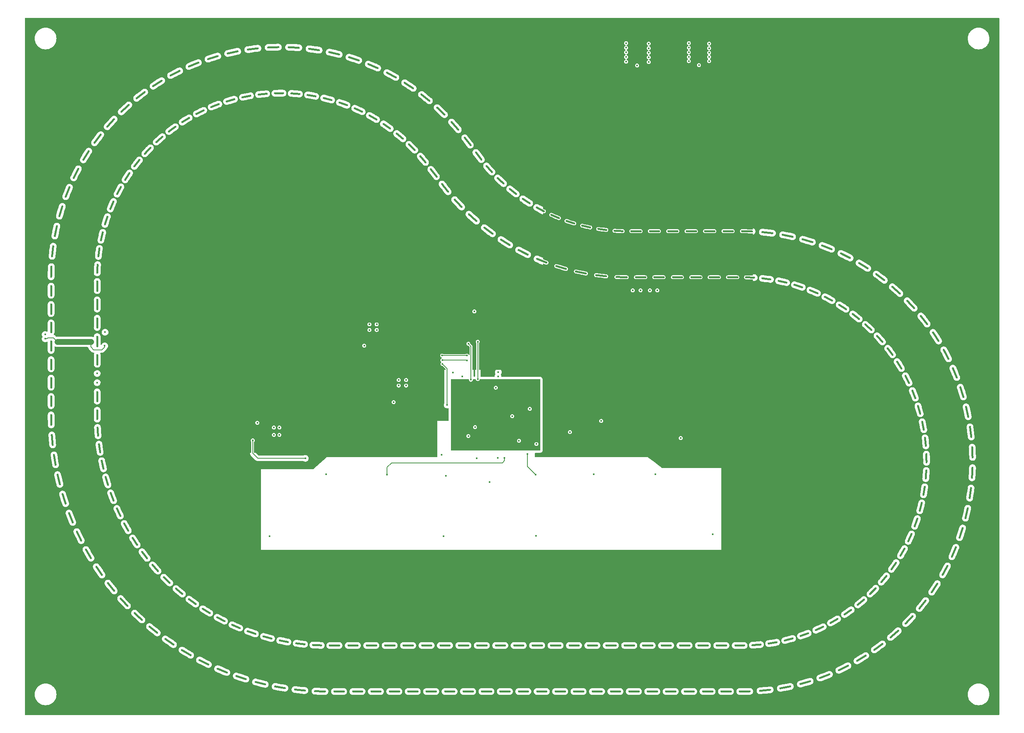
<source format=gbr>
%TF.GenerationSoftware,KiCad,Pcbnew,6.0.9-8da3e8f707~117~ubuntu22.04.1*%
%TF.CreationDate,2022-12-16T10:19:31-08:00*%
%TF.ProjectId,GaussSpeedway,47617573-7353-4706-9565-647761792e6b,rev?*%
%TF.SameCoordinates,Original*%
%TF.FileFunction,Copper,L3,Inr*%
%TF.FilePolarity,Positive*%
%FSLAX46Y46*%
G04 Gerber Fmt 4.6, Leading zero omitted, Abs format (unit mm)*
G04 Created by KiCad (PCBNEW 6.0.9-8da3e8f707~117~ubuntu22.04.1) date 2022-12-16 10:19:31*
%MOMM*%
%LPD*%
G01*
G04 APERTURE LIST*
%TA.AperFunction,ViaPad*%
%ADD10C,0.450000*%
%TD*%
%TA.AperFunction,Conductor*%
%ADD11C,0.450000*%
%TD*%
%TA.AperFunction,Conductor*%
%ADD12C,0.200000*%
%TD*%
%TA.AperFunction,Conductor*%
%ADD13C,1.250000*%
%TD*%
G04 APERTURE END LIST*
D10*
%TO.N,/STOP*%
X193850000Y-158350000D03*
%TO.N,GND*%
X167760000Y-125310000D03*
X223500000Y-66000000D03*
X200250000Y-149400000D03*
X166650000Y-128750000D03*
X225900000Y-67850000D03*
X237100000Y-63000000D03*
X224960000Y-116710000D03*
X228400000Y-66100000D03*
X235360000Y-148810000D03*
X198800000Y-144050000D03*
X241500000Y-65100000D03*
X202600000Y-142450000D03*
X195600000Y-153125000D03*
X175760000Y-137410000D03*
X228400000Y-65100000D03*
X230260000Y-116710000D03*
X167760000Y-124110000D03*
X223500000Y-65000000D03*
X148260000Y-148110000D03*
X237100000Y-64000000D03*
X241500000Y-66900000D03*
X175760000Y-136210000D03*
X148260000Y-146510000D03*
X223500000Y-67000000D03*
X211300000Y-147500000D03*
X204025000Y-150100000D03*
X237100000Y-66900000D03*
X241500000Y-66000000D03*
X241500000Y-63100000D03*
X169360000Y-125310000D03*
X173050000Y-141000000D03*
X223500000Y-64000000D03*
X239300000Y-67800000D03*
X191100000Y-153200000D03*
X147060000Y-146510000D03*
X223500000Y-63000000D03*
X228400000Y-64100000D03*
X147060000Y-148110000D03*
X241500000Y-64100000D03*
X228400000Y-63100000D03*
X143450000Y-145500000D03*
X237100000Y-65000000D03*
X190700000Y-146450000D03*
X169360000Y-124110000D03*
X189250000Y-148400000D03*
X174160000Y-137410000D03*
X174160000Y-136210000D03*
X228400000Y-67100000D03*
X195200000Y-137850000D03*
X237100000Y-66000000D03*
%TO.N,VBUS*%
X235550000Y-73200000D03*
X175600000Y-132850000D03*
X235550000Y-72050000D03*
X233410000Y-76860000D03*
X234200000Y-75800000D03*
X235550000Y-74400000D03*
X231300000Y-72000000D03*
X169200000Y-120700000D03*
X175600000Y-141050000D03*
X169200000Y-128900000D03*
X211450000Y-149450000D03*
X143450000Y-148000000D03*
X231300000Y-74300000D03*
X151600000Y-147950000D03*
X232600000Y-75800000D03*
X231300000Y-73200000D03*
%TO.N,VCC*%
X198800000Y-144900000D03*
X190000000Y-149000000D03*
X196450000Y-139300000D03*
X204000000Y-147500000D03*
X204485000Y-145125000D03*
X218100000Y-145100000D03*
%TO.N,/SWDIO*%
X185900000Y-134600000D03*
X195750000Y-134450000D03*
%TO.N,/1A_P*%
X192083642Y-88307934D03*
X116813805Y-186831311D03*
X178186737Y-203870000D03*
X285681434Y-187519084D03*
X205663968Y-99547427D03*
X226631908Y-103870000D03*
X238629364Y-103870000D03*
X242173172Y-203870000D03*
X296554801Y-168353514D03*
X213969746Y-102655792D03*
X232630212Y-103870000D03*
X240628517Y-103870000D03*
X184185041Y-203870000D03*
X98752349Y-111549592D03*
X289825375Y-182305510D03*
X109461335Y-82878927D03*
X266025843Y-106968376D03*
X105228617Y-171090838D03*
X277357388Y-194841536D03*
X190889287Y-86742047D03*
X210565984Y-101634661D03*
X198246650Y-94684862D03*
X98698478Y-135775796D03*
X139190692Y-64782303D03*
X274045339Y-110770852D03*
X99949474Y-102755387D03*
X298679883Y-155233440D03*
X155963969Y-203807655D03*
X128607395Y-68084103D03*
X102682604Y-94311386D03*
X106865624Y-86483647D03*
X98734413Y-145946301D03*
X107347437Y-174903379D03*
X166189280Y-203870000D03*
X162190020Y-203870000D03*
X204096687Y-98708617D03*
X226176563Y-203870000D03*
X234174868Y-203870000D03*
X261305861Y-202254438D03*
X101848395Y-163055103D03*
X112386567Y-182017175D03*
X263925799Y-106245126D03*
X198182498Y-203870000D03*
X222177411Y-203870000D03*
X177280742Y-72844957D03*
X161215384Y-65462077D03*
X196182498Y-203870000D03*
X242628517Y-103870000D03*
X281266195Y-115931317D03*
X170188432Y-203870000D03*
X298055159Y-161864868D03*
X284504848Y-118971522D03*
X294205013Y-174586059D03*
X111030319Y-180308258D03*
X143057676Y-201795516D03*
X164189280Y-203870000D03*
X220981550Y-103774049D03*
X288521948Y-184103940D03*
X216178259Y-203870000D03*
X123481511Y-192447415D03*
X265550377Y-200944552D03*
X101128311Y-98472623D03*
X272106255Y-109687697D03*
X279549168Y-114522384D03*
X106253146Y-173015964D03*
X234630212Y-103870000D03*
X295267064Y-135666522D03*
X125270854Y-193695636D03*
X277770495Y-113190549D03*
X105690163Y-88369317D03*
X287139334Y-185843434D03*
X219211938Y-103611689D03*
X206180802Y-203870000D03*
X128978904Y-195992423D03*
X175429782Y-71615564D03*
X250840425Y-103915901D03*
X250334255Y-203843235D03*
X208901827Y-101011864D03*
X132844013Y-198013760D03*
X215702650Y-103052046D03*
X202181650Y-203870000D03*
X149456360Y-203153921D03*
X115558885Y-76429816D03*
X98698478Y-127777491D03*
X120828705Y-72357643D03*
X297150811Y-166213877D03*
X99155398Y-107125875D03*
X134828687Y-198917553D03*
X153787627Y-203668692D03*
X188184193Y-203870000D03*
X98698478Y-117780016D03*
X294412301Y-133615464D03*
X295080487Y-172543755D03*
X108123153Y-84652829D03*
X238174020Y-203870000D03*
X109737630Y-178551918D03*
X196903295Y-93521808D03*
X184083913Y-78544783D03*
X159052269Y-64953755D03*
X98698478Y-141774948D03*
X132750322Y-66481644D03*
X201082212Y-96826798D03*
X100491183Y-100601361D03*
X293467673Y-131605252D03*
X298361630Y-159664065D03*
X194183346Y-203870000D03*
X214179107Y-203870000D03*
X147307166Y-202778726D03*
X98698478Y-119779187D03*
X126593821Y-69021543D03*
X176186737Y-203870000D03*
X173526846Y-70470091D03*
X98698478Y-137775796D03*
X226650000Y-116700000D03*
X156869634Y-64542197D03*
X224631908Y-103870000D03*
X236174020Y-203870000D03*
X98698478Y-143774100D03*
X117254338Y-74994994D03*
X193200199Y-89690177D03*
X185617828Y-80151139D03*
X186185041Y-203870000D03*
X98698478Y-133776644D03*
X230631060Y-103870000D03*
X290110997Y-125852093D03*
X134871527Y-65819866D03*
X293240093Y-176586610D03*
X244172324Y-203870000D03*
X296698904Y-139871466D03*
X297273233Y-142017025D03*
X98698478Y-115780016D03*
X98698478Y-125778339D03*
X263443123Y-201646515D03*
X120045523Y-189760622D03*
X118403379Y-188325653D03*
X180185889Y-203870000D03*
X236629364Y-103870000D03*
X298133529Y-146374961D03*
X163352878Y-66065727D03*
X194377553Y-91022023D03*
X298417715Y-148578753D03*
X297751891Y-144186897D03*
X188464842Y-83560988D03*
X248171476Y-203870000D03*
X160190020Y-203870000D03*
X212179107Y-203870000D03*
X268092563Y-107784542D03*
X182185889Y-203870000D03*
X174187585Y-203870000D03*
X143584899Y-64132174D03*
X244627669Y-103870000D03*
X292186814Y-178543153D03*
X103392368Y-167134443D03*
X292434245Y-129638151D03*
X271657994Y-198286895D03*
X98698478Y-139774948D03*
X171574078Y-69409828D03*
X136845755Y-199748963D03*
X212256881Y-102183152D03*
X261794798Y-105615608D03*
X253056822Y-104060314D03*
X297651401Y-164048960D03*
X259144621Y-202766606D03*
X130661493Y-67236673D03*
X165462342Y-66764025D03*
X98849509Y-148124520D03*
X246172324Y-203870000D03*
X280880642Y-192136281D03*
X252552595Y-203721237D03*
X273607939Y-197223416D03*
X295864044Y-170465460D03*
X183600000Y-131880000D03*
X101859059Y-96375177D03*
X291048147Y-180450170D03*
X259638851Y-105081598D03*
X291314933Y-127719711D03*
X168188432Y-203870000D03*
X103596623Y-92287073D03*
X255265554Y-104303141D03*
X279149446Y-193527767D03*
X124623040Y-70047936D03*
X140962981Y-201188864D03*
X141380106Y-64408485D03*
X172187585Y-203870000D03*
X110876393Y-81166944D03*
X104274334Y-169128912D03*
X113928150Y-77939174D03*
X189677176Y-85151663D03*
X112366732Y-79518810D03*
X232174868Y-203870000D03*
X267625250Y-200149340D03*
X145798850Y-63954149D03*
X108509115Y-176748989D03*
X296029552Y-137752640D03*
X99503793Y-104932272D03*
X182479477Y-77007498D03*
X145173934Y-202325853D03*
X152459392Y-64011646D03*
X282919644Y-117415759D03*
X137019123Y-65253206D03*
X158144847Y-203867446D03*
X99043750Y-150297554D03*
X127103608Y-194877492D03*
X254763671Y-203500771D03*
X284149891Y-189129002D03*
X98698478Y-123778339D03*
X282549026Y-190668646D03*
X121739458Y-191135536D03*
X130892675Y-197038011D03*
X151616855Y-203450623D03*
X188970000Y-131910000D03*
X222757213Y-103857667D03*
X270120128Y-108691323D03*
X101188492Y-160975600D03*
X202568861Y-97801399D03*
X217450704Y-103370798D03*
X167537825Y-67555003D03*
X100097769Y-156752427D03*
X298569950Y-157452759D03*
X98698478Y-121779187D03*
X208179954Y-203870000D03*
X195612382Y-92299713D03*
X275935197Y-111939569D03*
X228175715Y-203870000D03*
X218178259Y-203870000D03*
X98904681Y-109333724D03*
X99316732Y-152461174D03*
X169576988Y-68437767D03*
X122700613Y-71160387D03*
X246627669Y-103870000D03*
X190184193Y-203870000D03*
X180809047Y-75543621D03*
X148019465Y-63874611D03*
X230175715Y-203870000D03*
X224176563Y-203870000D03*
X275509525Y-196073882D03*
X200181650Y-203870000D03*
X150240480Y-63893784D03*
X179074504Y-74154801D03*
X104600086Y-90304519D03*
X138890843Y-200506187D03*
X207266284Y-100315465D03*
X192183346Y-203870000D03*
X98698576Y-113770981D03*
X228650000Y-116700000D03*
X298603649Y-150792054D03*
X269661887Y-199263121D03*
X199640934Y-95787562D03*
X210179954Y-203870000D03*
X248627654Y-103870000D03*
X113803434Y-183674963D03*
X286020022Y-120596855D03*
X99668326Y-154614355D03*
X98698478Y-131776644D03*
X102583137Y-165108375D03*
X257460388Y-104643697D03*
X98698478Y-129777491D03*
X240173172Y-203870000D03*
X100604857Y-158874376D03*
X228631060Y-103870000D03*
X287460892Y-122287171D03*
X115280247Y-185280836D03*
X204180802Y-203870000D03*
X298691121Y-153012371D03*
X119012598Y-73636326D03*
X187079493Y-81824756D03*
X154669940Y-64227864D03*
X220177411Y-203870000D03*
X256961838Y-203182441D03*
X288825834Y-124040565D03*
%TO.N,/1B_P*%
X157328193Y-193851220D03*
X263013480Y-191220779D03*
X274072391Y-122948091D03*
X261339856Y-191819908D03*
X221398531Y-113814654D03*
X186289231Y-96985801D03*
X161268887Y-75896525D03*
X124240431Y-82218713D03*
X254831957Y-114343042D03*
X287338180Y-143527209D03*
X211179107Y-193870000D03*
X231631060Y-113870000D03*
X163189280Y-193870000D03*
X288369988Y-148754223D03*
X159570045Y-75375728D03*
X108698478Y-140774948D03*
X157849016Y-74930719D03*
X288667472Y-152295382D03*
X277956868Y-126594616D03*
X233630212Y-113870000D03*
X179965355Y-88922408D03*
X257921797Y-192792107D03*
X179185889Y-193870000D03*
X271227841Y-120818106D03*
X225176563Y-193870000D03*
X259641991Y-192343881D03*
X165189280Y-193870000D03*
X108698478Y-128777491D03*
X108897039Y-148321600D03*
X189184193Y-193870000D03*
X109352031Y-151927802D03*
X135101422Y-76251918D03*
X108698478Y-130776644D03*
X235630212Y-113870000D03*
X108698478Y-132776644D03*
X109511327Y-105847083D03*
X275420629Y-124105481D03*
X166204779Y-77904331D03*
X247171476Y-193870000D03*
X239173172Y-193870000D03*
X207179954Y-193870000D03*
X183185041Y-193870000D03*
X281086393Y-177343876D03*
X270891622Y-187148586D03*
X227631908Y-113870000D03*
X121527801Y-84514348D03*
X282318368Y-132197370D03*
X127146101Y-80172892D03*
X108698478Y-138774948D03*
X260030732Y-115508822D03*
X116382783Y-170504226D03*
X286716620Y-166304660D03*
X288031954Y-161141696D03*
X223619885Y-113869830D03*
X173699289Y-82645660D03*
X280262179Y-129299028D03*
X252667181Y-193672630D03*
X112969831Y-164091052D03*
X210451200Y-112068856D03*
X288522116Y-157622030D03*
X223176563Y-193870000D03*
X122858898Y-83336148D03*
X113009568Y-95806177D03*
X189376196Y-100179916D03*
X112242548Y-97408979D03*
X155512000Y-193768361D03*
X275118085Y-183903386D03*
X144789020Y-191896316D03*
X249523612Y-113878512D03*
X108698478Y-116780016D03*
X127188281Y-182691482D03*
X191023383Y-101671302D03*
X171187585Y-193870000D03*
X111040572Y-158993626D03*
X108705226Y-144691468D03*
X227175715Y-193870000D03*
X182329967Y-92008668D03*
X145492780Y-73998663D03*
X231174868Y-193870000D03*
X143052920Y-191359120D03*
X108792689Y-111126274D03*
X147266668Y-73895634D03*
X177627789Y-86245827D03*
X112265199Y-162415906D03*
X177186737Y-193870000D03*
X265029144Y-117355492D03*
X288649493Y-155848968D03*
X113735211Y-165740177D03*
X197182498Y-193870000D03*
X267850462Y-188986968D03*
X258315893Y-115043395D03*
X217178259Y-193870000D03*
X286126608Y-167981520D03*
X119029620Y-87041677D03*
X273757619Y-185047547D03*
X175186737Y-193870000D03*
X128619875Y-183810927D03*
X202138886Y-108958134D03*
X278875200Y-180125768D03*
X191183346Y-193870000D03*
X287759389Y-145253441D03*
X193183346Y-193870000D03*
X241173172Y-193870000D03*
X108698478Y-142774100D03*
X283248080Y-133712497D03*
X108698478Y-118779187D03*
X184855487Y-95289437D03*
X194507519Y-104426755D03*
X283041959Y-174376712D03*
X245627669Y-113870000D03*
X162943628Y-76492525D03*
X250894839Y-193809655D03*
X268205474Y-118948989D03*
X108698478Y-124778339D03*
X279139815Y-127921496D03*
X247627669Y-113870000D03*
X138493802Y-75193591D03*
X110067802Y-155491422D03*
X287670202Y-162881360D03*
X136785494Y-75685176D03*
X136336337Y-188590629D03*
X277679381Y-181440041D03*
X116765606Y-89780755D03*
X156110655Y-74562754D03*
X115727286Y-91222693D03*
X253069725Y-114109565D03*
X123149460Y-179030594D03*
X187797552Y-98617495D03*
X288558106Y-150521872D03*
X269737104Y-119849769D03*
X288697963Y-154072751D03*
X109091706Y-150128455D03*
X241628517Y-113870000D03*
X117867421Y-88385771D03*
X108698478Y-134775796D03*
X110522249Y-157250995D03*
X173187585Y-193870000D03*
X121895197Y-177715510D03*
X208322866Y-111430376D03*
X284109206Y-135266768D03*
X167188432Y-193870000D03*
X212604880Y-112611933D03*
X205180802Y-193870000D03*
X146544242Y-192370253D03*
X199181650Y-193870000D03*
X229631060Y-113870000D03*
X204162618Y-109873439D03*
X233174868Y-193870000D03*
X141336767Y-190758922D03*
X161190020Y-193870000D03*
X148314779Y-192779905D03*
X214781482Y-113058997D03*
X109193685Y-107595339D03*
X192734467Y-103087447D03*
X137976265Y-189373735D03*
X108953914Y-109356725D03*
X239629364Y-113870000D03*
X130091837Y-184878049D03*
X237629364Y-113870000D03*
X181185889Y-193870000D03*
X249118436Y-193867796D03*
X108698478Y-136775796D03*
X113847383Y-94238363D03*
X125797732Y-181520245D03*
X133146570Y-186847902D03*
X281322694Y-130725661D03*
X209179954Y-193870000D03*
X183542078Y-93599052D03*
X141966725Y-74440525D03*
X149044136Y-73871494D03*
X256184127Y-193163321D03*
X108698478Y-120779187D03*
X108698478Y-126777491D03*
X195182498Y-193870000D03*
X111547188Y-99044965D03*
X283919154Y-172830587D03*
X139644281Y-190097022D03*
X108698478Y-114780016D03*
X243628517Y-113870000D03*
X131600974Y-185890534D03*
X120250895Y-85749988D03*
X221177411Y-193870000D03*
X286840495Y-141820667D03*
X114559677Y-167359707D03*
X134725274Y-187748076D03*
X120689052Y-176355129D03*
X206225885Y-110698296D03*
X276716673Y-125322134D03*
X110925449Y-100709518D03*
X263390685Y-116665981D03*
X109906480Y-104113927D03*
X117379061Y-172025032D03*
X284900776Y-136858431D03*
X108698478Y-122778339D03*
X200156969Y-107953412D03*
X169188432Y-193870000D03*
X216974863Y-113408786D03*
X219182553Y-113660905D03*
X109677447Y-153715741D03*
X140221528Y-74778552D03*
X133443484Y-76893181D03*
X284726462Y-171247694D03*
X150099794Y-193125077D03*
X154356922Y-74272248D03*
X170829369Y-80549982D03*
X287231345Y-164603968D03*
X266271986Y-189802879D03*
X215178259Y-193870000D03*
X164589544Y-77162045D03*
X286267739Y-140138631D03*
X264658142Y-190548183D03*
X237174020Y-193870000D03*
X276425831Y-182700432D03*
X280011939Y-178759095D03*
X176371884Y-84987781D03*
X167784778Y-78717288D03*
X181117633Y-90417993D03*
X119533642Y-174952401D03*
X254430940Y-193457105D03*
X201181650Y-193870000D03*
X251299612Y-113954664D03*
X151895414Y-193405021D03*
X108768121Y-146508095D03*
X272673480Y-121851268D03*
X150820168Y-73926309D03*
X110378032Y-102400762D03*
X282097350Y-175881707D03*
X125670844Y-81163302D03*
X219177411Y-193870000D03*
X143724469Y-74180465D03*
X118429513Y-173507991D03*
X213179107Y-193870000D03*
X245172324Y-193870000D03*
X172287917Y-81566156D03*
X198222460Y-106862106D03*
X229175715Y-193870000D03*
X185185041Y-193870000D03*
X269391790Y-188101371D03*
X153700788Y-193619604D03*
X130221878Y-78393032D03*
X225631908Y-113870000D03*
X159190020Y-193870000D03*
X288103649Y-146997419D03*
X256581337Y-114654436D03*
X178826062Y-87557862D03*
X285620558Y-138482995D03*
X187184193Y-193870000D03*
X288316193Y-159386936D03*
X235174020Y-193870000D03*
X115442840Y-168948871D03*
X243172324Y-193870000D03*
X175061892Y-83787275D03*
X152592764Y-74060020D03*
X169327759Y-79600002D03*
X285462973Y-169629817D03*
X266634677Y-118116781D03*
X131816358Y-77607153D03*
X272348268Y-186129686D03*
X128664540Y-79248600D03*
X114753629Y-92709961D03*
X108710192Y-112901990D03*
X203180802Y-193870000D03*
X124451246Y-180299756D03*
X111621647Y-160715535D03*
X196337537Y-105685448D03*
X261723922Y-116050193D03*
%TO.N,/G1_P*%
X110320000Y-128770000D03*
X97410000Y-127250000D03*
X97400000Y-126310000D03*
X110400000Y-125800000D03*
%TO.N,/FWD1*%
X184340000Y-156980000D03*
X146100000Y-170150000D03*
X183850000Y-170150000D03*
X183460000Y-152410000D03*
%TO.N,/FWD3*%
X158360000Y-156670000D03*
%TO.N,/FWD2*%
X197100000Y-153125000D03*
X171620000Y-156720000D03*
%TO.N,/REV1*%
X203900000Y-170050000D03*
X202050000Y-152250000D03*
X203830000Y-156800000D03*
X242300000Y-169700000D03*
%TO.N,/REV3*%
X216490000Y-156640000D03*
%TO.N,/REV2*%
X229810000Y-156660000D03*
%TO.N,/B_IN2*%
X153860000Y-153210000D03*
X142460000Y-149310000D03*
%TO.N,/A_IN1*%
X184660000Y-141610000D03*
X183660000Y-132710000D03*
%TO.N,/G_IN1*%
X191290000Y-127880000D03*
X190560000Y-121310000D03*
X191290000Y-135980000D03*
%TO.N,/G_IN2*%
X189830000Y-136140000D03*
X189260000Y-128310000D03*
%TO.N,Net-(C8-Pad2)*%
X183570000Y-130890000D03*
X188970000Y-130890000D03*
%TO.N,Net-(R12-Pad2)*%
X187900000Y-135400000D03*
X195700000Y-135400000D03*
%TD*%
D11*
%TO.N,/1A_P*%
X208179530Y-203870000D02*
X210179107Y-203870000D01*
X232174444Y-203870000D02*
X234174020Y-203870000D01*
X216177835Y-203870000D02*
X218177411Y-203870000D01*
X180185465Y-203870000D02*
X182185041Y-203870000D01*
X236173596Y-203870000D02*
X238173172Y-203870000D01*
X246628093Y-103870000D02*
X244628517Y-103870000D01*
X226632332Y-103870000D02*
X224632756Y-103870000D01*
X212178683Y-203870000D02*
X214178259Y-203870000D01*
X196182074Y-203870000D02*
X198181650Y-203870000D01*
X189677433Y-85152000D02*
X188465356Y-83561662D01*
X228175291Y-203870000D02*
X230174868Y-203870000D01*
X224176139Y-203870000D02*
X226175715Y-203870000D01*
X172187161Y-203870000D02*
X174186737Y-203870000D01*
X168188008Y-203870000D02*
X170187585Y-203870000D01*
X234630636Y-103870000D02*
X232631060Y-103870000D01*
X200181226Y-203870000D02*
X202180802Y-203870000D01*
X98698478Y-115779611D02*
X98698478Y-117779187D01*
X98698478Y-123777915D02*
X98698478Y-125777491D01*
X242628940Y-103870000D02*
X240629364Y-103870000D01*
X204180378Y-203870000D02*
X206179954Y-203870000D01*
X240172748Y-203870000D02*
X242172324Y-203870000D01*
D12*
X188940000Y-131880000D02*
X188970000Y-131910000D01*
D11*
X230631484Y-103870000D02*
X228631908Y-103870000D01*
D12*
X183600000Y-131880000D02*
X188940000Y-131880000D01*
D11*
X191936957Y-88116671D02*
X190889509Y-86742338D01*
X98698478Y-139774524D02*
X98698478Y-141774100D01*
X98698478Y-127777067D02*
X98698478Y-129776644D01*
X164188856Y-203870000D02*
X166188432Y-203870000D01*
X98698478Y-119778763D02*
X98698478Y-121778339D01*
X98698478Y-143773676D02*
X98698478Y-143870000D01*
X220176987Y-203870000D02*
X222176563Y-203870000D01*
X248698477Y-103870000D02*
X248627669Y-103870000D01*
X192182922Y-203870000D02*
X194182498Y-203870000D01*
X244171900Y-203870000D02*
X246171476Y-203870000D01*
X248171052Y-203870000D02*
X248698477Y-203870000D01*
X188183769Y-203870000D02*
X190183346Y-203870000D01*
X176186313Y-203870000D02*
X178185889Y-203870000D01*
X98698478Y-135775372D02*
X98698478Y-137774948D01*
X238629788Y-103870000D02*
X236630212Y-103870000D01*
X98698478Y-131776220D02*
X98698478Y-133775796D01*
X160189704Y-203870000D02*
X162189280Y-203870000D01*
X184184617Y-203870000D02*
X186184193Y-203870000D01*
X107346959Y-174902587D02*
G75*
G02*
X106252921Y-173015560I51351641J31032687D01*
G01*
X128978102Y-195991964D02*
G75*
G02*
X127103215Y-194877249I29720498J52122264D01*
G01*
X145799791Y-63954096D02*
G75*
G02*
X148019936Y-63874606I2898709J-49916504D01*
G01*
X279148698Y-193528341D02*
G75*
G02*
X277357002Y-194841806I-30450198J39658341D01*
G01*
X291047644Y-180450967D02*
G75*
G02*
X289825107Y-182305897I-42349544J26581167D01*
G01*
X271657157Y-198287328D02*
G75*
G02*
X269661459Y-199263318I-22959457J44418928D01*
G01*
X103392009Y-167133590D02*
G75*
G02*
X102582973Y-165107943I55306991J23263790D01*
G01*
X137020039Y-65252987D02*
G75*
G02*
X139191154Y-64782214I11678161J-48615713D01*
G01*
X250333908Y-203843246D02*
G75*
G02*
X248698477Y-203870000I-1635508J49976746D01*
G01*
X220982135Y-103774089D02*
G75*
G03*
X222757424Y-103857672I2768465J39906389D01*
G01*
X128608257Y-68083723D02*
G75*
G02*
X130661933Y-67236503I20089943J-45785677D01*
G01*
X288521378Y-184104691D02*
G75*
G02*
X287139033Y-185843796I-39823378J30235091D01*
G01*
X267624378Y-200149697D02*
G75*
G02*
X265549934Y-200944711I-18925578J46278897D01*
G01*
X182480171Y-77008136D02*
G75*
G02*
X184084246Y-78545116I-33782971J-36863264D01*
G01*
X282548333Y-190669283D02*
G75*
G02*
X280880281Y-192136584I-33851333J36800983D01*
G01*
X99043650Y-150296634D02*
G75*
G02*
X98849477Y-148124059I59650650J6426234D01*
G01*
X153786706Y-203668616D02*
G75*
G02*
X151616396Y-203450568I4911594J59796716D01*
G01*
X99503961Y-104931345D02*
G75*
G02*
X99949578Y-102754928I49196939J-8939155D01*
G01*
X101848100Y-163054227D02*
G75*
G02*
X101188361Y-160975157I56850400J19184227D01*
G01*
X150241422Y-63893813D02*
G75*
G02*
X152459861Y-64011682I-1542822J-49973687D01*
G01*
X201082833Y-96827225D02*
G75*
G03*
X202569181Y-97801599I22666967J32956225D01*
G01*
X285680798Y-187519779D02*
G75*
G02*
X284149559Y-189129336I-36982298J33649679D01*
G01*
X266026726Y-106968701D02*
G75*
G02*
X268092997Y-107784725I-17328126J-46900899D01*
G01*
X198247233Y-94685340D02*
G75*
G03*
X199641234Y-95787789I25502667J30814540D01*
G01*
X259143699Y-202766802D02*
G75*
G02*
X256961374Y-203182519I-10445399J48897602D01*
G01*
X275508729Y-196074385D02*
G75*
G02*
X273607530Y-197223650I-26809029J42202285D01*
G01*
X140962098Y-201188591D02*
G75*
G02*
X138890406Y-200506033I17736402J57318591D01*
G01*
X163353779Y-66066003D02*
G75*
G02*
X165462786Y-66764184I-14655479J-47804497D01*
G01*
X210566696Y-101634909D02*
G75*
G03*
X212257242Y-102183261I13184304J37766509D01*
G01*
X270120979Y-108691728D02*
G75*
G02*
X272106671Y-109687918I-21423279J-45179872D01*
G01*
X167538696Y-67555360D02*
G75*
G02*
X169577416Y-68437965I-18839696J-46313540D01*
G01*
X204097345Y-98708985D02*
G75*
G03*
X205664305Y-99547598I19653055J34838785D01*
G01*
X274046151Y-110771331D02*
G75*
G02*
X275935592Y-111939825I-25347151J-43097869D01*
G01*
X248698477Y-103870001D02*
G75*
G02*
X250840895Y-103915922I23J-49998599D01*
G01*
X124623867Y-70047483D02*
G75*
G02*
X126594243Y-69021335I24074533J-43822317D01*
G01*
X132843180Y-198013359D02*
G75*
G02*
X130892265Y-197037797I25856720J54146359D01*
G01*
X290111527Y-125852872D02*
G75*
G02*
X291315178Y-127720112I-41413327J-28017228D01*
G01*
X99668159Y-154613445D02*
G75*
G02*
X99316666Y-152460717I59028141J10743045D01*
G01*
X154670875Y-64227978D02*
G75*
G02*
X156870099Y-64542274I-5972575J-49643322D01*
G01*
X213970477Y-102655977D02*
G75*
G03*
X215703019Y-103052122I9779723J38784977D01*
G01*
X179075252Y-74155373D02*
G75*
G02*
X180809408Y-75543924I-30374952J-39712327D01*
G01*
X136844895Y-199748623D02*
G75*
G02*
X134828263Y-198917369I21852605J55876423D01*
G01*
X100604628Y-158873480D02*
G75*
G02*
X100097669Y-156751975I58094872J15003780D01*
G01*
X109737096Y-178551164D02*
G75*
G02*
X108508863Y-176748601I48960104J34680264D01*
G01*
X158143922Y-203867438D02*
G75*
G02*
X155963507Y-203807633I554578J59997038D01*
G01*
X195612918Y-92300243D02*
G75*
G03*
X196903575Y-93522061I28136282J28428943D01*
G01*
X297273455Y-142017940D02*
G75*
G02*
X297751983Y-144187359I-48574355J-11851960D01*
G01*
X101859389Y-96374294D02*
G75*
G02*
X102682789Y-94310952I46841111J-17496506D01*
G01*
X287461486Y-122287902D02*
G75*
G02*
X288826115Y-124040943I-38761686J-31581098D01*
G01*
X108123705Y-84652065D02*
G75*
G02*
X109461627Y-82878557I40575595J-29218535D01*
G01*
X112385980Y-182016460D02*
G75*
G02*
X111030038Y-180307891I46311820J38145960D01*
G01*
X277771261Y-113191098D02*
G75*
G02*
X279549538Y-114522676I-29072861J-40679002D01*
G01*
X263442222Y-201646792D02*
G75*
G02*
X261305405Y-202254557I-14743222J47774892D01*
G01*
X257461315Y-104643863D02*
G75*
G02*
X259639310Y-105081701I-8762615J-49225037D01*
G01*
X159053190Y-64953951D02*
G75*
G02*
X161215840Y-65462196I-10354990J-48917149D01*
G01*
X105228197Y-171090013D02*
G75*
G02*
X104274141Y-169128493I53473403J27221513D01*
G01*
X284505506Y-118972197D02*
G75*
G02*
X286020336Y-120597206I-35808206J-34898903D01*
G01*
X125270086Y-193695121D02*
G75*
G02*
X123481136Y-192447144I33430714J49828421D01*
G01*
X121738732Y-191134965D02*
G75*
G02*
X120045170Y-189760324I36960968J47266565D01*
G01*
X100491434Y-100600453D02*
G75*
G02*
X101128456Y-98472175I48206366J-13269347D01*
G01*
X294412684Y-133616325D02*
G75*
G02*
X295267236Y-135666961I-45714284J-20253675D01*
G01*
X118402695Y-188325031D02*
G75*
G02*
X116813474Y-186830988I40296205J44455531D01*
G01*
X298133668Y-146375893D02*
G75*
G02*
X298417764Y-148579221I-49433468J-7493907D01*
G01*
X141381038Y-64408347D02*
G75*
G02*
X143585367Y-64132127I7317062J-49458753D01*
G01*
X98734396Y-145945861D02*
G75*
G02*
X98698478Y-143870000I59962404J2075761D01*
G01*
X117255071Y-74994402D02*
G75*
G02*
X119012977Y-73636047I31442229J-38874098D01*
G01*
X293239663Y-176587448D02*
G75*
G02*
X292186581Y-178543563I-44540563J22717048D01*
G01*
X296554527Y-168354416D02*
G75*
G02*
X295863886Y-170465904I-47854527J14483916D01*
G01*
X145173033Y-202325644D02*
G75*
G02*
X143057230Y-201795394I13525767J58456844D01*
G01*
X105690644Y-88368506D02*
G75*
G02*
X106865882Y-86483253I43008956J-25502194D01*
G01*
X113928828Y-77938519D02*
G75*
G02*
X115559238Y-76429504I34769272J-35931081D01*
G01*
X132751216Y-66481345D02*
G75*
G02*
X134871979Y-65819735I15947184J-47388255D01*
G01*
X103597029Y-92286222D02*
G75*
G02*
X104600308Y-90304103I45104371J-21585278D01*
G01*
X191936957Y-88116671D02*
G75*
G03*
X192083872Y-88308233I31809443J24243571D01*
G01*
X98904768Y-109332786D02*
G75*
G02*
X99155462Y-107125408I49794732J-4537314D01*
G01*
X298361520Y-159665001D02*
G75*
G02*
X298055083Y-161865333I-49664420J5795201D01*
G01*
X292434701Y-129638976D02*
G75*
G02*
X293467882Y-131605674I-43736201J-24231024D01*
G01*
X120829488Y-72357119D02*
G75*
G02*
X122701015Y-71160143I27870212J-41514781D01*
G01*
X295080134Y-172544629D02*
G75*
G02*
X294204818Y-174586488I-46380534J18674129D01*
G01*
X185618463Y-80151835D02*
G75*
G02*
X187079795Y-81825118I-36921263J-33719265D01*
G01*
X217451448Y-103370916D02*
G75*
G03*
X219212312Y-103611732I6299052J39500916D01*
G01*
X115279610Y-185280165D02*
G75*
G02*
X113803128Y-183674616I43419390J41410665D01*
G01*
X110877010Y-81166232D02*
G75*
G02*
X112367057Y-79518468I37820290J-32702668D01*
G01*
X175430579Y-71616067D02*
G75*
G02*
X177281128Y-72845226I-26732679J-42254733D01*
G01*
X149455446Y-203153777D02*
G75*
G02*
X147306712Y-202778639I9243154J59284677D01*
G01*
X297651210Y-164049882D02*
G75*
G02*
X297150694Y-166214334I-48952210J10179782D01*
G01*
X261795707Y-105615855D02*
G75*
G02*
X263926248Y-106245270I-13097107J-48253745D01*
G01*
X298603708Y-150792995D02*
G75*
G02*
X298691129Y-153012842I-49903208J-3076905D01*
G01*
X254762735Y-203500886D02*
G75*
G02*
X252552126Y-203721273I-6064235J49630686D01*
G01*
X296029854Y-137753531D02*
G75*
G02*
X296699035Y-139871918I-47331654J-16116569D01*
G01*
X171574916Y-69410259D02*
G75*
G02*
X173527255Y-70470325I-22876616J-44460041D01*
G01*
X298679857Y-155234382D02*
G75*
G02*
X298569915Y-157453228I-49983257J1364482D01*
G01*
X281266910Y-115931930D02*
G75*
G02*
X282919987Y-117416081I-32568910J-37938570D01*
G01*
X193200686Y-89690753D02*
G75*
G03*
X194377809Y-91022299I30548514J25819653D01*
G01*
X253057761Y-104060396D02*
G75*
G02*
X255266021Y-104303203I-4359161J-49808404D01*
G01*
X207266969Y-100315777D02*
G75*
G03*
X208902177Y-101012004I16484031J36447177D01*
G01*
X98698579Y-113770039D02*
G75*
G02*
X98752371Y-111549122I50001421J-99961D01*
G01*
%TO.N,/1B_P*%
X167188220Y-193870000D02*
X169187797Y-193870000D01*
X108698478Y-126777279D02*
X108698478Y-128776856D01*
X191183134Y-193870000D02*
X193182710Y-193870000D01*
X183184829Y-193870000D02*
X185184405Y-193870000D01*
X243172112Y-193870000D02*
X245171688Y-193870000D01*
X108698478Y-138774736D02*
X108698478Y-140774312D01*
X227175503Y-193870000D02*
X229175080Y-193870000D01*
X182330095Y-92008837D02*
X181118019Y-90418499D01*
X183983582Y-94178338D02*
X183542172Y-93599175D01*
X239629576Y-113870000D02*
X237630000Y-113870000D01*
X108698478Y-130776432D02*
X108698478Y-132776008D01*
X231174656Y-193870000D02*
X233174232Y-193870000D01*
X108698478Y-122778127D02*
X108698478Y-124777703D01*
X235173808Y-193870000D02*
X237173384Y-193870000D01*
X108698478Y-114779823D02*
X108698478Y-116779399D01*
X159189916Y-193870000D02*
X161189492Y-193870000D01*
X171187373Y-193870000D02*
X173186949Y-193870000D01*
X235630424Y-113870000D02*
X233630848Y-113870000D01*
X231631272Y-113870000D02*
X229631696Y-113870000D01*
X247627881Y-113870000D02*
X245628305Y-113870000D01*
X223176351Y-193870000D02*
X225175927Y-193870000D01*
X108698478Y-142773888D02*
X108698478Y-143870000D01*
X163189068Y-193870000D02*
X165188644Y-193870000D01*
X219177199Y-193870000D02*
X221176775Y-193870000D01*
X199181438Y-193870000D02*
X201181014Y-193870000D01*
X195182286Y-193870000D02*
X197181862Y-193870000D01*
X175186525Y-193870000D02*
X177186101Y-193870000D01*
X108698478Y-118778975D02*
X108698478Y-120778551D01*
X239172960Y-193870000D02*
X241172536Y-193870000D01*
X215178047Y-193870000D02*
X217177623Y-193870000D01*
X247171264Y-193870000D02*
X248698477Y-193870000D01*
X227632120Y-113870000D02*
X225632544Y-113870000D01*
X211178895Y-193870000D02*
X213178471Y-193870000D01*
X203180590Y-193870000D02*
X205180166Y-193870000D01*
X187183981Y-193870000D02*
X189183558Y-193870000D01*
X207179742Y-193870000D02*
X209179319Y-193870000D01*
X179185677Y-193870000D02*
X181185253Y-193870000D01*
X243628729Y-113870000D02*
X241629152Y-113870000D01*
X277678992Y-181440451D02*
G75*
G02*
X276425694Y-182700562I-28981492J27571451D01*
G01*
X139643747Y-190096803D02*
G75*
G02*
X137976090Y-189373656I19054653J46226603D01*
G01*
X283918888Y-172831084D02*
G75*
G02*
X283041862Y-174376873I-35219088J18960384D01*
G01*
X127146578Y-80172588D02*
G75*
G02*
X128664704Y-79248506I21550422J-33695012D01*
G01*
X170829840Y-80550294D02*
G75*
G02*
X172288070Y-81566268I-22133040J-33322106D01*
G01*
X266635182Y-118117033D02*
G75*
G02*
X268205639Y-118949081I-17935882J-35751367D01*
G01*
X115442551Y-168948371D02*
G75*
G02*
X114559588Y-167359536I43253049J25076771D01*
G01*
X130222379Y-78392772D02*
G75*
G02*
X131816529Y-77607074I18475721J-35476428D01*
G01*
X253070287Y-114109627D02*
G75*
G02*
X254832143Y-114343072I-4371787J-39759973D01*
G01*
X150820732Y-73926337D02*
G75*
G02*
X152592951Y-74060038I-2122232J-39942763D01*
G01*
X121894807Y-177715084D02*
G75*
G02*
X120688927Y-176354983I36804993J33846284D01*
G01*
X143052371Y-191358941D02*
G75*
G02*
X141336586Y-190758854I15645929J47488241D01*
G01*
X110378192Y-102400220D02*
G75*
G02*
X110925511Y-100709340I38318908J-11469380D01*
G01*
X286840664Y-141821206D02*
G75*
G02*
X287338228Y-143527391I-38139064J-12047894D01*
G01*
X133146073Y-186847605D02*
G75*
G02*
X131600812Y-185890429I25551027J42975405D01*
G01*
X124240879Y-82218367D02*
G75*
G02*
X125670998Y-81163194I24457521J-31651533D01*
G01*
X277957252Y-126595030D02*
G75*
G02*
X279139938Y-127921639I-29258752J-27274970D01*
G01*
X269391305Y-188101663D02*
G75*
G02*
X267850297Y-188987057I-20693005J34231963D01*
G01*
X111547399Y-99044441D02*
G75*
G02*
X112242626Y-97408808I37148301J-14824359D01*
G01*
X173699729Y-82646014D02*
G75*
G02*
X175062033Y-83787400I-25001829J-31224686D01*
G01*
X112264985Y-162415368D02*
G75*
G02*
X111621582Y-160715354I46435215J18546068D01*
G01*
X109511443Y-105846530D02*
G75*
G02*
X109906527Y-104113745I39187257J-8023470D01*
G01*
X136786034Y-75685009D02*
G75*
G02*
X138493984Y-75193543I11912566J-38185291D01*
G01*
X178826434Y-87558287D02*
G75*
G02*
X179965472Y-88922555I-30129634J-26313113D01*
G01*
X256581891Y-114654548D02*
G75*
G02*
X258316076Y-115043440I-7883691J-39216752D01*
G01*
X111040396Y-158993075D02*
G75*
G02*
X110522198Y-157250809I47656304J15122475D01*
G01*
X287759512Y-145253993D02*
G75*
G02*
X288103681Y-146997605I-39059712J-8615707D01*
G01*
X108953977Y-109356164D02*
G75*
G02*
X109193716Y-107595153I39743423J-4513736D01*
G01*
X116765947Y-89780303D02*
G75*
G02*
X117867541Y-88385626I31933653J-24090597D01*
G01*
X157849566Y-74930847D02*
G75*
G02*
X159570226Y-75375779I-9150566J-38936953D01*
G01*
X275421050Y-124105858D02*
G75*
G02*
X276716807Y-125322266I-26720950J-29762342D01*
G01*
X249524177Y-113878523D02*
G75*
G02*
X251299800Y-113954676I-825677J-39990377D01*
G01*
X280262526Y-129299474D02*
G75*
G02*
X281322803Y-130725815I-31562826J-24569626D01*
G01*
X113009824Y-95805672D02*
G75*
G02*
X113847476Y-94238199I35689576J-18064828D01*
G01*
X288667493Y-152295946D02*
G75*
G02*
X288697961Y-154072940I-39967893J-1574054D01*
G01*
X282097037Y-175882178D02*
G75*
G02*
X281086282Y-177344029I-33398937J22012378D01*
G01*
X108710208Y-112901425D02*
G75*
G02*
X108792703Y-111126086I39986792J-968475D01*
G01*
X288370059Y-148754783D02*
G75*
G02*
X288558120Y-150522060I-39668759J-5114917D01*
G01*
X186289701Y-96986329D02*
G75*
G03*
X187797717Y-98617664I37462999J33118329D01*
G01*
X249118347Y-193867796D02*
G75*
G02*
X248698477Y-193870000I-419747J39966996D01*
G01*
X176372291Y-84988173D02*
G75*
G02*
X177627919Y-86245963I-27675191J-28883227D01*
G01*
X130091363Y-184877719D02*
G75*
G02*
X128619721Y-183810811I28605037J41004819D01*
G01*
X183983583Y-94178337D02*
G75*
G03*
X184855635Y-95289620I39761817J30304337D01*
G01*
X109351940Y-151927232D02*
G75*
G02*
X109091683Y-150128264I49351760J8058032D01*
G01*
X124450825Y-180299360D02*
G75*
G02*
X123149324Y-179030457I34245675J36427360D01*
G01*
X153700213Y-193619546D02*
G75*
G02*
X151895223Y-193404995I4997787J49745446D01*
G01*
X269737586Y-119850064D02*
G75*
G02*
X271227997Y-120818212I-21039486J-34020436D01*
G01*
X192735023Y-103087884D02*
G75*
G03*
X194507710Y-104426893I31014877J39217084D01*
G01*
X164590063Y-77162269D02*
G75*
G02*
X166204949Y-77904414I-15892163J-36708931D01*
G01*
X212605569Y-112612090D02*
G75*
G03*
X214781713Y-113059039I11144631J48740790D01*
G01*
X282318673Y-132197846D02*
G75*
G02*
X283248174Y-133712660I-33620173J-21672154D01*
G01*
X114753930Y-92709482D02*
G75*
G02*
X115727394Y-91222538I33943970J-21160118D01*
G01*
X108896987Y-148321024D02*
G75*
G02*
X108768111Y-146507902I49800213J4450924D01*
G01*
X256183572Y-193163427D02*
G75*
G02*
X254430754Y-193457131I-7484972J39292827D01*
G01*
X263012952Y-191220979D02*
G75*
G02*
X261339678Y-191819967I-14315452J37353579D01*
G01*
X280011586Y-178759536D02*
G75*
G02*
X278875076Y-180125911I-31311986J24888536D01*
G01*
X263391210Y-116666190D02*
G75*
G02*
X265029316Y-117355569I-14692710J-37203810D01*
G01*
X288316116Y-159387495D02*
G75*
G02*
X288031920Y-161141881I-39620016J5517895D01*
G01*
X196338128Y-105685835D02*
G75*
G03*
X198222662Y-106862227I27413272J41817335D01*
G01*
X154357482Y-74272330D02*
G75*
G02*
X156110840Y-74562790I-5658782J-39596470D01*
G01*
X189376707Y-100180403D02*
G75*
G03*
X191023561Y-101671456I34373493J36310203D01*
G01*
X140222081Y-74778434D02*
G75*
G02*
X141966911Y-74440494I8476319J-39090966D01*
G01*
X167785275Y-78717558D02*
G75*
G02*
X169327920Y-79600100I-19088475J-35155342D01*
G01*
X119533283Y-174951948D02*
G75*
G02*
X118429399Y-173507836I39162417J31079848D01*
G01*
X113734957Y-165739658D02*
G75*
G02*
X112969753Y-164090876I44964643J21870158D01*
G01*
X136335820Y-188590371D02*
G75*
G02*
X134725105Y-187747983I22363480J44721871D01*
G01*
X252666619Y-193672684D02*
G75*
G02*
X250894651Y-193809664I-3968219J39803184D01*
G01*
X146543681Y-192370112D02*
G75*
G02*
X144788834Y-191896261I12155219J48501712D01*
G01*
X288649466Y-155849533D02*
G75*
G02*
X288522097Y-157622218I-39951666J1979633D01*
G01*
X147267233Y-73895616D02*
G75*
G02*
X149044324Y-73871496I1431267J-39974384D01*
G01*
X266271478Y-189803125D02*
G75*
G02*
X264657969Y-190548258I-17573578J35934325D01*
G01*
X150099225Y-193124977D02*
G75*
G02*
X148314591Y-192779864I8599475J49256177D01*
G01*
X221399029Y-113814677D02*
G75*
G03*
X223619913Y-113869829I2351471J49945977D01*
G01*
X272347812Y-186130021D02*
G75*
G02*
X270891465Y-187148690I-23648612J32259021D01*
G01*
X110067669Y-155490860D02*
G75*
G02*
X109677410Y-153715552I48634331J11621660D01*
G01*
X275117663Y-183903761D02*
G75*
G02*
X273757472Y-185047665I-26419963J30034761D01*
G01*
X285462752Y-169630337D02*
G75*
G02*
X284726380Y-171247864I-36762852J15759737D01*
G01*
X117378735Y-172024554D02*
G75*
G02*
X116382680Y-170504063I41320365J28154954D01*
G01*
X204163269Y-109873714D02*
G75*
G03*
X206226105Y-110698378I19587431J46004214D01*
G01*
X284109469Y-135267268D02*
G75*
G02*
X284900856Y-136858601I-35411269J-18602832D01*
G01*
X143725030Y-74180393D02*
G75*
G02*
X145492967Y-73998648I4973570J-39691107D01*
G01*
X286716446Y-166305198D02*
G75*
G02*
X286126541Y-167981696I-38017546J12435098D01*
G01*
X287670072Y-162881909D02*
G75*
G02*
X287231293Y-164604149I-38972172J9012009D01*
G01*
X121528216Y-84513964D02*
G75*
G02*
X122859042Y-83336027I27169384J-29355036D01*
G01*
X108705223Y-144691294D02*
G75*
G02*
X108698478Y-143870000I49983577J821194D01*
G01*
X285620775Y-138483517D02*
G75*
G02*
X286267803Y-140138808I-36920275J-15385683D01*
G01*
X119029999Y-87041258D02*
G75*
G02*
X120251028Y-85749854I29667601J-26827942D01*
G01*
X208323538Y-111430594D02*
G75*
G03*
X210451427Y-112068918I15426462J47559094D01*
G01*
X216975563Y-113408882D02*
G75*
G03*
X219182787Y-113660927I6775037J49540082D01*
G01*
X127187834Y-182691116D02*
G75*
G02*
X125797588Y-181520118I31512066J38822916D01*
G01*
X259641446Y-192344034D02*
G75*
G02*
X257921613Y-192792149I-10943646J38476534D01*
G01*
X133444008Y-76892968D02*
G75*
G02*
X135101599Y-76251855I15254692J-36977432D01*
G01*
X161269424Y-75896704D02*
G75*
G02*
X162943804Y-76492592I-12570024J-37970696D01*
G01*
X260031273Y-115508984D02*
G75*
G02*
X261724100Y-116050256I-11332573J-38360416D01*
G01*
X200157592Y-107953745D02*
G75*
G03*
X202139098Y-108958236I23592008J44082045D01*
G01*
X157327615Y-193851202D02*
G75*
G02*
X155511808Y-193768347I1370685J49977702D01*
G01*
X272673932Y-121851606D02*
G75*
G02*
X274072537Y-122948211I-23974532J-32017194D01*
G01*
D13*
%TO.N,/G1_P*%
X107327691Y-127900000D02*
X100077691Y-127900000D01*
D12*
X107327691Y-129027691D02*
X107327691Y-127900000D01*
X97980000Y-127000000D02*
X99177691Y-127000000D01*
X97410000Y-127250000D02*
X97730000Y-127250000D01*
X99177691Y-127000000D02*
X100077691Y-127900000D01*
X110320000Y-129040000D02*
X109700000Y-129660000D01*
X107960000Y-129660000D02*
X107327691Y-129027691D01*
X110320000Y-128770000D02*
X110320000Y-129040000D01*
X97730000Y-127250000D02*
X97980000Y-127000000D01*
X109700000Y-129660000D02*
X107960000Y-129660000D01*
%TO.N,/FWD2*%
X196650000Y-154200000D02*
X172600000Y-154200000D01*
X172600000Y-154200000D02*
X171620000Y-155180000D01*
X197100000Y-153750000D02*
X196650000Y-154200000D01*
X197100000Y-153125000D02*
X197100000Y-153750000D01*
X171620000Y-155180000D02*
X171620000Y-156720000D01*
%TO.N,/REV1*%
X202050000Y-155020000D02*
X203830000Y-156800000D01*
X202050000Y-152250000D02*
X202050000Y-155020000D01*
%TO.N,/B_IN2*%
X142460000Y-152110000D02*
X143560000Y-153210000D01*
X143560000Y-153210000D02*
X153860000Y-153210000D01*
X142460000Y-149310000D02*
X142460000Y-152110000D01*
%TO.N,/A_IN1*%
X184660000Y-133710000D02*
X184660000Y-141610000D01*
X183660000Y-132710000D02*
X184660000Y-133710000D01*
%TO.N,/G_IN1*%
X191290000Y-135980000D02*
X191290000Y-127880000D01*
%TO.N,/G_IN2*%
X189830000Y-128880000D02*
X189830000Y-136140000D01*
X189260000Y-128310000D02*
X189830000Y-128880000D01*
%TO.N,Net-(C8-Pad2)*%
X183570000Y-130890000D02*
X188970000Y-130890000D01*
%TD*%
%TA.AperFunction,Conductor*%
%TO.N,VBUS*%
G36*
X211500000Y-125500000D02*
G01*
X222000000Y-126500000D01*
X222000000Y-138500000D01*
X209000000Y-138500000D01*
X206500000Y-134000000D01*
X191590500Y-134000000D01*
X191590500Y-128222256D01*
X191609407Y-128164065D01*
X191619496Y-128152252D01*
X191638528Y-128133220D01*
X191699719Y-128013126D01*
X191720804Y-127880000D01*
X191699719Y-127746874D01*
X191638528Y-127626780D01*
X191543220Y-127531472D01*
X191536283Y-127527937D01*
X191536281Y-127527936D01*
X191430066Y-127473817D01*
X191430065Y-127473817D01*
X191423126Y-127470281D01*
X191415432Y-127469062D01*
X191415431Y-127469062D01*
X191297696Y-127450415D01*
X191290000Y-127449196D01*
X191282304Y-127450415D01*
X191164569Y-127469062D01*
X191164568Y-127469062D01*
X191156874Y-127470281D01*
X191149935Y-127473817D01*
X191149934Y-127473817D01*
X191043719Y-127527936D01*
X191043717Y-127527937D01*
X191036780Y-127531472D01*
X190941472Y-127626780D01*
X190880281Y-127746874D01*
X190859196Y-127880000D01*
X190880281Y-128013126D01*
X190941472Y-128133220D01*
X190960504Y-128152252D01*
X190988281Y-128206769D01*
X190989500Y-128222256D01*
X190989500Y-134000000D01*
X190130500Y-134000000D01*
X190130500Y-128933513D01*
X190130803Y-128929384D01*
X190132426Y-128924658D01*
X190130570Y-128875223D01*
X190130500Y-128871509D01*
X190130500Y-128852052D01*
X190129675Y-128847622D01*
X190129339Y-128842436D01*
X190128569Y-128821925D01*
X190128569Y-128821924D01*
X190128226Y-128812792D01*
X190124620Y-128804398D01*
X190124619Y-128804395D01*
X190123683Y-128802217D01*
X190117317Y-128781266D01*
X190115209Y-128769947D01*
X190101232Y-128747271D01*
X190094548Y-128734404D01*
X190086793Y-128716353D01*
X190086792Y-128716351D01*
X190084036Y-128709937D01*
X190080023Y-128705051D01*
X190075657Y-128700685D01*
X190061385Y-128682629D01*
X190061264Y-128682432D01*
X190061263Y-128682431D01*
X190056468Y-128674652D01*
X190033243Y-128656992D01*
X190023164Y-128648192D01*
X189714646Y-128339674D01*
X189686869Y-128285157D01*
X189670938Y-128184569D01*
X189670938Y-128184568D01*
X189669719Y-128176874D01*
X189666183Y-128169934D01*
X189612064Y-128063719D01*
X189612063Y-128063717D01*
X189608528Y-128056780D01*
X189513220Y-127961472D01*
X189506283Y-127957937D01*
X189506281Y-127957936D01*
X189400066Y-127903817D01*
X189400065Y-127903817D01*
X189393126Y-127900281D01*
X189385432Y-127899062D01*
X189385431Y-127899062D01*
X189267696Y-127880415D01*
X189260000Y-127879196D01*
X189252304Y-127880415D01*
X189134569Y-127899062D01*
X189134568Y-127899062D01*
X189126874Y-127900281D01*
X189119935Y-127903817D01*
X189119934Y-127903817D01*
X189013719Y-127957936D01*
X189013717Y-127957937D01*
X189006780Y-127961472D01*
X188911472Y-128056780D01*
X188907937Y-128063717D01*
X188907936Y-128063719D01*
X188853817Y-128169934D01*
X188850281Y-128176874D01*
X188829196Y-128310000D01*
X188850281Y-128443126D01*
X188853817Y-128450065D01*
X188853817Y-128450066D01*
X188881155Y-128503719D01*
X188911472Y-128563220D01*
X189006780Y-128658528D01*
X189013717Y-128662063D01*
X189013719Y-128662064D01*
X189119934Y-128716183D01*
X189126874Y-128719719D01*
X189134568Y-128720938D01*
X189134569Y-128720938D01*
X189235159Y-128736870D01*
X189289676Y-128764647D01*
X189500504Y-128975475D01*
X189528281Y-129029992D01*
X189529500Y-129045479D01*
X189529500Y-130638471D01*
X189510593Y-130696662D01*
X189461093Y-130732626D01*
X189399907Y-130732626D01*
X189350407Y-130696662D01*
X189342290Y-130683416D01*
X189322064Y-130643719D01*
X189322063Y-130643717D01*
X189318528Y-130636780D01*
X189223220Y-130541472D01*
X189216283Y-130537937D01*
X189216281Y-130537936D01*
X189110066Y-130483817D01*
X189110065Y-130483817D01*
X189103126Y-130480281D01*
X189095432Y-130479062D01*
X189095431Y-130479062D01*
X188977696Y-130460415D01*
X188970000Y-130459196D01*
X188962304Y-130460415D01*
X188844569Y-130479062D01*
X188844568Y-130479062D01*
X188836874Y-130480281D01*
X188829935Y-130483817D01*
X188829934Y-130483817D01*
X188723719Y-130537936D01*
X188723717Y-130537937D01*
X188716780Y-130541472D01*
X188697748Y-130560504D01*
X188643231Y-130588281D01*
X188627744Y-130589500D01*
X183912256Y-130589500D01*
X183854065Y-130570593D01*
X183842252Y-130560504D01*
X183823220Y-130541472D01*
X183816283Y-130537937D01*
X183816281Y-130537936D01*
X183710066Y-130483817D01*
X183710065Y-130483817D01*
X183703126Y-130480281D01*
X183695432Y-130479062D01*
X183695431Y-130479062D01*
X183577696Y-130460415D01*
X183570000Y-130459196D01*
X183562304Y-130460415D01*
X183444569Y-130479062D01*
X183444568Y-130479062D01*
X183436874Y-130480281D01*
X183429935Y-130483817D01*
X183429934Y-130483817D01*
X183323719Y-130537936D01*
X183323717Y-130537937D01*
X183316780Y-130541472D01*
X183221472Y-130636780D01*
X183217937Y-130643717D01*
X183217936Y-130643719D01*
X183172636Y-130732626D01*
X183160281Y-130756874D01*
X183139196Y-130890000D01*
X183160281Y-131023126D01*
X183163817Y-131030065D01*
X183163817Y-131030066D01*
X183197710Y-131096584D01*
X183221472Y-131143220D01*
X183316780Y-131238528D01*
X183323717Y-131242063D01*
X183323719Y-131242064D01*
X183418172Y-131290190D01*
X183436874Y-131299719D01*
X183436969Y-131299734D01*
X183483320Y-131333410D01*
X183502227Y-131391600D01*
X183483319Y-131449791D01*
X183448172Y-131479810D01*
X183353719Y-131527936D01*
X183353717Y-131527937D01*
X183346780Y-131531472D01*
X183251472Y-131626780D01*
X183247937Y-131633717D01*
X183247936Y-131633719D01*
X183212424Y-131703416D01*
X183190281Y-131746874D01*
X183169196Y-131880000D01*
X183190281Y-132013126D01*
X183193817Y-132020065D01*
X183193817Y-132020066D01*
X183242996Y-132116584D01*
X183251472Y-132133220D01*
X183346780Y-132228528D01*
X183353719Y-132232064D01*
X183360025Y-132236645D01*
X183359189Y-132237796D01*
X183396449Y-132275051D01*
X183406024Y-132335483D01*
X183378246Y-132390006D01*
X183311472Y-132456780D01*
X183250281Y-132576874D01*
X183229196Y-132710000D01*
X183250281Y-132843126D01*
X183311472Y-132963220D01*
X183406780Y-133058528D01*
X183413717Y-133062063D01*
X183413719Y-133062064D01*
X183519934Y-133116183D01*
X183526874Y-133119719D01*
X183534568Y-133120938D01*
X183534569Y-133120938D01*
X183635159Y-133136870D01*
X183689676Y-133164647D01*
X184330504Y-133805475D01*
X184358281Y-133859992D01*
X184359500Y-133875479D01*
X184359500Y-134000000D01*
X180500000Y-134000000D01*
X180500000Y-143000000D01*
X153500000Y-143000000D01*
X153500000Y-152000000D01*
X142782095Y-152000000D01*
X142761719Y-151960008D01*
X142760500Y-151944521D01*
X142760500Y-149652256D01*
X142779407Y-149594065D01*
X142789496Y-149582252D01*
X142808528Y-149563220D01*
X142869719Y-149443126D01*
X142890804Y-149310000D01*
X142869719Y-149176874D01*
X142808528Y-149056780D01*
X142713220Y-148961472D01*
X142706283Y-148957937D01*
X142706281Y-148957936D01*
X142600066Y-148903817D01*
X142600065Y-148903817D01*
X142593126Y-148900281D01*
X142585432Y-148899062D01*
X142585431Y-148899062D01*
X142467696Y-148880415D01*
X142460000Y-148879196D01*
X142452304Y-148880415D01*
X142334569Y-148899062D01*
X142334568Y-148899062D01*
X142326874Y-148900281D01*
X142319935Y-148903817D01*
X142319934Y-148903817D01*
X142213719Y-148957936D01*
X142213717Y-148957937D01*
X142206780Y-148961472D01*
X142111472Y-149056780D01*
X142050281Y-149176874D01*
X142029196Y-149310000D01*
X142050281Y-149443126D01*
X142111472Y-149563220D01*
X142130504Y-149582252D01*
X142158281Y-149636769D01*
X142159500Y-149652256D01*
X142159500Y-152000000D01*
X141000000Y-152000000D01*
X141000000Y-148110000D01*
X146629196Y-148110000D01*
X146650281Y-148243126D01*
X146711472Y-148363220D01*
X146806780Y-148458528D01*
X146813717Y-148462063D01*
X146813719Y-148462064D01*
X146919934Y-148516183D01*
X146926874Y-148519719D01*
X146934568Y-148520938D01*
X146934569Y-148520938D01*
X147052304Y-148539585D01*
X147060000Y-148540804D01*
X147067696Y-148539585D01*
X147185431Y-148520938D01*
X147185432Y-148520938D01*
X147193126Y-148519719D01*
X147200066Y-148516183D01*
X147306281Y-148462064D01*
X147306283Y-148462063D01*
X147313220Y-148458528D01*
X147408528Y-148363220D01*
X147469719Y-148243126D01*
X147490804Y-148110000D01*
X147829196Y-148110000D01*
X147850281Y-148243126D01*
X147911472Y-148363220D01*
X148006780Y-148458528D01*
X148013717Y-148462063D01*
X148013719Y-148462064D01*
X148119934Y-148516183D01*
X148126874Y-148519719D01*
X148134568Y-148520938D01*
X148134569Y-148520938D01*
X148252304Y-148539585D01*
X148260000Y-148540804D01*
X148267696Y-148539585D01*
X148385431Y-148520938D01*
X148385432Y-148520938D01*
X148393126Y-148519719D01*
X148400066Y-148516183D01*
X148506281Y-148462064D01*
X148506283Y-148462063D01*
X148513220Y-148458528D01*
X148608528Y-148363220D01*
X148669719Y-148243126D01*
X148690804Y-148110000D01*
X148669719Y-147976874D01*
X148608528Y-147856780D01*
X148513220Y-147761472D01*
X148506283Y-147757937D01*
X148506281Y-147757936D01*
X148400066Y-147703817D01*
X148400065Y-147703817D01*
X148393126Y-147700281D01*
X148385432Y-147699062D01*
X148385431Y-147699062D01*
X148267696Y-147680415D01*
X148260000Y-147679196D01*
X148252304Y-147680415D01*
X148134569Y-147699062D01*
X148134568Y-147699062D01*
X148126874Y-147700281D01*
X148119935Y-147703817D01*
X148119934Y-147703817D01*
X148013719Y-147757936D01*
X148013717Y-147757937D01*
X148006780Y-147761472D01*
X147911472Y-147856780D01*
X147850281Y-147976874D01*
X147829196Y-148110000D01*
X147490804Y-148110000D01*
X147469719Y-147976874D01*
X147408528Y-147856780D01*
X147313220Y-147761472D01*
X147306283Y-147757937D01*
X147306281Y-147757936D01*
X147200066Y-147703817D01*
X147200065Y-147703817D01*
X147193126Y-147700281D01*
X147185432Y-147699062D01*
X147185431Y-147699062D01*
X147067696Y-147680415D01*
X147060000Y-147679196D01*
X147052304Y-147680415D01*
X146934569Y-147699062D01*
X146934568Y-147699062D01*
X146926874Y-147700281D01*
X146919935Y-147703817D01*
X146919934Y-147703817D01*
X146813719Y-147757936D01*
X146813717Y-147757937D01*
X146806780Y-147761472D01*
X146711472Y-147856780D01*
X146650281Y-147976874D01*
X146629196Y-148110000D01*
X141000000Y-148110000D01*
X141000000Y-146510000D01*
X146629196Y-146510000D01*
X146650281Y-146643126D01*
X146711472Y-146763220D01*
X146806780Y-146858528D01*
X146813717Y-146862063D01*
X146813719Y-146862064D01*
X146919934Y-146916183D01*
X146926874Y-146919719D01*
X146934568Y-146920938D01*
X146934569Y-146920938D01*
X147052304Y-146939585D01*
X147060000Y-146940804D01*
X147067696Y-146939585D01*
X147185431Y-146920938D01*
X147185432Y-146920938D01*
X147193126Y-146919719D01*
X147200066Y-146916183D01*
X147306281Y-146862064D01*
X147306283Y-146862063D01*
X147313220Y-146858528D01*
X147408528Y-146763220D01*
X147469719Y-146643126D01*
X147490804Y-146510000D01*
X147829196Y-146510000D01*
X147850281Y-146643126D01*
X147911472Y-146763220D01*
X148006780Y-146858528D01*
X148013717Y-146862063D01*
X148013719Y-146862064D01*
X148119934Y-146916183D01*
X148126874Y-146919719D01*
X148134568Y-146920938D01*
X148134569Y-146920938D01*
X148252304Y-146939585D01*
X148260000Y-146940804D01*
X148267696Y-146939585D01*
X148385431Y-146920938D01*
X148385432Y-146920938D01*
X148393126Y-146919719D01*
X148400066Y-146916183D01*
X148506281Y-146862064D01*
X148506283Y-146862063D01*
X148513220Y-146858528D01*
X148608528Y-146763220D01*
X148669719Y-146643126D01*
X148690804Y-146510000D01*
X148669719Y-146376874D01*
X148608528Y-146256780D01*
X148513220Y-146161472D01*
X148506283Y-146157937D01*
X148506281Y-146157936D01*
X148400066Y-146103817D01*
X148400065Y-146103817D01*
X148393126Y-146100281D01*
X148385432Y-146099062D01*
X148385431Y-146099062D01*
X148267696Y-146080415D01*
X148260000Y-146079196D01*
X148252304Y-146080415D01*
X148134569Y-146099062D01*
X148134568Y-146099062D01*
X148126874Y-146100281D01*
X148119935Y-146103817D01*
X148119934Y-146103817D01*
X148013719Y-146157936D01*
X148013717Y-146157937D01*
X148006780Y-146161472D01*
X147911472Y-146256780D01*
X147850281Y-146376874D01*
X147829196Y-146510000D01*
X147490804Y-146510000D01*
X147469719Y-146376874D01*
X147408528Y-146256780D01*
X147313220Y-146161472D01*
X147306283Y-146157937D01*
X147306281Y-146157936D01*
X147200066Y-146103817D01*
X147200065Y-146103817D01*
X147193126Y-146100281D01*
X147185432Y-146099062D01*
X147185431Y-146099062D01*
X147067696Y-146080415D01*
X147060000Y-146079196D01*
X147052304Y-146080415D01*
X146934569Y-146099062D01*
X146934568Y-146099062D01*
X146926874Y-146100281D01*
X146919935Y-146103817D01*
X146919934Y-146103817D01*
X146813719Y-146157936D01*
X146813717Y-146157937D01*
X146806780Y-146161472D01*
X146711472Y-146256780D01*
X146650281Y-146376874D01*
X146629196Y-146510000D01*
X141000000Y-146510000D01*
X141000000Y-145500000D01*
X143019196Y-145500000D01*
X143040281Y-145633126D01*
X143101472Y-145753220D01*
X143196780Y-145848528D01*
X143203717Y-145852063D01*
X143203719Y-145852064D01*
X143309934Y-145906183D01*
X143316874Y-145909719D01*
X143324568Y-145910938D01*
X143324569Y-145910938D01*
X143442304Y-145929585D01*
X143450000Y-145930804D01*
X143457696Y-145929585D01*
X143575431Y-145910938D01*
X143575432Y-145910938D01*
X143583126Y-145909719D01*
X143590066Y-145906183D01*
X143696281Y-145852064D01*
X143696283Y-145852063D01*
X143703220Y-145848528D01*
X143798528Y-145753220D01*
X143859719Y-145633126D01*
X143880804Y-145500000D01*
X143859719Y-145366874D01*
X143798528Y-145246780D01*
X143703220Y-145151472D01*
X143696283Y-145147937D01*
X143696281Y-145147936D01*
X143590066Y-145093817D01*
X143590065Y-145093817D01*
X143583126Y-145090281D01*
X143575432Y-145089062D01*
X143575431Y-145089062D01*
X143457696Y-145070415D01*
X143450000Y-145069196D01*
X143442304Y-145070415D01*
X143324569Y-145089062D01*
X143324568Y-145089062D01*
X143316874Y-145090281D01*
X143309935Y-145093817D01*
X143309934Y-145093817D01*
X143203719Y-145147936D01*
X143203717Y-145147937D01*
X143196780Y-145151472D01*
X143101472Y-145246780D01*
X143040281Y-145366874D01*
X143019196Y-145500000D01*
X141000000Y-145500000D01*
X141000000Y-141000000D01*
X172619196Y-141000000D01*
X172640281Y-141133126D01*
X172701472Y-141253220D01*
X172796780Y-141348528D01*
X172803717Y-141352063D01*
X172803719Y-141352064D01*
X172812975Y-141356780D01*
X172916874Y-141409719D01*
X172924568Y-141410938D01*
X172924569Y-141410938D01*
X173042304Y-141429585D01*
X173050000Y-141430804D01*
X173057696Y-141429585D01*
X173175431Y-141410938D01*
X173175432Y-141410938D01*
X173183126Y-141409719D01*
X173287025Y-141356780D01*
X173296281Y-141352064D01*
X173296283Y-141352063D01*
X173303220Y-141348528D01*
X173398528Y-141253220D01*
X173459719Y-141133126D01*
X173480804Y-141000000D01*
X173459719Y-140866874D01*
X173398528Y-140746780D01*
X173303220Y-140651472D01*
X173296283Y-140647937D01*
X173296281Y-140647936D01*
X173190066Y-140593817D01*
X173190065Y-140593817D01*
X173183126Y-140590281D01*
X173175432Y-140589062D01*
X173175431Y-140589062D01*
X173057696Y-140570415D01*
X173050000Y-140569196D01*
X173042304Y-140570415D01*
X172924569Y-140589062D01*
X172924568Y-140589062D01*
X172916874Y-140590281D01*
X172909935Y-140593817D01*
X172909934Y-140593817D01*
X172803719Y-140647936D01*
X172803717Y-140647937D01*
X172796780Y-140651472D01*
X172701472Y-140746780D01*
X172640281Y-140866874D01*
X172619196Y-141000000D01*
X141000000Y-141000000D01*
X141000000Y-137410000D01*
X173729196Y-137410000D01*
X173750281Y-137543126D01*
X173811472Y-137663220D01*
X173906780Y-137758528D01*
X173913717Y-137762063D01*
X173913719Y-137762064D01*
X174019934Y-137816183D01*
X174026874Y-137819719D01*
X174034568Y-137820938D01*
X174034569Y-137820938D01*
X174152304Y-137839585D01*
X174160000Y-137840804D01*
X174167696Y-137839585D01*
X174285431Y-137820938D01*
X174285432Y-137820938D01*
X174293126Y-137819719D01*
X174300066Y-137816183D01*
X174406281Y-137762064D01*
X174406283Y-137762063D01*
X174413220Y-137758528D01*
X174508528Y-137663220D01*
X174569719Y-137543126D01*
X174590804Y-137410000D01*
X175329196Y-137410000D01*
X175350281Y-137543126D01*
X175411472Y-137663220D01*
X175506780Y-137758528D01*
X175513717Y-137762063D01*
X175513719Y-137762064D01*
X175619934Y-137816183D01*
X175626874Y-137819719D01*
X175634568Y-137820938D01*
X175634569Y-137820938D01*
X175752304Y-137839585D01*
X175760000Y-137840804D01*
X175767696Y-137839585D01*
X175885431Y-137820938D01*
X175885432Y-137820938D01*
X175893126Y-137819719D01*
X175900066Y-137816183D01*
X176006281Y-137762064D01*
X176006283Y-137762063D01*
X176013220Y-137758528D01*
X176108528Y-137663220D01*
X176169719Y-137543126D01*
X176190804Y-137410000D01*
X176169719Y-137276874D01*
X176108528Y-137156780D01*
X176013220Y-137061472D01*
X176006283Y-137057937D01*
X176006281Y-137057936D01*
X175900066Y-137003817D01*
X175900065Y-137003817D01*
X175893126Y-137000281D01*
X175885432Y-136999062D01*
X175885431Y-136999062D01*
X175767696Y-136980415D01*
X175760000Y-136979196D01*
X175752304Y-136980415D01*
X175634569Y-136999062D01*
X175634568Y-136999062D01*
X175626874Y-137000281D01*
X175619935Y-137003817D01*
X175619934Y-137003817D01*
X175513719Y-137057936D01*
X175513717Y-137057937D01*
X175506780Y-137061472D01*
X175411472Y-137156780D01*
X175350281Y-137276874D01*
X175329196Y-137410000D01*
X174590804Y-137410000D01*
X174569719Y-137276874D01*
X174508528Y-137156780D01*
X174413220Y-137061472D01*
X174406283Y-137057937D01*
X174406281Y-137057936D01*
X174300066Y-137003817D01*
X174300065Y-137003817D01*
X174293126Y-137000281D01*
X174285432Y-136999062D01*
X174285431Y-136999062D01*
X174167696Y-136980415D01*
X174160000Y-136979196D01*
X174152304Y-136980415D01*
X174034569Y-136999062D01*
X174034568Y-136999062D01*
X174026874Y-137000281D01*
X174019935Y-137003817D01*
X174019934Y-137003817D01*
X173913719Y-137057936D01*
X173913717Y-137057937D01*
X173906780Y-137061472D01*
X173811472Y-137156780D01*
X173750281Y-137276874D01*
X173729196Y-137410000D01*
X141000000Y-137410000D01*
X141000000Y-136210000D01*
X173729196Y-136210000D01*
X173750281Y-136343126D01*
X173811472Y-136463220D01*
X173906780Y-136558528D01*
X173913717Y-136562063D01*
X173913719Y-136562064D01*
X174019934Y-136616183D01*
X174026874Y-136619719D01*
X174034568Y-136620938D01*
X174034569Y-136620938D01*
X174152304Y-136639585D01*
X174160000Y-136640804D01*
X174167696Y-136639585D01*
X174285431Y-136620938D01*
X174285432Y-136620938D01*
X174293126Y-136619719D01*
X174300066Y-136616183D01*
X174406281Y-136562064D01*
X174406283Y-136562063D01*
X174413220Y-136558528D01*
X174508528Y-136463220D01*
X174569719Y-136343126D01*
X174590804Y-136210000D01*
X175329196Y-136210000D01*
X175350281Y-136343126D01*
X175411472Y-136463220D01*
X175506780Y-136558528D01*
X175513717Y-136562063D01*
X175513719Y-136562064D01*
X175619934Y-136616183D01*
X175626874Y-136619719D01*
X175634568Y-136620938D01*
X175634569Y-136620938D01*
X175752304Y-136639585D01*
X175760000Y-136640804D01*
X175767696Y-136639585D01*
X175885431Y-136620938D01*
X175885432Y-136620938D01*
X175893126Y-136619719D01*
X175900066Y-136616183D01*
X176006281Y-136562064D01*
X176006283Y-136562063D01*
X176013220Y-136558528D01*
X176108528Y-136463220D01*
X176169719Y-136343126D01*
X176190804Y-136210000D01*
X176184947Y-136173023D01*
X176170938Y-136084569D01*
X176170938Y-136084568D01*
X176169719Y-136076874D01*
X176108528Y-135956780D01*
X176013220Y-135861472D01*
X176006283Y-135857937D01*
X176006281Y-135857936D01*
X175900066Y-135803817D01*
X175900065Y-135803817D01*
X175893126Y-135800281D01*
X175885432Y-135799062D01*
X175885431Y-135799062D01*
X175767696Y-135780415D01*
X175760000Y-135779196D01*
X175752304Y-135780415D01*
X175634569Y-135799062D01*
X175634568Y-135799062D01*
X175626874Y-135800281D01*
X175619935Y-135803817D01*
X175619934Y-135803817D01*
X175513719Y-135857936D01*
X175513717Y-135857937D01*
X175506780Y-135861472D01*
X175411472Y-135956780D01*
X175350281Y-136076874D01*
X175349062Y-136084568D01*
X175349062Y-136084569D01*
X175335053Y-136173023D01*
X175329196Y-136210000D01*
X174590804Y-136210000D01*
X174584947Y-136173023D01*
X174570938Y-136084569D01*
X174570938Y-136084568D01*
X174569719Y-136076874D01*
X174508528Y-135956780D01*
X174413220Y-135861472D01*
X174406283Y-135857937D01*
X174406281Y-135857936D01*
X174300066Y-135803817D01*
X174300065Y-135803817D01*
X174293126Y-135800281D01*
X174285432Y-135799062D01*
X174285431Y-135799062D01*
X174167696Y-135780415D01*
X174160000Y-135779196D01*
X174152304Y-135780415D01*
X174034569Y-135799062D01*
X174034568Y-135799062D01*
X174026874Y-135800281D01*
X174019935Y-135803817D01*
X174019934Y-135803817D01*
X173913719Y-135857936D01*
X173913717Y-135857937D01*
X173906780Y-135861472D01*
X173811472Y-135956780D01*
X173750281Y-136076874D01*
X173749062Y-136084568D01*
X173749062Y-136084569D01*
X173735053Y-136173023D01*
X173729196Y-136210000D01*
X141000000Y-136210000D01*
X141000000Y-128750000D01*
X166219196Y-128750000D01*
X166240281Y-128883126D01*
X166243817Y-128890065D01*
X166243817Y-128890066D01*
X166264301Y-128930267D01*
X166301472Y-129003220D01*
X166396780Y-129098528D01*
X166403717Y-129102063D01*
X166403719Y-129102064D01*
X166509934Y-129156183D01*
X166516874Y-129159719D01*
X166524568Y-129160938D01*
X166524569Y-129160938D01*
X166642304Y-129179585D01*
X166650000Y-129180804D01*
X166657696Y-129179585D01*
X166775431Y-129160938D01*
X166775432Y-129160938D01*
X166783126Y-129159719D01*
X166790066Y-129156183D01*
X166896281Y-129102064D01*
X166896283Y-129102063D01*
X166903220Y-129098528D01*
X166998528Y-129003220D01*
X167035700Y-128930267D01*
X167056183Y-128890066D01*
X167056183Y-128890065D01*
X167059719Y-128883126D01*
X167080804Y-128750000D01*
X167059719Y-128616874D01*
X167056183Y-128609934D01*
X167002064Y-128503719D01*
X167002063Y-128503717D01*
X166998528Y-128496780D01*
X166903220Y-128401472D01*
X166896283Y-128397937D01*
X166896281Y-128397936D01*
X166790066Y-128343817D01*
X166790065Y-128343817D01*
X166783126Y-128340281D01*
X166775432Y-128339062D01*
X166775431Y-128339062D01*
X166657696Y-128320415D01*
X166650000Y-128319196D01*
X166642304Y-128320415D01*
X166524569Y-128339062D01*
X166524568Y-128339062D01*
X166516874Y-128340281D01*
X166509935Y-128343817D01*
X166509934Y-128343817D01*
X166403719Y-128397936D01*
X166403717Y-128397937D01*
X166396780Y-128401472D01*
X166301472Y-128496780D01*
X166297937Y-128503717D01*
X166297936Y-128503719D01*
X166243817Y-128609934D01*
X166240281Y-128616874D01*
X166219196Y-128750000D01*
X141000000Y-128750000D01*
X141000000Y-125310000D01*
X167329196Y-125310000D01*
X167350281Y-125443126D01*
X167411472Y-125563220D01*
X167506780Y-125658528D01*
X167513717Y-125662063D01*
X167513719Y-125662064D01*
X167619934Y-125716183D01*
X167626874Y-125719719D01*
X167634568Y-125720938D01*
X167634569Y-125720938D01*
X167752304Y-125739585D01*
X167760000Y-125740804D01*
X167767696Y-125739585D01*
X167885431Y-125720938D01*
X167885432Y-125720938D01*
X167893126Y-125719719D01*
X167900066Y-125716183D01*
X168006281Y-125662064D01*
X168006283Y-125662063D01*
X168013220Y-125658528D01*
X168108528Y-125563220D01*
X168169719Y-125443126D01*
X168190804Y-125310000D01*
X168929196Y-125310000D01*
X168950281Y-125443126D01*
X169011472Y-125563220D01*
X169106780Y-125658528D01*
X169113717Y-125662063D01*
X169113719Y-125662064D01*
X169219934Y-125716183D01*
X169226874Y-125719719D01*
X169234568Y-125720938D01*
X169234569Y-125720938D01*
X169352304Y-125739585D01*
X169360000Y-125740804D01*
X169367696Y-125739585D01*
X169485431Y-125720938D01*
X169485432Y-125720938D01*
X169493126Y-125719719D01*
X169500066Y-125716183D01*
X169606281Y-125662064D01*
X169606283Y-125662063D01*
X169613220Y-125658528D01*
X169708528Y-125563220D01*
X169769719Y-125443126D01*
X169790804Y-125310000D01*
X169769719Y-125176874D01*
X169708528Y-125056780D01*
X169613220Y-124961472D01*
X169606283Y-124957937D01*
X169606281Y-124957936D01*
X169500066Y-124903817D01*
X169500065Y-124903817D01*
X169493126Y-124900281D01*
X169485432Y-124899062D01*
X169485431Y-124899062D01*
X169367696Y-124880415D01*
X169360000Y-124879196D01*
X169352304Y-124880415D01*
X169234569Y-124899062D01*
X169234568Y-124899062D01*
X169226874Y-124900281D01*
X169219935Y-124903817D01*
X169219934Y-124903817D01*
X169113719Y-124957936D01*
X169113717Y-124957937D01*
X169106780Y-124961472D01*
X169011472Y-125056780D01*
X168950281Y-125176874D01*
X168929196Y-125310000D01*
X168190804Y-125310000D01*
X168169719Y-125176874D01*
X168108528Y-125056780D01*
X168013220Y-124961472D01*
X168006283Y-124957937D01*
X168006281Y-124957936D01*
X167900066Y-124903817D01*
X167900065Y-124903817D01*
X167893126Y-124900281D01*
X167885432Y-124899062D01*
X167885431Y-124899062D01*
X167767696Y-124880415D01*
X167760000Y-124879196D01*
X167752304Y-124880415D01*
X167634569Y-124899062D01*
X167634568Y-124899062D01*
X167626874Y-124900281D01*
X167619935Y-124903817D01*
X167619934Y-124903817D01*
X167513719Y-124957936D01*
X167513717Y-124957937D01*
X167506780Y-124961472D01*
X167411472Y-125056780D01*
X167350281Y-125176874D01*
X167329196Y-125310000D01*
X141000000Y-125310000D01*
X141000000Y-124110000D01*
X167329196Y-124110000D01*
X167350281Y-124243126D01*
X167411472Y-124363220D01*
X167506780Y-124458528D01*
X167513717Y-124462063D01*
X167513719Y-124462064D01*
X167619934Y-124516183D01*
X167626874Y-124519719D01*
X167634568Y-124520938D01*
X167634569Y-124520938D01*
X167752304Y-124539585D01*
X167760000Y-124540804D01*
X167767696Y-124539585D01*
X167885431Y-124520938D01*
X167885432Y-124520938D01*
X167893126Y-124519719D01*
X167900066Y-124516183D01*
X168006281Y-124462064D01*
X168006283Y-124462063D01*
X168013220Y-124458528D01*
X168108528Y-124363220D01*
X168169719Y-124243126D01*
X168190804Y-124110000D01*
X168929196Y-124110000D01*
X168950281Y-124243126D01*
X169011472Y-124363220D01*
X169106780Y-124458528D01*
X169113717Y-124462063D01*
X169113719Y-124462064D01*
X169219934Y-124516183D01*
X169226874Y-124519719D01*
X169234568Y-124520938D01*
X169234569Y-124520938D01*
X169352304Y-124539585D01*
X169360000Y-124540804D01*
X169367696Y-124539585D01*
X169485431Y-124520938D01*
X169485432Y-124520938D01*
X169493126Y-124519719D01*
X169500066Y-124516183D01*
X169606281Y-124462064D01*
X169606283Y-124462063D01*
X169613220Y-124458528D01*
X169708528Y-124363220D01*
X169769719Y-124243126D01*
X169790804Y-124110000D01*
X169769719Y-123976874D01*
X169708528Y-123856780D01*
X169613220Y-123761472D01*
X169606283Y-123757937D01*
X169606281Y-123757936D01*
X169500066Y-123703817D01*
X169500065Y-123703817D01*
X169493126Y-123700281D01*
X169485432Y-123699062D01*
X169485431Y-123699062D01*
X169367696Y-123680415D01*
X169360000Y-123679196D01*
X169352304Y-123680415D01*
X169234569Y-123699062D01*
X169234568Y-123699062D01*
X169226874Y-123700281D01*
X169219935Y-123703817D01*
X169219934Y-123703817D01*
X169113719Y-123757936D01*
X169113717Y-123757937D01*
X169106780Y-123761472D01*
X169011472Y-123856780D01*
X168950281Y-123976874D01*
X168929196Y-124110000D01*
X168190804Y-124110000D01*
X168169719Y-123976874D01*
X168108528Y-123856780D01*
X168013220Y-123761472D01*
X168006283Y-123757937D01*
X168006281Y-123757936D01*
X167900066Y-123703817D01*
X167900065Y-123703817D01*
X167893126Y-123700281D01*
X167885432Y-123699062D01*
X167885431Y-123699062D01*
X167767696Y-123680415D01*
X167760000Y-123679196D01*
X167752304Y-123680415D01*
X167634569Y-123699062D01*
X167634568Y-123699062D01*
X167626874Y-123700281D01*
X167619935Y-123703817D01*
X167619934Y-123703817D01*
X167513719Y-123757936D01*
X167513717Y-123757937D01*
X167506780Y-123761472D01*
X167411472Y-123856780D01*
X167350281Y-123976874D01*
X167329196Y-124110000D01*
X141000000Y-124110000D01*
X141000000Y-121310000D01*
X190129196Y-121310000D01*
X190150281Y-121443126D01*
X190211472Y-121563220D01*
X190306780Y-121658528D01*
X190313717Y-121662063D01*
X190313719Y-121662064D01*
X190419934Y-121716183D01*
X190426874Y-121719719D01*
X190434568Y-121720938D01*
X190434569Y-121720938D01*
X190552304Y-121739585D01*
X190560000Y-121740804D01*
X190567696Y-121739585D01*
X190685431Y-121720938D01*
X190685432Y-121720938D01*
X190693126Y-121719719D01*
X190700066Y-121716183D01*
X190806281Y-121662064D01*
X190806283Y-121662063D01*
X190813220Y-121658528D01*
X190908528Y-121563220D01*
X190969719Y-121443126D01*
X190990804Y-121310000D01*
X190969719Y-121176874D01*
X190908528Y-121056780D01*
X190813220Y-120961472D01*
X190806283Y-120957937D01*
X190806281Y-120957936D01*
X190700066Y-120903817D01*
X190700065Y-120903817D01*
X190693126Y-120900281D01*
X190685432Y-120899062D01*
X190685431Y-120899062D01*
X190567696Y-120880415D01*
X190560000Y-120879196D01*
X190552304Y-120880415D01*
X190434569Y-120899062D01*
X190434568Y-120899062D01*
X190426874Y-120900281D01*
X190419935Y-120903817D01*
X190419934Y-120903817D01*
X190313719Y-120957936D01*
X190313717Y-120957937D01*
X190306780Y-120961472D01*
X190211472Y-121056780D01*
X190150281Y-121176874D01*
X190129196Y-121310000D01*
X141000000Y-121310000D01*
X141000000Y-120000000D01*
X210000000Y-120000000D01*
X211500000Y-125500000D01*
G37*
%TD.AperFunction*%
%TD*%
%TA.AperFunction,Conductor*%
%TO.N,VBUS*%
G36*
X304441621Y-57520502D02*
G01*
X304488114Y-57574158D01*
X304499500Y-57626500D01*
X304499500Y-208873500D01*
X304479498Y-208941621D01*
X304425842Y-208988114D01*
X304373500Y-208999500D01*
X93126500Y-208999500D01*
X93058379Y-208979498D01*
X93011886Y-208925842D01*
X93000500Y-208873500D01*
X93000500Y-204500000D01*
X95144457Y-204500000D01*
X95144727Y-204504119D01*
X95150963Y-204599255D01*
X95164609Y-204807460D01*
X95224720Y-205109659D01*
X95323762Y-205401427D01*
X95460040Y-205677771D01*
X95631222Y-205933964D01*
X95633936Y-205937058D01*
X95633940Y-205937064D01*
X95831671Y-206162531D01*
X95834380Y-206165620D01*
X95837469Y-206168329D01*
X96062936Y-206366060D01*
X96062942Y-206366064D01*
X96066036Y-206368778D01*
X96322229Y-206539960D01*
X96325928Y-206541784D01*
X96325933Y-206541787D01*
X96467962Y-206611828D01*
X96598573Y-206676238D01*
X96602478Y-206677564D01*
X96602479Y-206677564D01*
X96886434Y-206773954D01*
X96886437Y-206773955D01*
X96890341Y-206775280D01*
X96894380Y-206776083D01*
X96894386Y-206776085D01*
X97188497Y-206834587D01*
X97188500Y-206834587D01*
X97192540Y-206835391D01*
X97196651Y-206835660D01*
X97196655Y-206835661D01*
X97421010Y-206850366D01*
X97421019Y-206850366D01*
X97423059Y-206850500D01*
X97576941Y-206850500D01*
X97578981Y-206850366D01*
X97578990Y-206850366D01*
X97803345Y-206835661D01*
X97803349Y-206835660D01*
X97807460Y-206835391D01*
X97811500Y-206834587D01*
X97811503Y-206834587D01*
X98105614Y-206776085D01*
X98105620Y-206776083D01*
X98109659Y-206775280D01*
X98113563Y-206773955D01*
X98113566Y-206773954D01*
X98397521Y-206677564D01*
X98397522Y-206677564D01*
X98401427Y-206676238D01*
X98532038Y-206611828D01*
X98674067Y-206541787D01*
X98674072Y-206541784D01*
X98677771Y-206539960D01*
X98933964Y-206368778D01*
X98937058Y-206366064D01*
X98937064Y-206366060D01*
X99162531Y-206168329D01*
X99165620Y-206165620D01*
X99168329Y-206162531D01*
X99366060Y-205937064D01*
X99366064Y-205937058D01*
X99368778Y-205933964D01*
X99539960Y-205677772D01*
X99676238Y-205401427D01*
X99775280Y-205109659D01*
X99835391Y-204807460D01*
X99849038Y-204599255D01*
X99855273Y-204504119D01*
X99855543Y-204500000D01*
X99852341Y-204451152D01*
X99835661Y-204196655D01*
X99835660Y-204196651D01*
X99835391Y-204192540D01*
X99834587Y-204188497D01*
X99776085Y-203894386D01*
X99776083Y-203894380D01*
X99775280Y-203890341D01*
X99773799Y-203885976D01*
X99677564Y-203602479D01*
X99677564Y-203602478D01*
X99676238Y-203598573D01*
X99594315Y-203432450D01*
X99541787Y-203325933D01*
X99541784Y-203325928D01*
X99539960Y-203322229D01*
X99368778Y-203066036D01*
X99366064Y-203062942D01*
X99366060Y-203062936D01*
X99168329Y-202837469D01*
X99165620Y-202834380D01*
X99138508Y-202810603D01*
X98937064Y-202633940D01*
X98937058Y-202633936D01*
X98933964Y-202631222D01*
X98677771Y-202460040D01*
X98674072Y-202458216D01*
X98674067Y-202458213D01*
X98532038Y-202388172D01*
X98401427Y-202323762D01*
X98397521Y-202322436D01*
X98113566Y-202226046D01*
X98113563Y-202226045D01*
X98109659Y-202224720D01*
X98105620Y-202223917D01*
X98105614Y-202223915D01*
X97811503Y-202165413D01*
X97811500Y-202165413D01*
X97807460Y-202164609D01*
X97803349Y-202164340D01*
X97803345Y-202164339D01*
X97578990Y-202149634D01*
X97578981Y-202149634D01*
X97576941Y-202149500D01*
X97423059Y-202149500D01*
X97421019Y-202149634D01*
X97421010Y-202149634D01*
X97196655Y-202164339D01*
X97196651Y-202164340D01*
X97192540Y-202164609D01*
X97188500Y-202165413D01*
X97188497Y-202165413D01*
X96894386Y-202223915D01*
X96894380Y-202223917D01*
X96890341Y-202224720D01*
X96886437Y-202226045D01*
X96886434Y-202226046D01*
X96602479Y-202322436D01*
X96598573Y-202323762D01*
X96467962Y-202388172D01*
X96325933Y-202458213D01*
X96325928Y-202458216D01*
X96322229Y-202460040D01*
X96066036Y-202631222D01*
X96062942Y-202633936D01*
X96062936Y-202633940D01*
X95861492Y-202810603D01*
X95834380Y-202834380D01*
X95831671Y-202837469D01*
X95633940Y-203062936D01*
X95633936Y-203062942D01*
X95631222Y-203066036D01*
X95628933Y-203069462D01*
X95628929Y-203069467D01*
X95514376Y-203240909D01*
X95460040Y-203322228D01*
X95458216Y-203325927D01*
X95458213Y-203325932D01*
X95393380Y-203457401D01*
X95323762Y-203598573D01*
X95322436Y-203602478D01*
X95322436Y-203602479D01*
X95226202Y-203885976D01*
X95224720Y-203890341D01*
X95223917Y-203894380D01*
X95223915Y-203894386D01*
X95165413Y-204188497D01*
X95164609Y-204192540D01*
X95164340Y-204196651D01*
X95164339Y-204196655D01*
X95147659Y-204451152D01*
X95144457Y-204500000D01*
X93000500Y-204500000D01*
X93000500Y-200495993D01*
X138160823Y-200495993D01*
X138163413Y-200522408D01*
X138163983Y-200537503D01*
X138163231Y-200571227D01*
X138171501Y-200611795D01*
X138173437Y-200624656D01*
X138176018Y-200650970D01*
X138176706Y-200657981D01*
X138178927Y-200664658D01*
X138178928Y-200664662D01*
X138185198Y-200683511D01*
X138189099Y-200698109D01*
X138195746Y-200730711D01*
X138198645Y-200737124D01*
X138198647Y-200737131D01*
X138212583Y-200767961D01*
X138217321Y-200780075D01*
X138228083Y-200812425D01*
X138237468Y-200827921D01*
X138242291Y-200835885D01*
X138249331Y-200849261D01*
X138262786Y-200879029D01*
X138267037Y-200884645D01*
X138267041Y-200884652D01*
X138287034Y-200911065D01*
X138294343Y-200921834D01*
X138312399Y-200951648D01*
X138317291Y-200956714D01*
X138317295Y-200956719D01*
X138331907Y-200971850D01*
X138341733Y-200983329D01*
X138361019Y-201008809D01*
X138366410Y-201013345D01*
X138391124Y-201034139D01*
X138400640Y-201043025D01*
X138425465Y-201068732D01*
X138431357Y-201072588D01*
X138431361Y-201072591D01*
X138449609Y-201084533D01*
X138461731Y-201093548D01*
X138480174Y-201109065D01*
X138480180Y-201109069D01*
X138485564Y-201113599D01*
X138519698Y-201131200D01*
X138530935Y-201137751D01*
X138550144Y-201150320D01*
X138561661Y-201157856D01*
X138568260Y-201160310D01*
X138568262Y-201160311D01*
X138589485Y-201168203D01*
X138603301Y-201174307D01*
X138630230Y-201188193D01*
X138649378Y-201195192D01*
X138653230Y-201196073D01*
X138653238Y-201196075D01*
X138674213Y-201200870D01*
X138690046Y-201205601D01*
X138714218Y-201214591D01*
X138717789Y-201215067D01*
X138719605Y-201215604D01*
X139038833Y-201325085D01*
X139291935Y-201411888D01*
X139346644Y-201430651D01*
X140045605Y-201660937D01*
X140051936Y-201662938D01*
X140696340Y-201866626D01*
X140711999Y-201872752D01*
X140723303Y-201878070D01*
X140723310Y-201878073D01*
X140726888Y-201879756D01*
X140730654Y-201880979D01*
X140730656Y-201880980D01*
X140732362Y-201881534D01*
X140746278Y-201886054D01*
X140756240Y-201887953D01*
X140776565Y-201893627D01*
X140778182Y-201894228D01*
X140786356Y-201897268D01*
X140819175Y-201901647D01*
X140845300Y-201905133D01*
X140852232Y-201906255D01*
X140899243Y-201915218D01*
X140899248Y-201915218D01*
X140906164Y-201916537D01*
X140914058Y-201916260D01*
X140915073Y-201916225D01*
X140936149Y-201917255D01*
X140940710Y-201917864D01*
X140940715Y-201917864D01*
X140947691Y-201918795D01*
X140954702Y-201918157D01*
X140954705Y-201918157D01*
X140976765Y-201916149D01*
X141010521Y-201913077D01*
X141017498Y-201912637D01*
X141037742Y-201911928D01*
X141061791Y-201911086D01*
X141061795Y-201911085D01*
X141068829Y-201910839D01*
X141075637Y-201909039D01*
X141075640Y-201909039D01*
X141076297Y-201908865D01*
X141097071Y-201905200D01*
X141109786Y-201904043D01*
X141172983Y-201883509D01*
X141179649Y-201881547D01*
X141226189Y-201869245D01*
X141232435Y-201865979D01*
X141233581Y-201865534D01*
X141251525Y-201857989D01*
X141264585Y-201853746D01*
X141270641Y-201850136D01*
X141270643Y-201850135D01*
X141324124Y-201818254D01*
X141330255Y-201814826D01*
X141333499Y-201813130D01*
X141370424Y-201793821D01*
X141375794Y-201789250D01*
X141379097Y-201787021D01*
X141381470Y-201785322D01*
X142327656Y-201785322D01*
X142332726Y-201837023D01*
X142333166Y-201842955D01*
X142336713Y-201913244D01*
X142338618Y-201920025D01*
X142339060Y-201921600D01*
X142341284Y-201933431D01*
X142341386Y-201933409D01*
X142342852Y-201940307D01*
X142343539Y-201947310D01*
X142345760Y-201953988D01*
X142345761Y-201953991D01*
X142360224Y-201997470D01*
X142361970Y-202003166D01*
X142367788Y-202023878D01*
X142380728Y-202069945D01*
X142384739Y-202077335D01*
X142389669Y-202088704D01*
X142389736Y-202088673D01*
X142392694Y-202095075D01*
X142394916Y-202101754D01*
X142398563Y-202107776D01*
X142422981Y-202148095D01*
X142425947Y-202153265D01*
X142452732Y-202202618D01*
X142458366Y-202213000D01*
X142463013Y-202218291D01*
X142463014Y-202218293D01*
X142463665Y-202219034D01*
X142471258Y-202229392D01*
X142471286Y-202229370D01*
X142475579Y-202234945D01*
X142479232Y-202240977D01*
X142514455Y-202277451D01*
X142518017Y-202281140D01*
X142522053Y-202285521D01*
X142565767Y-202335300D01*
X142571903Y-202339744D01*
X142582357Y-202348817D01*
X142587402Y-202352991D01*
X142592298Y-202358061D01*
X142598191Y-202361917D01*
X142598193Y-202361919D01*
X142640656Y-202389706D01*
X142645558Y-202393083D01*
X142697596Y-202430766D01*
X142704074Y-202433531D01*
X142704133Y-202433564D01*
X142718638Y-202441327D01*
X142722601Y-202443329D01*
X142728494Y-202447185D01*
X142784646Y-202468068D01*
X142790147Y-202470264D01*
X142843646Y-202493095D01*
X142843659Y-202493100D01*
X142847299Y-202494653D01*
X142851107Y-202495739D01*
X142851111Y-202495740D01*
X142854872Y-202496812D01*
X142866904Y-202500242D01*
X142870818Y-202500842D01*
X142874691Y-202501687D01*
X142874677Y-202501751D01*
X142875854Y-202501987D01*
X142881051Y-202503920D01*
X142888033Y-202504852D01*
X142888034Y-202504852D01*
X142900474Y-202506512D01*
X142915914Y-202509564D01*
X143579433Y-202684424D01*
X143860551Y-202754876D01*
X144292865Y-202863220D01*
X144292903Y-202863229D01*
X144293277Y-202863323D01*
X144293672Y-202863417D01*
X144293701Y-202863424D01*
X144957240Y-203021196D01*
X144973304Y-203026168D01*
X144988656Y-203032070D01*
X144992511Y-203033019D01*
X144992512Y-203033019D01*
X144993880Y-203033356D01*
X144993882Y-203033356D01*
X144996856Y-203034088D01*
X144997309Y-203034257D01*
X144997814Y-203034324D01*
X145000582Y-203035005D01*
X145000583Y-203035006D01*
X145002394Y-203035452D01*
X145008452Y-203036943D01*
X145019528Y-203038230D01*
X145076997Y-203044908D01*
X145079117Y-203045173D01*
X145151662Y-203054853D01*
X145151668Y-203054853D01*
X145158644Y-203055784D01*
X145165346Y-203055174D01*
X145170130Y-203055730D01*
X145177130Y-203054973D01*
X145177132Y-203054973D01*
X145226964Y-203049584D01*
X145229091Y-203049373D01*
X145313720Y-203041671D01*
X145313722Y-203041671D01*
X145320739Y-203041032D01*
X145327441Y-203038855D01*
X145328604Y-203038616D01*
X145328748Y-203038577D01*
X145331951Y-203038230D01*
X145375573Y-203023234D01*
X145377543Y-203022576D01*
X145468839Y-202992912D01*
X145468842Y-202992911D01*
X145475538Y-202990735D01*
X145481807Y-202986998D01*
X145483315Y-202986194D01*
X145485873Y-202985314D01*
X145493590Y-202980535D01*
X145516809Y-202966154D01*
X145518635Y-202965044D01*
X145609296Y-202910999D01*
X145609299Y-202910997D01*
X145615346Y-202907392D01*
X145621739Y-202901304D01*
X145622301Y-202900818D01*
X145624249Y-202899611D01*
X145644700Y-202879462D01*
X145646205Y-202878005D01*
X145728110Y-202800010D01*
X145728117Y-202800002D01*
X145733216Y-202795146D01*
X145738636Y-202786988D01*
X146576669Y-202786988D01*
X146581862Y-202828946D01*
X146587477Y-202874316D01*
X146587830Y-202877496D01*
X146590989Y-202909710D01*
X146593029Y-202930520D01*
X146594780Y-202935784D01*
X146595626Y-202940821D01*
X146595796Y-202941531D01*
X146596661Y-202948521D01*
X146603061Y-202966243D01*
X146626027Y-203029843D01*
X146627075Y-203032866D01*
X146641950Y-203077582D01*
X146644406Y-203084964D01*
X146647351Y-203089827D01*
X146649067Y-203094004D01*
X146649551Y-203094985D01*
X146651943Y-203101610D01*
X146655743Y-203107540D01*
X146655744Y-203107541D01*
X146697303Y-203172386D01*
X146698996Y-203175103D01*
X146725075Y-203218166D01*
X146725078Y-203218170D01*
X146728722Y-203224187D01*
X146732814Y-203228425D01*
X146734955Y-203231468D01*
X146735966Y-203232714D01*
X146739769Y-203238647D01*
X146796904Y-203294881D01*
X146797501Y-203295469D01*
X146799753Y-203297743D01*
X146836887Y-203336197D01*
X146836893Y-203336202D01*
X146841788Y-203341271D01*
X146846931Y-203344636D01*
X146848994Y-203346498D01*
X146850742Y-203347871D01*
X146855771Y-203352821D01*
X146921649Y-203393579D01*
X146924347Y-203395296D01*
X146977984Y-203430395D01*
X146984022Y-203432640D01*
X146985558Y-203433502D01*
X146988195Y-203434751D01*
X146994187Y-203438458D01*
X147000850Y-203440745D01*
X147000852Y-203440746D01*
X147041052Y-203454544D01*
X147056382Y-203459806D01*
X147063767Y-203462341D01*
X147066771Y-203463414D01*
X147073490Y-203465913D01*
X147118441Y-203482630D01*
X147130541Y-203487130D01*
X147137244Y-203488025D01*
X147140563Y-203489006D01*
X147140573Y-203488968D01*
X147144400Y-203490018D01*
X147148135Y-203491300D01*
X147151999Y-203492103D01*
X147152005Y-203492105D01*
X147158774Y-203493512D01*
X147168096Y-203495450D01*
X147194300Y-203497533D01*
X147207485Y-203499286D01*
X147892122Y-203627382D01*
X148617076Y-203753948D01*
X148617411Y-203754002D01*
X148617492Y-203754016D01*
X149044716Y-203823279D01*
X149272991Y-203860288D01*
X149275818Y-203860869D01*
X149279735Y-203862325D01*
X149286717Y-203863257D01*
X149286718Y-203863257D01*
X149288585Y-203863506D01*
X149291247Y-203863861D01*
X149311124Y-203868170D01*
X149319088Y-203870584D01*
X149319098Y-203870586D01*
X149322878Y-203871732D01*
X149326782Y-203872397D01*
X149326783Y-203872397D01*
X149339069Y-203874489D01*
X149339070Y-203874489D01*
X149342975Y-203875154D01*
X149385884Y-203876998D01*
X149397124Y-203877988D01*
X149419951Y-203881034D01*
X149434091Y-203882921D01*
X149434093Y-203882921D01*
X149441070Y-203883852D01*
X149448082Y-203883214D01*
X149448085Y-203883214D01*
X149463992Y-203881766D01*
X149466103Y-203881574D01*
X149482931Y-203881171D01*
X149484933Y-203881257D01*
X149498555Y-203881843D01*
X149498559Y-203881843D01*
X149505590Y-203882145D01*
X149545595Y-203874847D01*
X149556779Y-203873322D01*
X149596144Y-203869739D01*
X149603165Y-203869100D01*
X149628511Y-203860864D01*
X149644833Y-203856744D01*
X149658780Y-203854200D01*
X149658782Y-203854199D01*
X149665713Y-203852935D01*
X149701121Y-203837804D01*
X149711699Y-203833835D01*
X149751262Y-203820981D01*
X149751265Y-203820979D01*
X149757964Y-203818803D01*
X149782056Y-203804441D01*
X149797053Y-203796811D01*
X149815384Y-203788977D01*
X149827096Y-203780487D01*
X149845003Y-203767506D01*
X149854436Y-203761293D01*
X149861871Y-203756861D01*
X149897772Y-203735460D01*
X149918954Y-203715288D01*
X149931889Y-203704524D01*
X149941458Y-203697587D01*
X149941461Y-203697584D01*
X149947167Y-203693448D01*
X149953836Y-203685847D01*
X149970243Y-203667145D01*
X149978061Y-203659001D01*
X150015642Y-203623214D01*
X150032375Y-203598029D01*
X150042600Y-203584671D01*
X150049868Y-203576388D01*
X150049871Y-203576383D01*
X150054510Y-203571096D01*
X150070619Y-203541379D01*
X150076426Y-203531727D01*
X150105715Y-203487644D01*
X150110963Y-203473830D01*
X150116691Y-203458752D01*
X150123705Y-203443454D01*
X150125345Y-203440429D01*
X150886835Y-203440429D01*
X150887522Y-203447435D01*
X150887522Y-203447438D01*
X150889205Y-203464599D01*
X150889758Y-203480367D01*
X150889196Y-203500771D01*
X150888888Y-203511930D01*
X150896155Y-203548558D01*
X150897485Y-203555264D01*
X150899293Y-203567484D01*
X150902718Y-203602417D01*
X150904942Y-203609103D01*
X150904943Y-203609107D01*
X150910436Y-203625620D01*
X150914469Y-203640873D01*
X150920562Y-203671584D01*
X150923430Y-203678019D01*
X150938414Y-203711640D01*
X150942884Y-203723160D01*
X150954095Y-203756861D01*
X150957740Y-203762881D01*
X150957743Y-203762886D01*
X150966939Y-203778070D01*
X150974250Y-203792049D01*
X150982539Y-203810646D01*
X150986820Y-203820252D01*
X151011282Y-203852925D01*
X151012768Y-203854910D01*
X151019670Y-203865138D01*
X151038411Y-203896084D01*
X151043309Y-203901156D01*
X151055985Y-203914282D01*
X151066214Y-203926297D01*
X151084369Y-203950547D01*
X151116782Y-203978112D01*
X151125785Y-203986563D01*
X151144897Y-204006354D01*
X151151477Y-204013168D01*
X151173182Y-204027372D01*
X151185805Y-204036812D01*
X151208359Y-204055992D01*
X151245300Y-204075287D01*
X151255938Y-204081525D01*
X151287673Y-204102292D01*
X151312670Y-204111588D01*
X151327064Y-204117993D01*
X151352630Y-204131347D01*
X151359439Y-204133143D01*
X151359441Y-204133144D01*
X151366598Y-204135032D01*
X151391974Y-204141726D01*
X151403730Y-204145453D01*
X151440230Y-204159027D01*
X151461311Y-204161840D01*
X151467448Y-204162659D01*
X151482918Y-204165720D01*
X151506169Y-204171853D01*
X151506173Y-204171854D01*
X151510010Y-204172866D01*
X151513939Y-204173389D01*
X151513940Y-204173389D01*
X151526295Y-204175033D01*
X151526297Y-204175033D01*
X151530219Y-204175555D01*
X151552125Y-204175700D01*
X151556510Y-204175729D01*
X151569771Y-204176517D01*
X151578482Y-204177499D01*
X151580926Y-204177800D01*
X151601565Y-204180554D01*
X151601566Y-204180554D01*
X151601316Y-204182425D01*
X151603475Y-204183109D01*
X151603786Y-204180352D01*
X152261918Y-204254540D01*
X152262280Y-204254576D01*
X152262351Y-204254584D01*
X152993749Y-204328067D01*
X152993822Y-204328074D01*
X152994152Y-204328107D01*
X152994550Y-204328142D01*
X152994602Y-204328147D01*
X153673986Y-204388097D01*
X153690603Y-204390690D01*
X153702774Y-204393432D01*
X153702779Y-204393433D01*
X153706646Y-204394304D01*
X153726939Y-204396257D01*
X153736696Y-204395967D01*
X153739312Y-204395889D01*
X153759720Y-204396940D01*
X153764767Y-204397613D01*
X153772337Y-204398623D01*
X153829206Y-204393448D01*
X153836855Y-204392987D01*
X153882585Y-204391626D01*
X153882587Y-204391626D01*
X153889632Y-204391416D01*
X153900389Y-204388633D01*
X153920516Y-204385137D01*
X153934432Y-204383871D01*
X153941134Y-204381693D01*
X153941136Y-204381693D01*
X153956839Y-204376591D01*
X153991863Y-204365211D01*
X153999228Y-204363064D01*
X154040391Y-204352415D01*
X154040392Y-204352415D01*
X154047209Y-204350651D01*
X154055999Y-204346113D01*
X154074852Y-204338246D01*
X154082532Y-204335751D01*
X154082535Y-204335750D01*
X154089231Y-204333574D01*
X154095282Y-204329967D01*
X154095284Y-204329966D01*
X154134381Y-204306659D01*
X154143712Y-204301097D01*
X154150402Y-204297380D01*
X154191839Y-204275988D01*
X154198551Y-204270335D01*
X154215197Y-204258483D01*
X154222990Y-204253838D01*
X154222996Y-204253833D01*
X154229039Y-204250231D01*
X154234133Y-204245380D01*
X154234137Y-204245377D01*
X154271716Y-204209590D01*
X154276891Y-204204663D01*
X154282612Y-204199538D01*
X154285467Y-204197134D01*
X154308793Y-204177488D01*
X154310946Y-204175675D01*
X154310947Y-204175674D01*
X154316334Y-204171137D01*
X154321055Y-204164894D01*
X154334661Y-204149649D01*
X154341810Y-204142841D01*
X154341811Y-204142840D01*
X154346909Y-204137985D01*
X154384663Y-204081162D01*
X154389089Y-204074922D01*
X154410257Y-204046928D01*
X154410258Y-204046926D01*
X154414504Y-204041311D01*
X154417418Y-204034857D01*
X154427310Y-204016973D01*
X154433084Y-204008283D01*
X154433086Y-204008279D01*
X154436982Y-204002415D01*
X154461728Y-203937270D01*
X154464674Y-203930174D01*
X154478575Y-203899381D01*
X154478575Y-203899380D01*
X154481473Y-203892961D01*
X154482876Y-203886061D01*
X154483245Y-203884919D01*
X154488472Y-203866869D01*
X154492279Y-203856847D01*
X154492281Y-203856839D01*
X154494781Y-203850258D01*
X154495773Y-203843204D01*
X154502202Y-203797461D01*
X155233949Y-203797461D01*
X155234637Y-203804478D01*
X155234637Y-203804480D01*
X155238851Y-203847455D01*
X155239324Y-203854050D01*
X155241002Y-203891198D01*
X155241842Y-203909769D01*
X155242380Y-203921686D01*
X155244249Y-203928477D01*
X155245343Y-203932453D01*
X155248373Y-203948809D01*
X155249144Y-203952439D01*
X155249832Y-203959449D01*
X155252054Y-203966128D01*
X155252055Y-203966133D01*
X155265810Y-204007481D01*
X155267736Y-204013820D01*
X155268958Y-204018259D01*
X155285568Y-204078617D01*
X155288898Y-204084830D01*
X155288898Y-204084831D01*
X155290772Y-204088329D01*
X155297747Y-204104528D01*
X155298984Y-204107206D01*
X155301209Y-204113893D01*
X155304861Y-204119923D01*
X155327851Y-204157885D01*
X155331132Y-204163639D01*
X155357999Y-204213772D01*
X155362451Y-204222079D01*
X155369492Y-204230182D01*
X155380776Y-204245661D01*
X155381874Y-204247086D01*
X155385525Y-204253116D01*
X155390421Y-204258186D01*
X155422085Y-204290976D01*
X155426558Y-204295859D01*
X155459205Y-204333431D01*
X155469208Y-204344943D01*
X155474892Y-204349105D01*
X155474893Y-204349106D01*
X155477548Y-204351050D01*
X155493530Y-204364994D01*
X155493697Y-204365132D01*
X155498591Y-204370200D01*
X155504483Y-204374056D01*
X155504486Y-204374058D01*
X155543877Y-204399834D01*
X155549324Y-204403607D01*
X155594844Y-204436939D01*
X155594852Y-204436944D01*
X155600531Y-204441102D01*
X155606995Y-204443901D01*
X155606997Y-204443902D01*
X155609581Y-204445021D01*
X155628500Y-204455210D01*
X155634787Y-204459324D01*
X155687157Y-204478800D01*
X155693288Y-204481266D01*
X155727366Y-204496022D01*
X155743034Y-204502806D01*
X155749895Y-204505777D01*
X155759046Y-204507492D01*
X155779755Y-204513237D01*
X155780660Y-204513573D01*
X155787344Y-204516059D01*
X155794327Y-204516991D01*
X155794328Y-204516991D01*
X155844600Y-204523699D01*
X155851139Y-204524747D01*
X155875905Y-204529387D01*
X155909876Y-204535752D01*
X155930227Y-204536966D01*
X155934173Y-204536705D01*
X155938146Y-204536692D01*
X155938146Y-204536750D01*
X155941798Y-204536668D01*
X155948679Y-204537586D01*
X155955691Y-204536948D01*
X155966287Y-204535984D01*
X155982685Y-204535564D01*
X156665372Y-204562572D01*
X156665397Y-204562573D01*
X156665730Y-204562586D01*
X156894825Y-204568870D01*
X157401075Y-204582755D01*
X157401096Y-204582755D01*
X157401372Y-204582763D01*
X158083777Y-204593206D01*
X158100537Y-204594585D01*
X158116792Y-204597023D01*
X158120744Y-204597115D01*
X158125384Y-204597223D01*
X158129038Y-204597308D01*
X158129557Y-204597377D01*
X158130057Y-204597331D01*
X158132353Y-204597385D01*
X158133218Y-204597405D01*
X158133222Y-204597405D01*
X158137174Y-204597497D01*
X158205373Y-204590485D01*
X158206789Y-204590348D01*
X158291652Y-204582625D01*
X158296202Y-204581146D01*
X158299086Y-204580850D01*
X158347740Y-204564409D01*
X158349142Y-204563945D01*
X158439745Y-204534507D01*
X158439746Y-204534507D01*
X158446451Y-204532328D01*
X158451384Y-204529387D01*
X158453285Y-204528745D01*
X158457275Y-204526303D01*
X158457282Y-204526299D01*
X158483355Y-204510340D01*
X158484615Y-204509579D01*
X158580203Y-204452596D01*
X158580208Y-204452592D01*
X158586259Y-204448985D01*
X158591059Y-204444414D01*
X158592108Y-204443772D01*
X158597121Y-204438885D01*
X158607445Y-204428821D01*
X158608506Y-204427799D01*
X158704129Y-204336739D01*
X158708221Y-204330580D01*
X158708253Y-204330601D01*
X158708496Y-204330312D01*
X158708657Y-204330155D01*
X158708754Y-204330005D01*
X158708760Y-204329998D01*
X158714204Y-204321592D01*
X158715012Y-204320359D01*
X158790302Y-204207039D01*
X158794202Y-204201169D01*
X158797047Y-204193678D01*
X158797148Y-204193716D01*
X158797217Y-204193583D01*
X158797133Y-204193552D01*
X158797911Y-204191429D01*
X158798395Y-204190132D01*
X158842804Y-204073224D01*
X158849501Y-204055594D01*
X158849502Y-204055592D01*
X158852001Y-204049012D01*
X158874653Y-203887831D01*
X158874801Y-203877241D01*
X158874883Y-203871408D01*
X158874883Y-203871402D01*
X158874938Y-203867446D01*
X158874081Y-203859806D01*
X159460000Y-203859806D01*
X159460688Y-203866817D01*
X159460688Y-203866824D01*
X159461109Y-203871123D01*
X159461468Y-203891216D01*
X159460787Y-203902188D01*
X159460787Y-203902194D01*
X159460334Y-203909501D01*
X159470066Y-203966133D01*
X159470130Y-203966508D01*
X159471348Y-203975548D01*
X159472429Y-203986563D01*
X159474480Y-204007481D01*
X159475883Y-204021794D01*
X159479777Y-204033498D01*
X159480625Y-204036047D01*
X159485246Y-204054479D01*
X159488984Y-204076233D01*
X159491846Y-204082960D01*
X159491849Y-204082969D01*
X159509935Y-204125474D01*
X159513552Y-204135032D01*
X159527260Y-204176238D01*
X159531421Y-204183109D01*
X159536990Y-204192304D01*
X159545155Y-204208243D01*
X159555222Y-204231902D01*
X159559555Y-204237790D01*
X159559558Y-204237795D01*
X159584335Y-204271462D01*
X159590629Y-204280873D01*
X159611576Y-204315461D01*
X159616467Y-204320526D01*
X159627323Y-204331768D01*
X159638166Y-204344611D01*
X159655495Y-204368158D01*
X159661071Y-204372895D01*
X159661076Y-204372900D01*
X159689567Y-204397106D01*
X159698623Y-204405602D01*
X159703327Y-204410473D01*
X159724642Y-204432545D01*
X159730535Y-204436401D01*
X159730537Y-204436403D01*
X159746962Y-204447151D01*
X159759545Y-204456556D01*
X159763720Y-204460103D01*
X159784424Y-204477692D01*
X159810480Y-204490997D01*
X159820321Y-204496022D01*
X159832012Y-204502806D01*
X159860838Y-204521669D01*
X159881591Y-204529387D01*
X159889717Y-204532409D01*
X159903092Y-204538287D01*
X159935093Y-204554627D01*
X159942205Y-204556367D01*
X159942207Y-204556368D01*
X159969985Y-204563165D01*
X159983955Y-204567456D01*
X160006791Y-204575949D01*
X160006799Y-204575951D01*
X160013395Y-204578404D01*
X160020376Y-204579335D01*
X160020378Y-204579336D01*
X160033613Y-204581102D01*
X160048177Y-204583045D01*
X160061447Y-204585546D01*
X160087590Y-204591943D01*
X160093973Y-204593505D01*
X160093974Y-204593505D01*
X160099421Y-204594838D01*
X160105018Y-204595185D01*
X160105023Y-204595186D01*
X160108153Y-204595380D01*
X160108162Y-204595380D01*
X160110092Y-204595500D01*
X160133153Y-204595500D01*
X160149817Y-204596607D01*
X160167748Y-204599000D01*
X160167754Y-204599000D01*
X160174730Y-204599931D01*
X160181741Y-204599293D01*
X160181745Y-204599293D01*
X160217715Y-204596019D01*
X160229135Y-204595500D01*
X162133153Y-204595500D01*
X162149817Y-204596607D01*
X162167748Y-204599000D01*
X162167754Y-204599000D01*
X162174730Y-204599931D01*
X162181741Y-204599293D01*
X162181745Y-204599293D01*
X162217715Y-204596019D01*
X162224332Y-204595718D01*
X162224332Y-204595712D01*
X162227982Y-204595500D01*
X162231643Y-204595500D01*
X162235277Y-204595076D01*
X162235282Y-204595076D01*
X162250212Y-204593335D01*
X162259352Y-204592269D01*
X162262491Y-204591944D01*
X162278489Y-204590488D01*
X162329809Y-204585818D01*
X162329813Y-204585817D01*
X162336825Y-204585179D01*
X162343522Y-204583003D01*
X162344344Y-204582834D01*
X162347104Y-204582391D01*
X162350047Y-204581695D01*
X162357317Y-204580848D01*
X162416476Y-204559374D01*
X162420490Y-204557995D01*
X162444329Y-204550249D01*
X162484925Y-204537059D01*
X162484928Y-204537058D01*
X162491624Y-204534882D01*
X162497670Y-204531278D01*
X162502959Y-204528879D01*
X162509462Y-204525622D01*
X162516341Y-204523125D01*
X162564145Y-204491783D01*
X162568688Y-204488942D01*
X162625385Y-204455144D01*
X162625387Y-204455143D01*
X162631432Y-204451539D01*
X162636529Y-204446685D01*
X162637976Y-204445587D01*
X162646125Y-204439123D01*
X162646084Y-204439074D01*
X162651692Y-204434385D01*
X162657820Y-204430367D01*
X162693881Y-204392300D01*
X162698460Y-204387709D01*
X162701163Y-204385135D01*
X162749302Y-204339293D01*
X162755526Y-204329925D01*
X162769002Y-204313000D01*
X162769126Y-204312869D01*
X162774165Y-204307550D01*
X162777843Y-204301218D01*
X162777844Y-204301217D01*
X162795126Y-204271462D01*
X162798486Y-204265678D01*
X162802489Y-204259240D01*
X162803189Y-204258186D01*
X162839375Y-204203723D01*
X162844982Y-204188962D01*
X162853815Y-204170423D01*
X162855461Y-204167589D01*
X162859136Y-204161262D01*
X162861259Y-204154254D01*
X162872162Y-204118252D01*
X162874966Y-204110028D01*
X162894672Y-204058154D01*
X162894673Y-204058149D01*
X162897174Y-204051566D01*
X162899984Y-204031566D01*
X162904167Y-204012582D01*
X162908175Y-203999350D01*
X162908965Y-203986626D01*
X162910767Y-203957578D01*
X162911751Y-203947847D01*
X162917129Y-203909575D01*
X162919826Y-203890385D01*
X162920039Y-203875154D01*
X162920056Y-203873961D01*
X162920056Y-203873955D01*
X162920111Y-203870000D01*
X162919568Y-203865156D01*
X162918968Y-203859806D01*
X163459260Y-203859806D01*
X163460303Y-203870443D01*
X163460663Y-203890534D01*
X163459486Y-203909501D01*
X163460726Y-203916716D01*
X163460726Y-203916720D01*
X163469534Y-203967978D01*
X163470753Y-203977020D01*
X163471253Y-203982118D01*
X163475143Y-204021794D01*
X163479500Y-204034890D01*
X163479661Y-204035375D01*
X163484283Y-204053811D01*
X163486500Y-204066712D01*
X163488136Y-204076233D01*
X163491003Y-204082972D01*
X163491004Y-204082974D01*
X163509582Y-204126637D01*
X163513199Y-204136195D01*
X163514351Y-204139657D01*
X163526520Y-204176238D01*
X163535890Y-204191710D01*
X163544050Y-204207639D01*
X163554374Y-204231902D01*
X163558707Y-204237790D01*
X163558710Y-204237795D01*
X163584097Y-204272291D01*
X163590391Y-204281702D01*
X163610836Y-204315461D01*
X163626133Y-204331302D01*
X163636964Y-204344130D01*
X163654647Y-204368158D01*
X163679945Y-204389651D01*
X163689317Y-204397613D01*
X163698370Y-204406107D01*
X163711709Y-204419919D01*
X163723902Y-204432545D01*
X163729794Y-204436401D01*
X163729797Y-204436403D01*
X163745752Y-204446843D01*
X163758340Y-204456252D01*
X163783576Y-204477692D01*
X163800939Y-204486558D01*
X163819964Y-204496273D01*
X163831653Y-204503056D01*
X163851525Y-204516059D01*
X163860098Y-204521669D01*
X163879542Y-204528900D01*
X163888579Y-204532261D01*
X163901954Y-204538139D01*
X163934245Y-204554627D01*
X163969470Y-204563246D01*
X163983419Y-204567531D01*
X164012655Y-204578404D01*
X164019635Y-204579335D01*
X164019638Y-204579336D01*
X164033206Y-204581146D01*
X164047196Y-204583013D01*
X164060465Y-204585513D01*
X164098573Y-204594838D01*
X164104170Y-204595185D01*
X164104175Y-204595186D01*
X164107305Y-204595380D01*
X164107314Y-204595380D01*
X164109244Y-204595500D01*
X164132413Y-204595500D01*
X164149077Y-204596607D01*
X164167008Y-204599000D01*
X164167014Y-204599000D01*
X164173990Y-204599931D01*
X164181001Y-204599293D01*
X164181005Y-204599293D01*
X164216975Y-204596019D01*
X164228395Y-204595500D01*
X166132413Y-204595500D01*
X166149077Y-204596607D01*
X166167008Y-204599000D01*
X166167014Y-204599000D01*
X166173990Y-204599931D01*
X166181001Y-204599293D01*
X166181005Y-204599293D01*
X166216975Y-204596019D01*
X166223485Y-204595723D01*
X166223484Y-204595712D01*
X166227134Y-204595500D01*
X166230795Y-204595500D01*
X166234430Y-204595076D01*
X166234434Y-204595076D01*
X166244908Y-204593855D01*
X166258119Y-204592314D01*
X166261250Y-204591990D01*
X166281513Y-204590146D01*
X166329069Y-204585818D01*
X166329073Y-204585817D01*
X166336085Y-204585179D01*
X166342782Y-204583003D01*
X166343763Y-204582802D01*
X166346132Y-204582422D01*
X166349209Y-204581695D01*
X166356469Y-204580848D01*
X166363340Y-204578354D01*
X166363344Y-204578353D01*
X166414686Y-204559716D01*
X166418742Y-204558322D01*
X166484181Y-204537060D01*
X166484182Y-204537060D01*
X166490884Y-204534882D01*
X166496935Y-204531275D01*
X166502084Y-204528939D01*
X166502065Y-204528900D01*
X166508606Y-204525624D01*
X166515493Y-204523125D01*
X166546485Y-204502806D01*
X166562186Y-204492512D01*
X166566753Y-204489656D01*
X166624640Y-204455148D01*
X166624648Y-204455142D01*
X166630692Y-204451539D01*
X166635791Y-204446683D01*
X166636147Y-204446413D01*
X166645298Y-204439154D01*
X166645233Y-204439077D01*
X166650847Y-204434383D01*
X166656972Y-204430367D01*
X166692046Y-204393343D01*
X166696606Y-204388771D01*
X166718251Y-204368158D01*
X166748562Y-204339293D01*
X166755040Y-204329543D01*
X166767714Y-204313624D01*
X166768280Y-204312867D01*
X166773317Y-204307550D01*
X166776996Y-204301217D01*
X166785257Y-204286994D01*
X166796891Y-204266964D01*
X166800890Y-204260533D01*
X166802252Y-204258483D01*
X166838635Y-204203723D01*
X166844446Y-204188425D01*
X166853278Y-204169887D01*
X166854613Y-204167589D01*
X166858288Y-204161262D01*
X166861806Y-204149649D01*
X166870892Y-204119649D01*
X166873694Y-204111430D01*
X166884505Y-204082969D01*
X166896434Y-204051566D01*
X166897439Y-204044419D01*
X166899338Y-204030903D01*
X166903520Y-204011918D01*
X166907327Y-203999350D01*
X166909834Y-203958944D01*
X166910814Y-203949241D01*
X166919086Y-203890385D01*
X166919299Y-203875154D01*
X166919316Y-203873962D01*
X166919316Y-203873956D01*
X166919371Y-203870000D01*
X166918228Y-203859806D01*
X167458412Y-203859806D01*
X167459455Y-203870443D01*
X167459815Y-203890534D01*
X167458638Y-203909501D01*
X167459878Y-203916716D01*
X167459878Y-203916720D01*
X167468686Y-203967978D01*
X167469905Y-203977020D01*
X167470405Y-203982118D01*
X167474295Y-204021794D01*
X167478652Y-204034890D01*
X167478813Y-204035375D01*
X167483435Y-204053811D01*
X167485652Y-204066712D01*
X167487288Y-204076233D01*
X167490155Y-204082972D01*
X167490156Y-204082974D01*
X167508734Y-204126637D01*
X167512351Y-204136195D01*
X167513503Y-204139657D01*
X167525672Y-204176238D01*
X167535042Y-204191710D01*
X167543202Y-204207639D01*
X167553526Y-204231902D01*
X167557859Y-204237790D01*
X167557862Y-204237795D01*
X167583249Y-204272291D01*
X167589543Y-204281702D01*
X167609988Y-204315461D01*
X167625285Y-204331302D01*
X167636116Y-204344130D01*
X167653799Y-204368158D01*
X167679097Y-204389651D01*
X167688469Y-204397613D01*
X167697522Y-204406107D01*
X167710861Y-204419919D01*
X167723054Y-204432545D01*
X167728946Y-204436401D01*
X167728949Y-204436403D01*
X167744904Y-204446843D01*
X167757492Y-204456252D01*
X167782728Y-204477692D01*
X167800091Y-204486558D01*
X167819116Y-204496273D01*
X167830805Y-204503056D01*
X167850677Y-204516059D01*
X167859250Y-204521669D01*
X167878694Y-204528900D01*
X167887731Y-204532261D01*
X167901106Y-204538139D01*
X167933397Y-204554627D01*
X167968622Y-204563246D01*
X167982571Y-204567531D01*
X168011807Y-204578404D01*
X168018787Y-204579335D01*
X168018790Y-204579336D01*
X168032358Y-204581146D01*
X168046348Y-204583013D01*
X168059617Y-204585513D01*
X168097725Y-204594838D01*
X168103322Y-204595185D01*
X168103327Y-204595186D01*
X168106457Y-204595380D01*
X168106466Y-204595380D01*
X168108396Y-204595500D01*
X168131565Y-204595500D01*
X168148229Y-204596607D01*
X168166160Y-204599000D01*
X168166166Y-204599000D01*
X168173142Y-204599931D01*
X168180153Y-204599293D01*
X168180157Y-204599293D01*
X168216127Y-204596019D01*
X168227547Y-204595500D01*
X170131565Y-204595500D01*
X170148229Y-204596607D01*
X170166160Y-204599000D01*
X170166166Y-204599000D01*
X170173142Y-204599931D01*
X170180153Y-204599293D01*
X170180157Y-204599293D01*
X170216127Y-204596019D01*
X170222646Y-204595723D01*
X170222645Y-204595712D01*
X170226298Y-204595500D01*
X170229948Y-204595500D01*
X170233565Y-204595078D01*
X170233571Y-204595078D01*
X170257280Y-204592314D01*
X170260448Y-204591986D01*
X170328217Y-204585818D01*
X170328218Y-204585818D01*
X170335237Y-204585179D01*
X170341940Y-204583001D01*
X170342900Y-204582804D01*
X170345280Y-204582422D01*
X170348354Y-204581695D01*
X170355622Y-204580848D01*
X170362497Y-204578352D01*
X170362503Y-204578351D01*
X170413857Y-204559710D01*
X170417912Y-204558316D01*
X170418912Y-204557991D01*
X170490036Y-204534882D01*
X170496090Y-204531273D01*
X170501240Y-204528937D01*
X170501221Y-204528899D01*
X170507762Y-204525624D01*
X170514646Y-204523125D01*
X170520769Y-204519110D01*
X170520772Y-204519109D01*
X170561370Y-204492492D01*
X170565937Y-204489635D01*
X170629844Y-204451539D01*
X170634946Y-204446681D01*
X170635305Y-204446408D01*
X170644450Y-204439153D01*
X170644387Y-204439077D01*
X170650005Y-204434380D01*
X170656125Y-204430367D01*
X170691200Y-204393341D01*
X170695779Y-204388750D01*
X170698598Y-204386066D01*
X170712423Y-204372900D01*
X170742615Y-204344149D01*
X170742616Y-204344148D01*
X170747714Y-204339293D01*
X170754190Y-204329546D01*
X170766885Y-204313600D01*
X170767434Y-204312866D01*
X170772470Y-204307550D01*
X170776149Y-204301217D01*
X170784410Y-204286994D01*
X170796047Y-204266960D01*
X170800050Y-204260521D01*
X170801602Y-204258186D01*
X170837787Y-204203723D01*
X170840288Y-204197140D01*
X170840291Y-204197134D01*
X170843597Y-204188430D01*
X170852431Y-204169887D01*
X170853766Y-204167589D01*
X170857441Y-204161262D01*
X170860959Y-204149649D01*
X170870049Y-204119636D01*
X170872851Y-204111417D01*
X170893085Y-204058151D01*
X170893086Y-204058148D01*
X170895586Y-204051566D01*
X170898490Y-204030903D01*
X170902673Y-204011918D01*
X170906480Y-203999350D01*
X170906933Y-203992041D01*
X170906934Y-203992038D01*
X170908987Y-203958944D01*
X170909971Y-203949212D01*
X170914665Y-203915810D01*
X170918238Y-203890385D01*
X170918410Y-203878096D01*
X170918468Y-203873963D01*
X170918468Y-203873957D01*
X170918523Y-203870000D01*
X170918081Y-203866058D01*
X170918081Y-203866053D01*
X170917380Y-203859806D01*
X171457565Y-203859806D01*
X171458608Y-203870443D01*
X171458968Y-203890534D01*
X171457791Y-203909501D01*
X171459031Y-203916716D01*
X171459031Y-203916720D01*
X171467839Y-203967978D01*
X171469058Y-203977020D01*
X171469558Y-203982118D01*
X171473448Y-204021794D01*
X171477805Y-204034890D01*
X171477966Y-204035375D01*
X171482588Y-204053811D01*
X171484805Y-204066712D01*
X171486441Y-204076233D01*
X171489308Y-204082972D01*
X171489309Y-204082974D01*
X171507887Y-204126637D01*
X171511504Y-204136195D01*
X171512656Y-204139657D01*
X171524825Y-204176238D01*
X171534195Y-204191710D01*
X171542355Y-204207639D01*
X171552679Y-204231902D01*
X171557012Y-204237790D01*
X171557015Y-204237795D01*
X171582402Y-204272291D01*
X171588696Y-204281702D01*
X171609141Y-204315461D01*
X171624438Y-204331302D01*
X171635269Y-204344130D01*
X171652952Y-204368158D01*
X171678250Y-204389651D01*
X171687622Y-204397613D01*
X171696675Y-204406107D01*
X171710014Y-204419919D01*
X171722207Y-204432545D01*
X171728099Y-204436401D01*
X171728102Y-204436403D01*
X171744057Y-204446843D01*
X171756645Y-204456252D01*
X171781881Y-204477692D01*
X171799244Y-204486558D01*
X171818269Y-204496273D01*
X171829958Y-204503056D01*
X171849830Y-204516059D01*
X171858403Y-204521669D01*
X171877847Y-204528900D01*
X171886884Y-204532261D01*
X171900259Y-204538139D01*
X171932550Y-204554627D01*
X171967775Y-204563246D01*
X171981724Y-204567531D01*
X172010960Y-204578404D01*
X172017940Y-204579335D01*
X172017943Y-204579336D01*
X172031511Y-204581146D01*
X172045501Y-204583013D01*
X172058770Y-204585513D01*
X172096878Y-204594838D01*
X172102475Y-204595185D01*
X172102480Y-204595186D01*
X172105610Y-204595380D01*
X172105619Y-204595380D01*
X172107549Y-204595500D01*
X172130718Y-204595500D01*
X172147382Y-204596607D01*
X172165313Y-204599000D01*
X172165319Y-204599000D01*
X172172295Y-204599931D01*
X172179306Y-204599293D01*
X172179310Y-204599293D01*
X172215280Y-204596019D01*
X172226700Y-204595500D01*
X174130718Y-204595500D01*
X174147382Y-204596607D01*
X174165313Y-204599000D01*
X174165319Y-204599000D01*
X174172295Y-204599931D01*
X174179306Y-204599293D01*
X174179310Y-204599293D01*
X174215280Y-204596019D01*
X174221790Y-204595723D01*
X174221789Y-204595712D01*
X174225439Y-204595500D01*
X174229100Y-204595500D01*
X174232735Y-204595076D01*
X174232739Y-204595076D01*
X174243213Y-204593855D01*
X174256424Y-204592314D01*
X174259555Y-204591990D01*
X174279818Y-204590146D01*
X174327374Y-204585818D01*
X174327378Y-204585817D01*
X174334390Y-204585179D01*
X174341087Y-204583003D01*
X174342068Y-204582802D01*
X174344437Y-204582422D01*
X174347514Y-204581695D01*
X174354774Y-204580848D01*
X174361645Y-204578354D01*
X174361649Y-204578353D01*
X174412991Y-204559716D01*
X174417047Y-204558322D01*
X174482486Y-204537060D01*
X174482487Y-204537060D01*
X174489189Y-204534882D01*
X174495240Y-204531275D01*
X174500389Y-204528939D01*
X174500370Y-204528900D01*
X174506911Y-204525624D01*
X174513798Y-204523125D01*
X174544790Y-204502806D01*
X174560491Y-204492512D01*
X174565058Y-204489656D01*
X174622945Y-204455148D01*
X174622953Y-204455142D01*
X174628997Y-204451539D01*
X174634096Y-204446683D01*
X174634452Y-204446413D01*
X174643603Y-204439154D01*
X174643538Y-204439077D01*
X174649152Y-204434383D01*
X174655277Y-204430367D01*
X174690351Y-204393343D01*
X174694911Y-204388771D01*
X174716556Y-204368158D01*
X174746867Y-204339293D01*
X174753345Y-204329543D01*
X174766019Y-204313624D01*
X174766585Y-204312867D01*
X174771622Y-204307550D01*
X174775301Y-204301217D01*
X174783562Y-204286994D01*
X174795196Y-204266964D01*
X174799195Y-204260533D01*
X174800557Y-204258483D01*
X174836940Y-204203723D01*
X174842751Y-204188425D01*
X174851583Y-204169887D01*
X174852918Y-204167589D01*
X174856593Y-204161262D01*
X174860111Y-204149649D01*
X174869197Y-204119649D01*
X174871999Y-204111430D01*
X174882810Y-204082969D01*
X174894739Y-204051566D01*
X174895744Y-204044419D01*
X174897643Y-204030903D01*
X174901825Y-204011918D01*
X174905632Y-203999350D01*
X174908139Y-203958944D01*
X174909119Y-203949241D01*
X174917391Y-203890385D01*
X174917604Y-203875154D01*
X174917621Y-203873962D01*
X174917621Y-203873956D01*
X174917676Y-203870000D01*
X174916533Y-203859806D01*
X175456717Y-203859806D01*
X175457760Y-203870443D01*
X175458120Y-203890534D01*
X175456943Y-203909501D01*
X175458183Y-203916716D01*
X175458183Y-203916720D01*
X175466991Y-203967978D01*
X175468210Y-203977020D01*
X175468710Y-203982118D01*
X175472600Y-204021794D01*
X175476957Y-204034890D01*
X175477118Y-204035375D01*
X175481740Y-204053811D01*
X175483957Y-204066712D01*
X175485593Y-204076233D01*
X175488460Y-204082972D01*
X175488461Y-204082974D01*
X175507039Y-204126637D01*
X175510656Y-204136195D01*
X175511808Y-204139657D01*
X175523977Y-204176238D01*
X175533347Y-204191710D01*
X175541507Y-204207639D01*
X175551831Y-204231902D01*
X175556164Y-204237790D01*
X175556167Y-204237795D01*
X175581554Y-204272291D01*
X175587848Y-204281702D01*
X175608293Y-204315461D01*
X175623590Y-204331302D01*
X175634421Y-204344130D01*
X175652104Y-204368158D01*
X175677402Y-204389651D01*
X175686774Y-204397613D01*
X175695827Y-204406107D01*
X175709166Y-204419919D01*
X175721359Y-204432545D01*
X175727251Y-204436401D01*
X175727254Y-204436403D01*
X175743209Y-204446843D01*
X175755797Y-204456252D01*
X175781033Y-204477692D01*
X175798396Y-204486558D01*
X175817421Y-204496273D01*
X175829110Y-204503056D01*
X175848982Y-204516059D01*
X175857555Y-204521669D01*
X175876999Y-204528900D01*
X175886036Y-204532261D01*
X175899411Y-204538139D01*
X175931702Y-204554627D01*
X175966927Y-204563246D01*
X175980876Y-204567531D01*
X176010112Y-204578404D01*
X176017092Y-204579335D01*
X176017095Y-204579336D01*
X176030663Y-204581146D01*
X176044653Y-204583013D01*
X176057922Y-204585513D01*
X176096030Y-204594838D01*
X176101627Y-204595185D01*
X176101632Y-204595186D01*
X176104762Y-204595380D01*
X176104771Y-204595380D01*
X176106701Y-204595500D01*
X176129870Y-204595500D01*
X176146534Y-204596607D01*
X176164465Y-204599000D01*
X176164471Y-204599000D01*
X176171447Y-204599931D01*
X176178458Y-204599293D01*
X176178462Y-204599293D01*
X176214432Y-204596019D01*
X176225852Y-204595500D01*
X178129870Y-204595500D01*
X178146534Y-204596607D01*
X178164465Y-204599000D01*
X178164471Y-204599000D01*
X178171447Y-204599931D01*
X178178458Y-204599293D01*
X178178462Y-204599293D01*
X178214432Y-204596019D01*
X178220942Y-204595723D01*
X178220941Y-204595712D01*
X178224591Y-204595500D01*
X178228252Y-204595500D01*
X178231887Y-204595076D01*
X178231891Y-204595076D01*
X178242365Y-204593855D01*
X178255576Y-204592314D01*
X178258707Y-204591990D01*
X178278970Y-204590146D01*
X178326526Y-204585818D01*
X178326530Y-204585817D01*
X178333542Y-204585179D01*
X178340239Y-204583003D01*
X178341220Y-204582802D01*
X178343589Y-204582422D01*
X178346666Y-204581695D01*
X178353926Y-204580848D01*
X178360797Y-204578354D01*
X178360801Y-204578353D01*
X178412143Y-204559716D01*
X178416199Y-204558322D01*
X178481638Y-204537060D01*
X178481639Y-204537060D01*
X178488341Y-204534882D01*
X178494392Y-204531275D01*
X178499541Y-204528939D01*
X178499522Y-204528900D01*
X178506063Y-204525624D01*
X178512950Y-204523125D01*
X178543942Y-204502806D01*
X178559643Y-204492512D01*
X178564210Y-204489656D01*
X178622097Y-204455148D01*
X178622105Y-204455142D01*
X178628149Y-204451539D01*
X178633248Y-204446683D01*
X178633604Y-204446413D01*
X178642755Y-204439154D01*
X178642690Y-204439077D01*
X178648304Y-204434383D01*
X178654429Y-204430367D01*
X178689503Y-204393343D01*
X178694063Y-204388771D01*
X178715708Y-204368158D01*
X178746019Y-204339293D01*
X178752497Y-204329543D01*
X178765171Y-204313624D01*
X178765737Y-204312867D01*
X178770774Y-204307550D01*
X178774453Y-204301217D01*
X178782714Y-204286994D01*
X178794348Y-204266964D01*
X178798347Y-204260533D01*
X178799709Y-204258483D01*
X178836092Y-204203723D01*
X178841903Y-204188425D01*
X178850735Y-204169887D01*
X178852070Y-204167589D01*
X178855745Y-204161262D01*
X178859263Y-204149649D01*
X178868349Y-204119649D01*
X178871151Y-204111430D01*
X178881962Y-204082969D01*
X178893891Y-204051566D01*
X178894896Y-204044419D01*
X178896795Y-204030903D01*
X178900977Y-204011918D01*
X178904784Y-203999350D01*
X178907291Y-203958944D01*
X178908271Y-203949241D01*
X178916543Y-203890385D01*
X178916756Y-203875154D01*
X178916773Y-203873962D01*
X178916773Y-203873956D01*
X178916828Y-203870000D01*
X178915685Y-203859806D01*
X179455869Y-203859806D01*
X179456912Y-203870443D01*
X179457272Y-203890534D01*
X179456095Y-203909501D01*
X179457335Y-203916716D01*
X179457335Y-203916720D01*
X179466143Y-203967978D01*
X179467362Y-203977020D01*
X179467862Y-203982118D01*
X179471752Y-204021794D01*
X179476109Y-204034890D01*
X179476270Y-204035375D01*
X179480892Y-204053811D01*
X179483109Y-204066712D01*
X179484745Y-204076233D01*
X179487612Y-204082972D01*
X179487613Y-204082974D01*
X179506191Y-204126637D01*
X179509808Y-204136195D01*
X179510960Y-204139657D01*
X179523129Y-204176238D01*
X179532499Y-204191710D01*
X179540659Y-204207639D01*
X179550983Y-204231902D01*
X179555316Y-204237790D01*
X179555319Y-204237795D01*
X179580706Y-204272291D01*
X179587000Y-204281702D01*
X179607445Y-204315461D01*
X179622742Y-204331302D01*
X179633573Y-204344130D01*
X179651256Y-204368158D01*
X179676554Y-204389651D01*
X179685926Y-204397613D01*
X179694979Y-204406107D01*
X179708318Y-204419919D01*
X179720511Y-204432545D01*
X179726403Y-204436401D01*
X179726406Y-204436403D01*
X179742361Y-204446843D01*
X179754949Y-204456252D01*
X179780185Y-204477692D01*
X179797548Y-204486558D01*
X179816573Y-204496273D01*
X179828262Y-204503056D01*
X179848134Y-204516059D01*
X179856707Y-204521669D01*
X179876151Y-204528900D01*
X179885188Y-204532261D01*
X179898563Y-204538139D01*
X179930854Y-204554627D01*
X179966079Y-204563246D01*
X179980028Y-204567531D01*
X180009264Y-204578404D01*
X180016244Y-204579335D01*
X180016247Y-204579336D01*
X180029815Y-204581146D01*
X180043805Y-204583013D01*
X180057074Y-204585513D01*
X180095182Y-204594838D01*
X180100779Y-204595185D01*
X180100784Y-204595186D01*
X180103914Y-204595380D01*
X180103923Y-204595380D01*
X180105853Y-204595500D01*
X180129022Y-204595500D01*
X180145686Y-204596607D01*
X180163617Y-204599000D01*
X180163623Y-204599000D01*
X180170599Y-204599931D01*
X180177610Y-204599293D01*
X180177614Y-204599293D01*
X180213584Y-204596019D01*
X180225004Y-204595500D01*
X182129022Y-204595500D01*
X182145686Y-204596607D01*
X182163617Y-204599000D01*
X182163623Y-204599000D01*
X182170599Y-204599931D01*
X182177610Y-204599293D01*
X182177614Y-204599293D01*
X182213584Y-204596019D01*
X182220094Y-204595723D01*
X182220093Y-204595712D01*
X182223743Y-204595500D01*
X182227404Y-204595500D01*
X182231039Y-204595076D01*
X182231043Y-204595076D01*
X182241517Y-204593855D01*
X182254728Y-204592314D01*
X182257859Y-204591990D01*
X182278122Y-204590146D01*
X182325678Y-204585818D01*
X182325682Y-204585817D01*
X182332694Y-204585179D01*
X182339391Y-204583003D01*
X182340372Y-204582802D01*
X182342741Y-204582422D01*
X182345818Y-204581695D01*
X182353078Y-204580848D01*
X182359949Y-204578354D01*
X182359953Y-204578353D01*
X182411295Y-204559716D01*
X182415351Y-204558322D01*
X182480790Y-204537060D01*
X182480791Y-204537060D01*
X182487493Y-204534882D01*
X182493544Y-204531275D01*
X182498693Y-204528939D01*
X182498674Y-204528900D01*
X182505215Y-204525624D01*
X182512102Y-204523125D01*
X182543094Y-204502806D01*
X182558795Y-204492512D01*
X182563362Y-204489656D01*
X182621249Y-204455148D01*
X182621257Y-204455142D01*
X182627301Y-204451539D01*
X182632400Y-204446683D01*
X182632756Y-204446413D01*
X182641907Y-204439154D01*
X182641842Y-204439077D01*
X182647456Y-204434383D01*
X182653581Y-204430367D01*
X182688655Y-204393343D01*
X182693215Y-204388771D01*
X182714860Y-204368158D01*
X182745171Y-204339293D01*
X182751649Y-204329543D01*
X182764323Y-204313624D01*
X182764889Y-204312867D01*
X182769926Y-204307550D01*
X182773605Y-204301217D01*
X182781866Y-204286994D01*
X182793500Y-204266964D01*
X182797499Y-204260533D01*
X182798861Y-204258483D01*
X182835244Y-204203723D01*
X182841055Y-204188425D01*
X182849887Y-204169887D01*
X182851222Y-204167589D01*
X182854897Y-204161262D01*
X182858415Y-204149649D01*
X182867501Y-204119649D01*
X182870303Y-204111430D01*
X182881114Y-204082969D01*
X182893043Y-204051566D01*
X182894048Y-204044419D01*
X182895947Y-204030903D01*
X182900129Y-204011918D01*
X182903936Y-203999350D01*
X182906443Y-203958944D01*
X182907423Y-203949241D01*
X182915695Y-203890385D01*
X182915908Y-203875154D01*
X182915925Y-203873962D01*
X182915925Y-203873956D01*
X182915980Y-203870000D01*
X182914837Y-203859806D01*
X183455021Y-203859806D01*
X183456064Y-203870443D01*
X183456424Y-203890534D01*
X183455247Y-203909501D01*
X183456487Y-203916716D01*
X183456487Y-203916720D01*
X183465295Y-203967978D01*
X183466514Y-203977020D01*
X183467014Y-203982118D01*
X183470904Y-204021794D01*
X183475261Y-204034890D01*
X183475422Y-204035375D01*
X183480044Y-204053811D01*
X183482261Y-204066712D01*
X183483897Y-204076233D01*
X183486764Y-204082972D01*
X183486765Y-204082974D01*
X183505343Y-204126637D01*
X183508960Y-204136195D01*
X183510112Y-204139657D01*
X183522281Y-204176238D01*
X183531651Y-204191710D01*
X183539811Y-204207639D01*
X183550135Y-204231902D01*
X183554468Y-204237790D01*
X183554471Y-204237795D01*
X183579858Y-204272291D01*
X183586152Y-204281702D01*
X183606597Y-204315461D01*
X183621894Y-204331302D01*
X183632725Y-204344130D01*
X183650408Y-204368158D01*
X183675706Y-204389651D01*
X183685078Y-204397613D01*
X183694131Y-204406107D01*
X183707470Y-204419919D01*
X183719663Y-204432545D01*
X183725555Y-204436401D01*
X183725558Y-204436403D01*
X183741513Y-204446843D01*
X183754101Y-204456252D01*
X183779337Y-204477692D01*
X183796700Y-204486558D01*
X183815725Y-204496273D01*
X183827414Y-204503056D01*
X183847286Y-204516059D01*
X183855859Y-204521669D01*
X183875303Y-204528900D01*
X183884340Y-204532261D01*
X183897715Y-204538139D01*
X183930006Y-204554627D01*
X183965231Y-204563246D01*
X183979180Y-204567531D01*
X184008416Y-204578404D01*
X184015396Y-204579335D01*
X184015399Y-204579336D01*
X184028967Y-204581146D01*
X184042957Y-204583013D01*
X184056226Y-204585513D01*
X184094334Y-204594838D01*
X184099931Y-204595185D01*
X184099936Y-204595186D01*
X184103066Y-204595380D01*
X184103075Y-204595380D01*
X184105005Y-204595500D01*
X184128174Y-204595500D01*
X184144838Y-204596607D01*
X184162769Y-204599000D01*
X184162775Y-204599000D01*
X184169751Y-204599931D01*
X184176762Y-204599293D01*
X184176766Y-204599293D01*
X184212736Y-204596019D01*
X184224156Y-204595500D01*
X186128174Y-204595500D01*
X186144838Y-204596607D01*
X186162769Y-204599000D01*
X186162775Y-204599000D01*
X186169751Y-204599931D01*
X186176762Y-204599293D01*
X186176766Y-204599293D01*
X186212736Y-204596019D01*
X186219246Y-204595723D01*
X186219245Y-204595712D01*
X186222895Y-204595500D01*
X186226556Y-204595500D01*
X186230191Y-204595076D01*
X186230195Y-204595076D01*
X186240669Y-204593855D01*
X186253880Y-204592314D01*
X186257011Y-204591990D01*
X186277274Y-204590146D01*
X186324830Y-204585818D01*
X186324834Y-204585817D01*
X186331846Y-204585179D01*
X186338543Y-204583003D01*
X186339524Y-204582802D01*
X186341893Y-204582422D01*
X186344970Y-204581695D01*
X186352230Y-204580848D01*
X186359101Y-204578354D01*
X186359105Y-204578353D01*
X186410447Y-204559716D01*
X186414503Y-204558322D01*
X186479942Y-204537060D01*
X186479943Y-204537060D01*
X186486645Y-204534882D01*
X186492696Y-204531275D01*
X186497845Y-204528939D01*
X186497826Y-204528900D01*
X186504367Y-204525624D01*
X186511254Y-204523125D01*
X186542246Y-204502806D01*
X186557947Y-204492512D01*
X186562514Y-204489656D01*
X186620401Y-204455148D01*
X186620409Y-204455142D01*
X186626453Y-204451539D01*
X186631552Y-204446683D01*
X186631908Y-204446413D01*
X186641059Y-204439154D01*
X186640994Y-204439077D01*
X186646608Y-204434383D01*
X186652733Y-204430367D01*
X186687807Y-204393343D01*
X186692367Y-204388771D01*
X186714012Y-204368158D01*
X186744323Y-204339293D01*
X186750801Y-204329543D01*
X186763475Y-204313624D01*
X186764041Y-204312867D01*
X186769078Y-204307550D01*
X186772757Y-204301217D01*
X186781018Y-204286994D01*
X186792652Y-204266964D01*
X186796651Y-204260533D01*
X186798013Y-204258483D01*
X186834396Y-204203723D01*
X186840207Y-204188425D01*
X186849039Y-204169887D01*
X186850374Y-204167589D01*
X186854049Y-204161262D01*
X186857567Y-204149649D01*
X186866653Y-204119649D01*
X186869455Y-204111430D01*
X186880266Y-204082969D01*
X186892195Y-204051566D01*
X186893200Y-204044419D01*
X186895099Y-204030903D01*
X186899281Y-204011918D01*
X186903088Y-203999350D01*
X186905595Y-203958944D01*
X186906575Y-203949241D01*
X186914847Y-203890385D01*
X186915060Y-203875154D01*
X186915077Y-203873962D01*
X186915077Y-203873956D01*
X186915132Y-203870000D01*
X186913989Y-203859806D01*
X187454173Y-203859806D01*
X187455216Y-203870443D01*
X187455576Y-203890534D01*
X187454399Y-203909501D01*
X187455639Y-203916716D01*
X187455639Y-203916720D01*
X187464447Y-203967978D01*
X187465666Y-203977020D01*
X187466166Y-203982118D01*
X187470056Y-204021794D01*
X187474413Y-204034890D01*
X187474574Y-204035375D01*
X187479196Y-204053811D01*
X187481413Y-204066712D01*
X187483049Y-204076233D01*
X187485916Y-204082972D01*
X187485917Y-204082974D01*
X187504495Y-204126637D01*
X187508112Y-204136195D01*
X187509264Y-204139657D01*
X187521433Y-204176238D01*
X187530803Y-204191710D01*
X187538963Y-204207639D01*
X187549287Y-204231902D01*
X187553620Y-204237790D01*
X187553623Y-204237795D01*
X187579010Y-204272291D01*
X187585304Y-204281702D01*
X187605749Y-204315461D01*
X187621046Y-204331302D01*
X187631877Y-204344130D01*
X187649560Y-204368158D01*
X187674858Y-204389651D01*
X187684230Y-204397613D01*
X187693283Y-204406107D01*
X187706622Y-204419919D01*
X187718815Y-204432545D01*
X187724707Y-204436401D01*
X187724710Y-204436403D01*
X187740665Y-204446843D01*
X187753253Y-204456252D01*
X187778489Y-204477692D01*
X187795852Y-204486558D01*
X187814877Y-204496273D01*
X187826566Y-204503056D01*
X187846438Y-204516059D01*
X187855011Y-204521669D01*
X187874455Y-204528900D01*
X187883492Y-204532261D01*
X187896867Y-204538139D01*
X187929158Y-204554627D01*
X187964383Y-204563246D01*
X187978332Y-204567531D01*
X188007568Y-204578404D01*
X188014548Y-204579335D01*
X188014551Y-204579336D01*
X188028119Y-204581146D01*
X188042109Y-204583013D01*
X188055378Y-204585513D01*
X188093486Y-204594838D01*
X188099083Y-204595185D01*
X188099088Y-204595186D01*
X188102218Y-204595380D01*
X188102227Y-204595380D01*
X188104157Y-204595500D01*
X188127326Y-204595500D01*
X188143990Y-204596607D01*
X188161921Y-204599000D01*
X188161927Y-204599000D01*
X188168903Y-204599931D01*
X188175914Y-204599293D01*
X188175918Y-204599293D01*
X188211888Y-204596019D01*
X188223308Y-204595500D01*
X190127326Y-204595500D01*
X190143990Y-204596607D01*
X190161921Y-204599000D01*
X190161927Y-204599000D01*
X190168903Y-204599931D01*
X190175914Y-204599293D01*
X190175918Y-204599293D01*
X190211888Y-204596019D01*
X190218407Y-204595723D01*
X190218406Y-204595712D01*
X190222059Y-204595500D01*
X190225709Y-204595500D01*
X190229326Y-204595078D01*
X190229332Y-204595078D01*
X190253041Y-204592314D01*
X190256209Y-204591986D01*
X190323978Y-204585818D01*
X190323979Y-204585818D01*
X190330998Y-204585179D01*
X190337701Y-204583001D01*
X190338661Y-204582804D01*
X190341041Y-204582422D01*
X190344115Y-204581695D01*
X190351383Y-204580848D01*
X190358258Y-204578352D01*
X190358264Y-204578351D01*
X190409618Y-204559710D01*
X190413673Y-204558316D01*
X190414673Y-204557991D01*
X190485797Y-204534882D01*
X190491851Y-204531273D01*
X190497001Y-204528937D01*
X190496982Y-204528899D01*
X190503523Y-204525624D01*
X190510407Y-204523125D01*
X190516530Y-204519110D01*
X190516533Y-204519109D01*
X190557131Y-204492492D01*
X190561698Y-204489635D01*
X190625605Y-204451539D01*
X190630707Y-204446681D01*
X190631066Y-204446408D01*
X190640211Y-204439153D01*
X190640148Y-204439077D01*
X190645766Y-204434380D01*
X190651886Y-204430367D01*
X190686961Y-204393341D01*
X190691540Y-204388750D01*
X190694359Y-204386066D01*
X190708184Y-204372900D01*
X190738376Y-204344149D01*
X190738377Y-204344148D01*
X190743475Y-204339293D01*
X190749951Y-204329546D01*
X190762646Y-204313600D01*
X190763195Y-204312866D01*
X190768231Y-204307550D01*
X190771910Y-204301217D01*
X190780171Y-204286994D01*
X190791808Y-204266960D01*
X190795811Y-204260521D01*
X190797363Y-204258186D01*
X190833548Y-204203723D01*
X190836049Y-204197140D01*
X190836052Y-204197134D01*
X190839358Y-204188430D01*
X190848192Y-204169887D01*
X190849527Y-204167589D01*
X190853202Y-204161262D01*
X190856720Y-204149649D01*
X190865810Y-204119636D01*
X190868612Y-204111417D01*
X190888846Y-204058151D01*
X190888847Y-204058148D01*
X190891347Y-204051566D01*
X190894251Y-204030903D01*
X190898434Y-204011918D01*
X190902241Y-203999350D01*
X190902694Y-203992041D01*
X190902695Y-203992038D01*
X190904748Y-203958944D01*
X190905732Y-203949212D01*
X190910426Y-203915810D01*
X190913999Y-203890385D01*
X190914171Y-203878096D01*
X190914229Y-203873963D01*
X190914229Y-203873957D01*
X190914284Y-203870000D01*
X190913842Y-203866058D01*
X190913842Y-203866053D01*
X190913141Y-203859806D01*
X191453326Y-203859806D01*
X191454369Y-203870443D01*
X191454729Y-203890534D01*
X191453552Y-203909501D01*
X191454792Y-203916716D01*
X191454792Y-203916720D01*
X191463600Y-203967978D01*
X191464819Y-203977020D01*
X191465319Y-203982118D01*
X191469209Y-204021794D01*
X191473566Y-204034890D01*
X191473727Y-204035375D01*
X191478349Y-204053811D01*
X191480566Y-204066712D01*
X191482202Y-204076233D01*
X191485069Y-204082972D01*
X191485070Y-204082974D01*
X191503648Y-204126637D01*
X191507265Y-204136195D01*
X191508417Y-204139657D01*
X191520586Y-204176238D01*
X191529956Y-204191710D01*
X191538116Y-204207639D01*
X191548440Y-204231902D01*
X191552773Y-204237790D01*
X191552776Y-204237795D01*
X191578163Y-204272291D01*
X191584457Y-204281702D01*
X191604902Y-204315461D01*
X191620199Y-204331302D01*
X191631030Y-204344130D01*
X191648713Y-204368158D01*
X191674011Y-204389651D01*
X191683383Y-204397613D01*
X191692436Y-204406107D01*
X191705775Y-204419919D01*
X191717968Y-204432545D01*
X191723860Y-204436401D01*
X191723863Y-204436403D01*
X191739818Y-204446843D01*
X191752406Y-204456252D01*
X191777642Y-204477692D01*
X191795005Y-204486558D01*
X191814030Y-204496273D01*
X191825719Y-204503056D01*
X191845591Y-204516059D01*
X191854164Y-204521669D01*
X191873608Y-204528900D01*
X191882645Y-204532261D01*
X191896020Y-204538139D01*
X191928311Y-204554627D01*
X191963536Y-204563246D01*
X191977485Y-204567531D01*
X192006721Y-204578404D01*
X192013701Y-204579335D01*
X192013704Y-204579336D01*
X192027272Y-204581146D01*
X192041262Y-204583013D01*
X192054531Y-204585513D01*
X192092639Y-204594838D01*
X192098236Y-204595185D01*
X192098241Y-204595186D01*
X192101371Y-204595380D01*
X192101380Y-204595380D01*
X192103310Y-204595500D01*
X192126479Y-204595500D01*
X192143143Y-204596607D01*
X192161074Y-204599000D01*
X192161080Y-204599000D01*
X192168056Y-204599931D01*
X192175067Y-204599293D01*
X192175071Y-204599293D01*
X192211041Y-204596019D01*
X192222461Y-204595500D01*
X194126479Y-204595500D01*
X194143143Y-204596607D01*
X194161074Y-204599000D01*
X194161080Y-204599000D01*
X194168056Y-204599931D01*
X194175067Y-204599293D01*
X194175071Y-204599293D01*
X194211041Y-204596019D01*
X194217551Y-204595723D01*
X194217550Y-204595712D01*
X194221200Y-204595500D01*
X194224861Y-204595500D01*
X194228496Y-204595076D01*
X194228500Y-204595076D01*
X194238974Y-204593855D01*
X194252185Y-204592314D01*
X194255316Y-204591990D01*
X194275579Y-204590146D01*
X194323135Y-204585818D01*
X194323139Y-204585817D01*
X194330151Y-204585179D01*
X194336848Y-204583003D01*
X194337829Y-204582802D01*
X194340198Y-204582422D01*
X194343275Y-204581695D01*
X194350535Y-204580848D01*
X194357406Y-204578354D01*
X194357410Y-204578353D01*
X194408752Y-204559716D01*
X194412808Y-204558322D01*
X194478247Y-204537060D01*
X194478248Y-204537060D01*
X194484950Y-204534882D01*
X194491001Y-204531275D01*
X194496150Y-204528939D01*
X194496131Y-204528900D01*
X194502672Y-204525624D01*
X194509559Y-204523125D01*
X194540551Y-204502806D01*
X194556252Y-204492512D01*
X194560819Y-204489656D01*
X194618706Y-204455148D01*
X194618714Y-204455142D01*
X194624758Y-204451539D01*
X194629857Y-204446683D01*
X194630213Y-204446413D01*
X194639364Y-204439154D01*
X194639299Y-204439077D01*
X194644913Y-204434383D01*
X194651038Y-204430367D01*
X194686112Y-204393343D01*
X194690672Y-204388771D01*
X194712317Y-204368158D01*
X194742628Y-204339293D01*
X194749106Y-204329543D01*
X194761780Y-204313624D01*
X194762346Y-204312867D01*
X194767383Y-204307550D01*
X194771062Y-204301217D01*
X194779323Y-204286994D01*
X194790957Y-204266964D01*
X194794956Y-204260533D01*
X194796318Y-204258483D01*
X194832701Y-204203723D01*
X194838512Y-204188425D01*
X194847344Y-204169887D01*
X194848679Y-204167589D01*
X194852354Y-204161262D01*
X194855872Y-204149649D01*
X194864958Y-204119649D01*
X194867760Y-204111430D01*
X194878571Y-204082969D01*
X194890500Y-204051566D01*
X194891505Y-204044419D01*
X194893404Y-204030903D01*
X194897586Y-204011918D01*
X194901393Y-203999350D01*
X194903900Y-203958944D01*
X194904880Y-203949241D01*
X194913152Y-203890385D01*
X194913365Y-203875154D01*
X194913382Y-203873962D01*
X194913382Y-203873956D01*
X194913437Y-203870000D01*
X194912294Y-203859806D01*
X195452478Y-203859806D01*
X195453521Y-203870443D01*
X195453881Y-203890534D01*
X195452704Y-203909501D01*
X195453944Y-203916716D01*
X195453944Y-203916720D01*
X195462752Y-203967978D01*
X195463971Y-203977020D01*
X195464471Y-203982118D01*
X195468361Y-204021794D01*
X195472718Y-204034890D01*
X195472879Y-204035375D01*
X195477501Y-204053811D01*
X195479718Y-204066712D01*
X195481354Y-204076233D01*
X195484221Y-204082972D01*
X195484222Y-204082974D01*
X195502800Y-204126637D01*
X195506417Y-204136195D01*
X195507569Y-204139657D01*
X195519738Y-204176238D01*
X195529108Y-204191710D01*
X195537268Y-204207639D01*
X195547592Y-204231902D01*
X195551925Y-204237790D01*
X195551928Y-204237795D01*
X195577315Y-204272291D01*
X195583609Y-204281702D01*
X195604054Y-204315461D01*
X195619351Y-204331302D01*
X195630182Y-204344130D01*
X195647865Y-204368158D01*
X195673163Y-204389651D01*
X195682535Y-204397613D01*
X195691588Y-204406107D01*
X195704927Y-204419919D01*
X195717120Y-204432545D01*
X195723012Y-204436401D01*
X195723015Y-204436403D01*
X195738970Y-204446843D01*
X195751558Y-204456252D01*
X195776794Y-204477692D01*
X195794157Y-204486558D01*
X195813182Y-204496273D01*
X195824871Y-204503056D01*
X195844743Y-204516059D01*
X195853316Y-204521669D01*
X195872760Y-204528900D01*
X195881797Y-204532261D01*
X195895172Y-204538139D01*
X195927463Y-204554627D01*
X195962688Y-204563246D01*
X195976637Y-204567531D01*
X196005873Y-204578404D01*
X196012853Y-204579335D01*
X196012856Y-204579336D01*
X196026424Y-204581146D01*
X196040414Y-204583013D01*
X196053683Y-204585513D01*
X196091791Y-204594838D01*
X196097388Y-204595185D01*
X196097393Y-204595186D01*
X196100523Y-204595380D01*
X196100532Y-204595380D01*
X196102462Y-204595500D01*
X196125631Y-204595500D01*
X196142295Y-204596607D01*
X196160226Y-204599000D01*
X196160232Y-204599000D01*
X196167208Y-204599931D01*
X196174219Y-204599293D01*
X196174223Y-204599293D01*
X196210193Y-204596019D01*
X196221613Y-204595500D01*
X198125631Y-204595500D01*
X198142295Y-204596607D01*
X198160226Y-204599000D01*
X198160232Y-204599000D01*
X198167208Y-204599931D01*
X198174219Y-204599293D01*
X198174223Y-204599293D01*
X198210193Y-204596019D01*
X198216703Y-204595723D01*
X198216702Y-204595712D01*
X198220352Y-204595500D01*
X198224013Y-204595500D01*
X198227648Y-204595076D01*
X198227652Y-204595076D01*
X198238126Y-204593855D01*
X198251337Y-204592314D01*
X198254468Y-204591990D01*
X198274731Y-204590146D01*
X198322287Y-204585818D01*
X198322291Y-204585817D01*
X198329303Y-204585179D01*
X198336000Y-204583003D01*
X198336981Y-204582802D01*
X198339350Y-204582422D01*
X198342427Y-204581695D01*
X198349687Y-204580848D01*
X198356558Y-204578354D01*
X198356562Y-204578353D01*
X198407904Y-204559716D01*
X198411960Y-204558322D01*
X198477399Y-204537060D01*
X198477400Y-204537060D01*
X198484102Y-204534882D01*
X198490153Y-204531275D01*
X198495302Y-204528939D01*
X198495283Y-204528900D01*
X198501824Y-204525624D01*
X198508711Y-204523125D01*
X198539703Y-204502806D01*
X198555404Y-204492512D01*
X198559971Y-204489656D01*
X198617858Y-204455148D01*
X198617866Y-204455142D01*
X198623910Y-204451539D01*
X198629009Y-204446683D01*
X198629365Y-204446413D01*
X198638516Y-204439154D01*
X198638451Y-204439077D01*
X198644065Y-204434383D01*
X198650190Y-204430367D01*
X198685264Y-204393343D01*
X198689824Y-204388771D01*
X198711469Y-204368158D01*
X198741780Y-204339293D01*
X198748258Y-204329543D01*
X198760932Y-204313624D01*
X198761498Y-204312867D01*
X198766535Y-204307550D01*
X198770214Y-204301217D01*
X198778475Y-204286994D01*
X198790109Y-204266964D01*
X198794108Y-204260533D01*
X198795470Y-204258483D01*
X198831853Y-204203723D01*
X198837664Y-204188425D01*
X198846496Y-204169887D01*
X198847831Y-204167589D01*
X198851506Y-204161262D01*
X198855024Y-204149649D01*
X198864110Y-204119649D01*
X198866912Y-204111430D01*
X198877723Y-204082969D01*
X198889652Y-204051566D01*
X198890657Y-204044419D01*
X198892556Y-204030903D01*
X198896738Y-204011918D01*
X198900545Y-203999350D01*
X198903052Y-203958944D01*
X198904032Y-203949241D01*
X198912304Y-203890385D01*
X198912517Y-203875154D01*
X198912534Y-203873962D01*
X198912534Y-203873956D01*
X198912589Y-203870000D01*
X198911446Y-203859806D01*
X199451630Y-203859806D01*
X199452673Y-203870443D01*
X199453033Y-203890534D01*
X199451856Y-203909501D01*
X199453096Y-203916716D01*
X199453096Y-203916720D01*
X199461904Y-203967978D01*
X199463123Y-203977020D01*
X199463623Y-203982118D01*
X199467513Y-204021794D01*
X199471870Y-204034890D01*
X199472031Y-204035375D01*
X199476653Y-204053811D01*
X199478870Y-204066712D01*
X199480506Y-204076233D01*
X199483373Y-204082972D01*
X199483374Y-204082974D01*
X199501952Y-204126637D01*
X199505569Y-204136195D01*
X199506721Y-204139657D01*
X199518890Y-204176238D01*
X199528260Y-204191710D01*
X199536420Y-204207639D01*
X199546744Y-204231902D01*
X199551077Y-204237790D01*
X199551080Y-204237795D01*
X199576467Y-204272291D01*
X199582761Y-204281702D01*
X199603206Y-204315461D01*
X199618503Y-204331302D01*
X199629334Y-204344130D01*
X199647017Y-204368158D01*
X199672315Y-204389651D01*
X199681687Y-204397613D01*
X199690740Y-204406107D01*
X199704079Y-204419919D01*
X199716272Y-204432545D01*
X199722164Y-204436401D01*
X199722167Y-204436403D01*
X199738122Y-204446843D01*
X199750710Y-204456252D01*
X199775946Y-204477692D01*
X199793309Y-204486558D01*
X199812334Y-204496273D01*
X199824023Y-204503056D01*
X199843895Y-204516059D01*
X199852468Y-204521669D01*
X199871912Y-204528900D01*
X199880949Y-204532261D01*
X199894324Y-204538139D01*
X199926615Y-204554627D01*
X199961840Y-204563246D01*
X199975789Y-204567531D01*
X200005025Y-204578404D01*
X200012005Y-204579335D01*
X200012008Y-204579336D01*
X200025576Y-204581146D01*
X200039566Y-204583013D01*
X200052835Y-204585513D01*
X200090943Y-204594838D01*
X200096540Y-204595185D01*
X200096545Y-204595186D01*
X200099675Y-204595380D01*
X200099684Y-204595380D01*
X200101614Y-204595500D01*
X200124783Y-204595500D01*
X200141447Y-204596607D01*
X200159378Y-204599000D01*
X200159384Y-204599000D01*
X200166360Y-204599931D01*
X200173371Y-204599293D01*
X200173375Y-204599293D01*
X200209345Y-204596019D01*
X200220765Y-204595500D01*
X202124783Y-204595500D01*
X202141447Y-204596607D01*
X202159378Y-204599000D01*
X202159384Y-204599000D01*
X202166360Y-204599931D01*
X202173371Y-204599293D01*
X202173375Y-204599293D01*
X202209345Y-204596019D01*
X202215855Y-204595723D01*
X202215854Y-204595712D01*
X202219504Y-204595500D01*
X202223165Y-204595500D01*
X202226800Y-204595076D01*
X202226804Y-204595076D01*
X202237278Y-204593855D01*
X202250489Y-204592314D01*
X202253620Y-204591990D01*
X202273883Y-204590146D01*
X202321439Y-204585818D01*
X202321443Y-204585817D01*
X202328455Y-204585179D01*
X202335152Y-204583003D01*
X202336133Y-204582802D01*
X202338502Y-204582422D01*
X202341579Y-204581695D01*
X202348839Y-204580848D01*
X202355710Y-204578354D01*
X202355714Y-204578353D01*
X202407056Y-204559716D01*
X202411112Y-204558322D01*
X202476551Y-204537060D01*
X202476552Y-204537060D01*
X202483254Y-204534882D01*
X202489305Y-204531275D01*
X202494454Y-204528939D01*
X202494435Y-204528900D01*
X202500976Y-204525624D01*
X202507863Y-204523125D01*
X202538855Y-204502806D01*
X202554556Y-204492512D01*
X202559123Y-204489656D01*
X202617010Y-204455148D01*
X202617018Y-204455142D01*
X202623062Y-204451539D01*
X202628161Y-204446683D01*
X202628517Y-204446413D01*
X202637668Y-204439154D01*
X202637603Y-204439077D01*
X202643217Y-204434383D01*
X202649342Y-204430367D01*
X202684416Y-204393343D01*
X202688976Y-204388771D01*
X202710621Y-204368158D01*
X202740932Y-204339293D01*
X202747410Y-204329543D01*
X202760084Y-204313624D01*
X202760650Y-204312867D01*
X202765687Y-204307550D01*
X202769366Y-204301217D01*
X202777627Y-204286994D01*
X202789261Y-204266964D01*
X202793260Y-204260533D01*
X202794622Y-204258483D01*
X202831005Y-204203723D01*
X202836816Y-204188425D01*
X202845648Y-204169887D01*
X202846983Y-204167589D01*
X202850658Y-204161262D01*
X202854176Y-204149649D01*
X202863262Y-204119649D01*
X202866064Y-204111430D01*
X202876875Y-204082969D01*
X202888804Y-204051566D01*
X202889809Y-204044419D01*
X202891708Y-204030903D01*
X202895890Y-204011918D01*
X202899697Y-203999350D01*
X202902204Y-203958944D01*
X202903184Y-203949241D01*
X202911456Y-203890385D01*
X202911669Y-203875154D01*
X202911686Y-203873962D01*
X202911686Y-203873956D01*
X202911741Y-203870000D01*
X202910598Y-203859806D01*
X203450782Y-203859806D01*
X203451825Y-203870443D01*
X203452185Y-203890534D01*
X203451008Y-203909501D01*
X203452248Y-203916716D01*
X203452248Y-203916720D01*
X203461056Y-203967978D01*
X203462275Y-203977020D01*
X203462775Y-203982118D01*
X203466665Y-204021794D01*
X203471022Y-204034890D01*
X203471183Y-204035375D01*
X203475805Y-204053811D01*
X203478022Y-204066712D01*
X203479658Y-204076233D01*
X203482525Y-204082972D01*
X203482526Y-204082974D01*
X203501104Y-204126637D01*
X203504721Y-204136195D01*
X203505873Y-204139657D01*
X203518042Y-204176238D01*
X203527412Y-204191710D01*
X203535572Y-204207639D01*
X203545896Y-204231902D01*
X203550229Y-204237790D01*
X203550232Y-204237795D01*
X203575619Y-204272291D01*
X203581913Y-204281702D01*
X203602358Y-204315461D01*
X203617655Y-204331302D01*
X203628486Y-204344130D01*
X203646169Y-204368158D01*
X203671467Y-204389651D01*
X203680839Y-204397613D01*
X203689892Y-204406107D01*
X203703231Y-204419919D01*
X203715424Y-204432545D01*
X203721316Y-204436401D01*
X203721319Y-204436403D01*
X203737274Y-204446843D01*
X203749862Y-204456252D01*
X203775098Y-204477692D01*
X203792461Y-204486558D01*
X203811486Y-204496273D01*
X203823175Y-204503056D01*
X203843047Y-204516059D01*
X203851620Y-204521669D01*
X203871064Y-204528900D01*
X203880101Y-204532261D01*
X203893476Y-204538139D01*
X203925767Y-204554627D01*
X203960992Y-204563246D01*
X203974941Y-204567531D01*
X204004177Y-204578404D01*
X204011157Y-204579335D01*
X204011160Y-204579336D01*
X204024728Y-204581146D01*
X204038718Y-204583013D01*
X204051987Y-204585513D01*
X204090095Y-204594838D01*
X204095692Y-204595185D01*
X204095697Y-204595186D01*
X204098827Y-204595380D01*
X204098836Y-204595380D01*
X204100766Y-204595500D01*
X204123935Y-204595500D01*
X204140599Y-204596607D01*
X204158530Y-204599000D01*
X204158536Y-204599000D01*
X204165512Y-204599931D01*
X204172523Y-204599293D01*
X204172527Y-204599293D01*
X204208497Y-204596019D01*
X204219917Y-204595500D01*
X206123935Y-204595500D01*
X206140599Y-204596607D01*
X206158530Y-204599000D01*
X206158536Y-204599000D01*
X206165512Y-204599931D01*
X206172523Y-204599293D01*
X206172527Y-204599293D01*
X206208497Y-204596019D01*
X206215007Y-204595723D01*
X206215006Y-204595712D01*
X206218656Y-204595500D01*
X206222317Y-204595500D01*
X206225952Y-204595076D01*
X206225956Y-204595076D01*
X206236430Y-204593855D01*
X206249641Y-204592314D01*
X206252772Y-204591990D01*
X206273035Y-204590146D01*
X206320591Y-204585818D01*
X206320595Y-204585817D01*
X206327607Y-204585179D01*
X206334304Y-204583003D01*
X206335285Y-204582802D01*
X206337654Y-204582422D01*
X206340731Y-204581695D01*
X206347991Y-204580848D01*
X206354862Y-204578354D01*
X206354866Y-204578353D01*
X206406208Y-204559716D01*
X206410264Y-204558322D01*
X206475703Y-204537060D01*
X206475704Y-204537060D01*
X206482406Y-204534882D01*
X206488457Y-204531275D01*
X206493606Y-204528939D01*
X206493587Y-204528900D01*
X206500128Y-204525624D01*
X206507015Y-204523125D01*
X206538007Y-204502806D01*
X206553708Y-204492512D01*
X206558275Y-204489656D01*
X206616162Y-204455148D01*
X206616170Y-204455142D01*
X206622214Y-204451539D01*
X206627313Y-204446683D01*
X206627669Y-204446413D01*
X206636820Y-204439154D01*
X206636755Y-204439077D01*
X206642369Y-204434383D01*
X206648494Y-204430367D01*
X206683568Y-204393343D01*
X206688128Y-204388771D01*
X206709773Y-204368158D01*
X206740084Y-204339293D01*
X206746562Y-204329543D01*
X206759236Y-204313624D01*
X206759802Y-204312867D01*
X206764839Y-204307550D01*
X206768518Y-204301217D01*
X206776779Y-204286994D01*
X206788413Y-204266964D01*
X206792412Y-204260533D01*
X206793774Y-204258483D01*
X206830157Y-204203723D01*
X206835968Y-204188425D01*
X206844800Y-204169887D01*
X206846135Y-204167589D01*
X206849810Y-204161262D01*
X206853328Y-204149649D01*
X206862414Y-204119649D01*
X206865216Y-204111430D01*
X206876027Y-204082969D01*
X206887956Y-204051566D01*
X206888961Y-204044419D01*
X206890860Y-204030903D01*
X206895042Y-204011918D01*
X206898849Y-203999350D01*
X206901356Y-203958944D01*
X206902336Y-203949241D01*
X206910608Y-203890385D01*
X206910821Y-203875154D01*
X206910838Y-203873962D01*
X206910838Y-203873956D01*
X206910893Y-203870000D01*
X206909750Y-203859806D01*
X207449934Y-203859806D01*
X207450977Y-203870443D01*
X207451337Y-203890534D01*
X207450160Y-203909501D01*
X207451400Y-203916716D01*
X207451400Y-203916720D01*
X207460208Y-203967978D01*
X207461427Y-203977020D01*
X207461927Y-203982118D01*
X207465817Y-204021794D01*
X207470174Y-204034890D01*
X207470335Y-204035375D01*
X207474957Y-204053811D01*
X207477174Y-204066712D01*
X207478810Y-204076233D01*
X207481677Y-204082972D01*
X207481678Y-204082974D01*
X207500256Y-204126637D01*
X207503873Y-204136195D01*
X207505025Y-204139657D01*
X207517194Y-204176238D01*
X207526564Y-204191710D01*
X207534724Y-204207639D01*
X207545048Y-204231902D01*
X207549381Y-204237790D01*
X207549384Y-204237795D01*
X207574771Y-204272291D01*
X207581065Y-204281702D01*
X207601510Y-204315461D01*
X207616807Y-204331302D01*
X207627638Y-204344130D01*
X207645321Y-204368158D01*
X207670619Y-204389651D01*
X207679991Y-204397613D01*
X207689044Y-204406107D01*
X207702383Y-204419919D01*
X207714576Y-204432545D01*
X207720468Y-204436401D01*
X207720471Y-204436403D01*
X207736426Y-204446843D01*
X207749014Y-204456252D01*
X207774250Y-204477692D01*
X207791613Y-204486558D01*
X207810638Y-204496273D01*
X207822327Y-204503056D01*
X207842199Y-204516059D01*
X207850772Y-204521669D01*
X207870216Y-204528900D01*
X207879253Y-204532261D01*
X207892628Y-204538139D01*
X207924919Y-204554627D01*
X207960144Y-204563246D01*
X207974093Y-204567531D01*
X208003329Y-204578404D01*
X208010309Y-204579335D01*
X208010312Y-204579336D01*
X208023880Y-204581146D01*
X208037870Y-204583013D01*
X208051139Y-204585513D01*
X208089247Y-204594838D01*
X208094844Y-204595185D01*
X208094849Y-204595186D01*
X208097979Y-204595380D01*
X208097988Y-204595380D01*
X208099918Y-204595500D01*
X208123087Y-204595500D01*
X208139751Y-204596607D01*
X208157682Y-204599000D01*
X208157688Y-204599000D01*
X208164664Y-204599931D01*
X208171675Y-204599293D01*
X208171679Y-204599293D01*
X208207649Y-204596019D01*
X208219069Y-204595500D01*
X210123087Y-204595500D01*
X210139751Y-204596607D01*
X210157682Y-204599000D01*
X210157688Y-204599000D01*
X210164664Y-204599931D01*
X210171675Y-204599293D01*
X210171679Y-204599293D01*
X210207649Y-204596019D01*
X210214168Y-204595723D01*
X210214167Y-204595712D01*
X210217820Y-204595500D01*
X210221470Y-204595500D01*
X210225087Y-204595078D01*
X210225093Y-204595078D01*
X210248802Y-204592314D01*
X210251970Y-204591986D01*
X210319739Y-204585818D01*
X210319740Y-204585818D01*
X210326759Y-204585179D01*
X210333462Y-204583001D01*
X210334422Y-204582804D01*
X210336802Y-204582422D01*
X210339876Y-204581695D01*
X210347144Y-204580848D01*
X210354019Y-204578352D01*
X210354025Y-204578351D01*
X210405379Y-204559710D01*
X210409434Y-204558316D01*
X210410434Y-204557991D01*
X210481558Y-204534882D01*
X210487612Y-204531273D01*
X210492762Y-204528937D01*
X210492743Y-204528899D01*
X210499284Y-204525624D01*
X210506168Y-204523125D01*
X210512291Y-204519110D01*
X210512294Y-204519109D01*
X210552892Y-204492492D01*
X210557459Y-204489635D01*
X210621366Y-204451539D01*
X210626468Y-204446681D01*
X210626827Y-204446408D01*
X210635972Y-204439153D01*
X210635909Y-204439077D01*
X210641527Y-204434380D01*
X210647647Y-204430367D01*
X210682722Y-204393341D01*
X210687301Y-204388750D01*
X210690120Y-204386066D01*
X210703945Y-204372900D01*
X210734137Y-204344149D01*
X210734138Y-204344148D01*
X210739236Y-204339293D01*
X210745712Y-204329546D01*
X210758407Y-204313600D01*
X210758956Y-204312866D01*
X210763992Y-204307550D01*
X210767671Y-204301217D01*
X210775932Y-204286994D01*
X210787569Y-204266960D01*
X210791572Y-204260521D01*
X210793124Y-204258186D01*
X210829309Y-204203723D01*
X210831810Y-204197140D01*
X210831813Y-204197134D01*
X210835119Y-204188430D01*
X210843953Y-204169887D01*
X210845288Y-204167589D01*
X210848963Y-204161262D01*
X210852481Y-204149649D01*
X210861571Y-204119636D01*
X210864373Y-204111417D01*
X210884607Y-204058151D01*
X210884608Y-204058148D01*
X210887108Y-204051566D01*
X210890012Y-204030903D01*
X210894195Y-204011918D01*
X210898002Y-203999350D01*
X210898455Y-203992041D01*
X210898456Y-203992038D01*
X210900509Y-203958944D01*
X210901493Y-203949212D01*
X210906187Y-203915810D01*
X210909760Y-203890385D01*
X210909932Y-203878096D01*
X210909990Y-203873963D01*
X210909990Y-203873957D01*
X210910045Y-203870000D01*
X210909603Y-203866058D01*
X210909603Y-203866053D01*
X210908902Y-203859806D01*
X211449087Y-203859806D01*
X211450130Y-203870443D01*
X211450490Y-203890534D01*
X211449313Y-203909501D01*
X211450553Y-203916716D01*
X211450553Y-203916720D01*
X211459361Y-203967978D01*
X211460580Y-203977020D01*
X211461080Y-203982118D01*
X211464970Y-204021794D01*
X211469327Y-204034890D01*
X211469488Y-204035375D01*
X211474110Y-204053811D01*
X211476327Y-204066712D01*
X211477963Y-204076233D01*
X211480830Y-204082972D01*
X211480831Y-204082974D01*
X211499409Y-204126637D01*
X211503026Y-204136195D01*
X211504178Y-204139657D01*
X211516347Y-204176238D01*
X211525717Y-204191710D01*
X211533877Y-204207639D01*
X211544201Y-204231902D01*
X211548534Y-204237790D01*
X211548537Y-204237795D01*
X211573924Y-204272291D01*
X211580218Y-204281702D01*
X211600663Y-204315461D01*
X211615960Y-204331302D01*
X211626791Y-204344130D01*
X211644474Y-204368158D01*
X211669772Y-204389651D01*
X211679144Y-204397613D01*
X211688197Y-204406107D01*
X211701536Y-204419919D01*
X211713729Y-204432545D01*
X211719621Y-204436401D01*
X211719624Y-204436403D01*
X211735579Y-204446843D01*
X211748167Y-204456252D01*
X211773403Y-204477692D01*
X211790766Y-204486558D01*
X211809791Y-204496273D01*
X211821480Y-204503056D01*
X211841352Y-204516059D01*
X211849925Y-204521669D01*
X211869369Y-204528900D01*
X211878406Y-204532261D01*
X211891781Y-204538139D01*
X211924072Y-204554627D01*
X211959297Y-204563246D01*
X211973246Y-204567531D01*
X212002482Y-204578404D01*
X212009462Y-204579335D01*
X212009465Y-204579336D01*
X212023033Y-204581146D01*
X212037023Y-204583013D01*
X212050292Y-204585513D01*
X212088400Y-204594838D01*
X212093997Y-204595185D01*
X212094002Y-204595186D01*
X212097132Y-204595380D01*
X212097141Y-204595380D01*
X212099071Y-204595500D01*
X212122240Y-204595500D01*
X212138904Y-204596607D01*
X212156835Y-204599000D01*
X212156841Y-204599000D01*
X212163817Y-204599931D01*
X212170828Y-204599293D01*
X212170832Y-204599293D01*
X212206802Y-204596019D01*
X212218222Y-204595500D01*
X214122240Y-204595500D01*
X214138904Y-204596607D01*
X214156835Y-204599000D01*
X214156841Y-204599000D01*
X214163817Y-204599931D01*
X214170828Y-204599293D01*
X214170832Y-204599293D01*
X214206802Y-204596019D01*
X214213312Y-204595723D01*
X214213311Y-204595712D01*
X214216961Y-204595500D01*
X214220622Y-204595500D01*
X214224257Y-204595076D01*
X214224261Y-204595076D01*
X214234735Y-204593855D01*
X214247946Y-204592314D01*
X214251077Y-204591990D01*
X214271340Y-204590146D01*
X214318896Y-204585818D01*
X214318900Y-204585817D01*
X214325912Y-204585179D01*
X214332609Y-204583003D01*
X214333590Y-204582802D01*
X214335959Y-204582422D01*
X214339036Y-204581695D01*
X214346296Y-204580848D01*
X214353167Y-204578354D01*
X214353171Y-204578353D01*
X214404513Y-204559716D01*
X214408569Y-204558322D01*
X214474008Y-204537060D01*
X214474009Y-204537060D01*
X214480711Y-204534882D01*
X214486762Y-204531275D01*
X214491911Y-204528939D01*
X214491892Y-204528900D01*
X214498433Y-204525624D01*
X214505320Y-204523125D01*
X214536312Y-204502806D01*
X214552013Y-204492512D01*
X214556580Y-204489656D01*
X214614467Y-204455148D01*
X214614475Y-204455142D01*
X214620519Y-204451539D01*
X214625618Y-204446683D01*
X214625974Y-204446413D01*
X214635125Y-204439154D01*
X214635060Y-204439077D01*
X214640674Y-204434383D01*
X214646799Y-204430367D01*
X214681873Y-204393343D01*
X214686433Y-204388771D01*
X214708078Y-204368158D01*
X214738389Y-204339293D01*
X214744867Y-204329543D01*
X214757541Y-204313624D01*
X214758107Y-204312867D01*
X214763144Y-204307550D01*
X214766823Y-204301217D01*
X214775084Y-204286994D01*
X214786718Y-204266964D01*
X214790717Y-204260533D01*
X214792079Y-204258483D01*
X214828462Y-204203723D01*
X214834273Y-204188425D01*
X214843105Y-204169887D01*
X214844440Y-204167589D01*
X214848115Y-204161262D01*
X214851633Y-204149649D01*
X214860719Y-204119649D01*
X214863521Y-204111430D01*
X214874332Y-204082969D01*
X214886261Y-204051566D01*
X214887266Y-204044419D01*
X214889165Y-204030903D01*
X214893347Y-204011918D01*
X214897154Y-203999350D01*
X214899661Y-203958944D01*
X214900641Y-203949241D01*
X214908913Y-203890385D01*
X214909126Y-203875154D01*
X214909143Y-203873962D01*
X214909143Y-203873956D01*
X214909198Y-203870000D01*
X214908055Y-203859806D01*
X215448239Y-203859806D01*
X215449282Y-203870443D01*
X215449642Y-203890534D01*
X215448465Y-203909501D01*
X215449705Y-203916716D01*
X215449705Y-203916720D01*
X215458513Y-203967978D01*
X215459732Y-203977020D01*
X215460232Y-203982118D01*
X215464122Y-204021794D01*
X215468479Y-204034890D01*
X215468640Y-204035375D01*
X215473262Y-204053811D01*
X215475479Y-204066712D01*
X215477115Y-204076233D01*
X215479982Y-204082972D01*
X215479983Y-204082974D01*
X215498561Y-204126637D01*
X215502178Y-204136195D01*
X215503330Y-204139657D01*
X215515499Y-204176238D01*
X215524869Y-204191710D01*
X215533029Y-204207639D01*
X215543353Y-204231902D01*
X215547686Y-204237790D01*
X215547689Y-204237795D01*
X215573076Y-204272291D01*
X215579370Y-204281702D01*
X215599815Y-204315461D01*
X215615112Y-204331302D01*
X215625943Y-204344130D01*
X215643626Y-204368158D01*
X215668924Y-204389651D01*
X215678296Y-204397613D01*
X215687349Y-204406107D01*
X215700688Y-204419919D01*
X215712881Y-204432545D01*
X215718773Y-204436401D01*
X215718776Y-204436403D01*
X215734731Y-204446843D01*
X215747319Y-204456252D01*
X215772555Y-204477692D01*
X215789918Y-204486558D01*
X215808943Y-204496273D01*
X215820632Y-204503056D01*
X215840504Y-204516059D01*
X215849077Y-204521669D01*
X215868521Y-204528900D01*
X215877558Y-204532261D01*
X215890933Y-204538139D01*
X215923224Y-204554627D01*
X215958449Y-204563246D01*
X215972398Y-204567531D01*
X216001634Y-204578404D01*
X216008614Y-204579335D01*
X216008617Y-204579336D01*
X216022185Y-204581146D01*
X216036175Y-204583013D01*
X216049444Y-204585513D01*
X216087552Y-204594838D01*
X216093149Y-204595185D01*
X216093154Y-204595186D01*
X216096284Y-204595380D01*
X216096293Y-204595380D01*
X216098223Y-204595500D01*
X216121392Y-204595500D01*
X216138056Y-204596607D01*
X216155987Y-204599000D01*
X216155993Y-204599000D01*
X216162969Y-204599931D01*
X216169980Y-204599293D01*
X216169984Y-204599293D01*
X216205954Y-204596019D01*
X216217374Y-204595500D01*
X218121392Y-204595500D01*
X218138056Y-204596607D01*
X218155987Y-204599000D01*
X218155993Y-204599000D01*
X218162969Y-204599931D01*
X218169980Y-204599293D01*
X218169984Y-204599293D01*
X218205954Y-204596019D01*
X218212464Y-204595723D01*
X218212463Y-204595712D01*
X218216113Y-204595500D01*
X218219774Y-204595500D01*
X218223409Y-204595076D01*
X218223413Y-204595076D01*
X218233887Y-204593855D01*
X218247098Y-204592314D01*
X218250229Y-204591990D01*
X218270492Y-204590146D01*
X218318048Y-204585818D01*
X218318052Y-204585817D01*
X218325064Y-204585179D01*
X218331761Y-204583003D01*
X218332742Y-204582802D01*
X218335111Y-204582422D01*
X218338188Y-204581695D01*
X218345448Y-204580848D01*
X218352319Y-204578354D01*
X218352323Y-204578353D01*
X218403665Y-204559716D01*
X218407721Y-204558322D01*
X218473160Y-204537060D01*
X218473161Y-204537060D01*
X218479863Y-204534882D01*
X218485914Y-204531275D01*
X218491063Y-204528939D01*
X218491044Y-204528900D01*
X218497585Y-204525624D01*
X218504472Y-204523125D01*
X218535464Y-204502806D01*
X218551165Y-204492512D01*
X218555732Y-204489656D01*
X218613619Y-204455148D01*
X218613627Y-204455142D01*
X218619671Y-204451539D01*
X218624770Y-204446683D01*
X218625126Y-204446413D01*
X218634277Y-204439154D01*
X218634212Y-204439077D01*
X218639826Y-204434383D01*
X218645951Y-204430367D01*
X218681025Y-204393343D01*
X218685585Y-204388771D01*
X218707230Y-204368158D01*
X218737541Y-204339293D01*
X218744019Y-204329543D01*
X218756693Y-204313624D01*
X218757259Y-204312867D01*
X218762296Y-204307550D01*
X218765975Y-204301217D01*
X218774236Y-204286994D01*
X218785870Y-204266964D01*
X218789869Y-204260533D01*
X218791231Y-204258483D01*
X218827614Y-204203723D01*
X218833425Y-204188425D01*
X218842257Y-204169887D01*
X218843592Y-204167589D01*
X218847267Y-204161262D01*
X218850785Y-204149649D01*
X218859871Y-204119649D01*
X218862673Y-204111430D01*
X218873484Y-204082969D01*
X218885413Y-204051566D01*
X218886418Y-204044419D01*
X218888317Y-204030903D01*
X218892499Y-204011918D01*
X218896306Y-203999350D01*
X218898813Y-203958944D01*
X218899793Y-203949241D01*
X218908065Y-203890385D01*
X218908278Y-203875154D01*
X218908295Y-203873962D01*
X218908295Y-203873956D01*
X218908350Y-203870000D01*
X218907207Y-203859806D01*
X219447391Y-203859806D01*
X219448434Y-203870443D01*
X219448794Y-203890534D01*
X219447617Y-203909501D01*
X219448857Y-203916716D01*
X219448857Y-203916720D01*
X219457665Y-203967978D01*
X219458884Y-203977020D01*
X219459384Y-203982118D01*
X219463274Y-204021794D01*
X219467631Y-204034890D01*
X219467792Y-204035375D01*
X219472414Y-204053811D01*
X219474631Y-204066712D01*
X219476267Y-204076233D01*
X219479134Y-204082972D01*
X219479135Y-204082974D01*
X219497713Y-204126637D01*
X219501330Y-204136195D01*
X219502482Y-204139657D01*
X219514651Y-204176238D01*
X219524021Y-204191710D01*
X219532181Y-204207639D01*
X219542505Y-204231902D01*
X219546838Y-204237790D01*
X219546841Y-204237795D01*
X219572228Y-204272291D01*
X219578522Y-204281702D01*
X219598967Y-204315461D01*
X219614264Y-204331302D01*
X219625095Y-204344130D01*
X219642778Y-204368158D01*
X219668076Y-204389651D01*
X219677448Y-204397613D01*
X219686501Y-204406107D01*
X219699840Y-204419919D01*
X219712033Y-204432545D01*
X219717925Y-204436401D01*
X219717928Y-204436403D01*
X219733883Y-204446843D01*
X219746471Y-204456252D01*
X219771707Y-204477692D01*
X219789070Y-204486558D01*
X219808095Y-204496273D01*
X219819784Y-204503056D01*
X219839656Y-204516059D01*
X219848229Y-204521669D01*
X219867673Y-204528900D01*
X219876710Y-204532261D01*
X219890085Y-204538139D01*
X219922376Y-204554627D01*
X219957601Y-204563246D01*
X219971550Y-204567531D01*
X220000786Y-204578404D01*
X220007766Y-204579335D01*
X220007769Y-204579336D01*
X220021337Y-204581146D01*
X220035327Y-204583013D01*
X220048596Y-204585513D01*
X220086704Y-204594838D01*
X220092301Y-204595185D01*
X220092306Y-204595186D01*
X220095436Y-204595380D01*
X220095445Y-204595380D01*
X220097375Y-204595500D01*
X220120544Y-204595500D01*
X220137208Y-204596607D01*
X220155139Y-204599000D01*
X220155145Y-204599000D01*
X220162121Y-204599931D01*
X220169132Y-204599293D01*
X220169136Y-204599293D01*
X220205106Y-204596019D01*
X220216526Y-204595500D01*
X222120544Y-204595500D01*
X222137208Y-204596607D01*
X222155139Y-204599000D01*
X222155145Y-204599000D01*
X222162121Y-204599931D01*
X222169132Y-204599293D01*
X222169136Y-204599293D01*
X222205106Y-204596019D01*
X222211616Y-204595723D01*
X222211615Y-204595712D01*
X222215265Y-204595500D01*
X222218926Y-204595500D01*
X222222561Y-204595076D01*
X222222565Y-204595076D01*
X222233039Y-204593855D01*
X222246250Y-204592314D01*
X222249381Y-204591990D01*
X222269644Y-204590146D01*
X222317200Y-204585818D01*
X222317204Y-204585817D01*
X222324216Y-204585179D01*
X222330913Y-204583003D01*
X222331894Y-204582802D01*
X222334263Y-204582422D01*
X222337340Y-204581695D01*
X222344600Y-204580848D01*
X222351471Y-204578354D01*
X222351475Y-204578353D01*
X222402817Y-204559716D01*
X222406873Y-204558322D01*
X222472312Y-204537060D01*
X222472313Y-204537060D01*
X222479015Y-204534882D01*
X222485066Y-204531275D01*
X222490215Y-204528939D01*
X222490196Y-204528900D01*
X222496737Y-204525624D01*
X222503624Y-204523125D01*
X222534616Y-204502806D01*
X222550317Y-204492512D01*
X222554884Y-204489656D01*
X222612771Y-204455148D01*
X222612779Y-204455142D01*
X222618823Y-204451539D01*
X222623922Y-204446683D01*
X222624278Y-204446413D01*
X222633429Y-204439154D01*
X222633364Y-204439077D01*
X222638978Y-204434383D01*
X222645103Y-204430367D01*
X222680177Y-204393343D01*
X222684737Y-204388771D01*
X222706382Y-204368158D01*
X222736693Y-204339293D01*
X222743171Y-204329543D01*
X222755845Y-204313624D01*
X222756411Y-204312867D01*
X222761448Y-204307550D01*
X222765127Y-204301217D01*
X222773388Y-204286994D01*
X222785022Y-204266964D01*
X222789021Y-204260533D01*
X222790383Y-204258483D01*
X222826766Y-204203723D01*
X222832577Y-204188425D01*
X222841409Y-204169887D01*
X222842744Y-204167589D01*
X222846419Y-204161262D01*
X222849937Y-204149649D01*
X222859023Y-204119649D01*
X222861825Y-204111430D01*
X222872636Y-204082969D01*
X222884565Y-204051566D01*
X222885570Y-204044419D01*
X222887469Y-204030903D01*
X222891651Y-204011918D01*
X222895458Y-203999350D01*
X222897965Y-203958944D01*
X222898945Y-203949241D01*
X222907217Y-203890385D01*
X222907430Y-203875154D01*
X222907447Y-203873962D01*
X222907447Y-203873956D01*
X222907502Y-203870000D01*
X222906359Y-203859806D01*
X223446543Y-203859806D01*
X223447586Y-203870443D01*
X223447946Y-203890534D01*
X223446769Y-203909501D01*
X223448009Y-203916716D01*
X223448009Y-203916720D01*
X223456817Y-203967978D01*
X223458036Y-203977020D01*
X223458536Y-203982118D01*
X223462426Y-204021794D01*
X223466783Y-204034890D01*
X223466944Y-204035375D01*
X223471566Y-204053811D01*
X223473783Y-204066712D01*
X223475419Y-204076233D01*
X223478286Y-204082972D01*
X223478287Y-204082974D01*
X223496865Y-204126637D01*
X223500482Y-204136195D01*
X223501634Y-204139657D01*
X223513803Y-204176238D01*
X223523173Y-204191710D01*
X223531333Y-204207639D01*
X223541657Y-204231902D01*
X223545990Y-204237790D01*
X223545993Y-204237795D01*
X223571380Y-204272291D01*
X223577674Y-204281702D01*
X223598119Y-204315461D01*
X223613416Y-204331302D01*
X223624247Y-204344130D01*
X223641930Y-204368158D01*
X223667228Y-204389651D01*
X223676600Y-204397613D01*
X223685653Y-204406107D01*
X223698992Y-204419919D01*
X223711185Y-204432545D01*
X223717077Y-204436401D01*
X223717080Y-204436403D01*
X223733035Y-204446843D01*
X223745623Y-204456252D01*
X223770859Y-204477692D01*
X223788222Y-204486558D01*
X223807247Y-204496273D01*
X223818936Y-204503056D01*
X223838808Y-204516059D01*
X223847381Y-204521669D01*
X223866825Y-204528900D01*
X223875862Y-204532261D01*
X223889237Y-204538139D01*
X223921528Y-204554627D01*
X223956753Y-204563246D01*
X223970702Y-204567531D01*
X223999938Y-204578404D01*
X224006918Y-204579335D01*
X224006921Y-204579336D01*
X224020489Y-204581146D01*
X224034479Y-204583013D01*
X224047748Y-204585513D01*
X224085856Y-204594838D01*
X224091453Y-204595185D01*
X224091458Y-204595186D01*
X224094588Y-204595380D01*
X224094597Y-204595380D01*
X224096527Y-204595500D01*
X224119696Y-204595500D01*
X224136360Y-204596607D01*
X224154291Y-204599000D01*
X224154297Y-204599000D01*
X224161273Y-204599931D01*
X224168284Y-204599293D01*
X224168288Y-204599293D01*
X224204258Y-204596019D01*
X224215678Y-204595500D01*
X226119696Y-204595500D01*
X226136360Y-204596607D01*
X226154291Y-204599000D01*
X226154297Y-204599000D01*
X226161273Y-204599931D01*
X226168284Y-204599293D01*
X226168288Y-204599293D01*
X226204258Y-204596019D01*
X226210768Y-204595723D01*
X226210767Y-204595712D01*
X226214417Y-204595500D01*
X226218078Y-204595500D01*
X226221713Y-204595076D01*
X226221717Y-204595076D01*
X226232191Y-204593855D01*
X226245402Y-204592314D01*
X226248533Y-204591990D01*
X226268796Y-204590146D01*
X226316352Y-204585818D01*
X226316356Y-204585817D01*
X226323368Y-204585179D01*
X226330065Y-204583003D01*
X226331046Y-204582802D01*
X226333415Y-204582422D01*
X226336492Y-204581695D01*
X226343752Y-204580848D01*
X226350623Y-204578354D01*
X226350627Y-204578353D01*
X226401969Y-204559716D01*
X226406025Y-204558322D01*
X226471464Y-204537060D01*
X226471465Y-204537060D01*
X226478167Y-204534882D01*
X226484218Y-204531275D01*
X226489367Y-204528939D01*
X226489348Y-204528900D01*
X226495889Y-204525624D01*
X226502776Y-204523125D01*
X226533768Y-204502806D01*
X226549469Y-204492512D01*
X226554036Y-204489656D01*
X226611923Y-204455148D01*
X226611931Y-204455142D01*
X226617975Y-204451539D01*
X226623074Y-204446683D01*
X226623430Y-204446413D01*
X226632581Y-204439154D01*
X226632516Y-204439077D01*
X226638130Y-204434383D01*
X226644255Y-204430367D01*
X226679329Y-204393343D01*
X226683889Y-204388771D01*
X226705534Y-204368158D01*
X226735845Y-204339293D01*
X226742323Y-204329543D01*
X226754997Y-204313624D01*
X226755563Y-204312867D01*
X226760600Y-204307550D01*
X226764279Y-204301217D01*
X226772540Y-204286994D01*
X226784174Y-204266964D01*
X226788173Y-204260533D01*
X226789535Y-204258483D01*
X226825918Y-204203723D01*
X226831729Y-204188425D01*
X226840561Y-204169887D01*
X226841896Y-204167589D01*
X226845571Y-204161262D01*
X226849089Y-204149649D01*
X226858175Y-204119649D01*
X226860977Y-204111430D01*
X226871788Y-204082969D01*
X226883717Y-204051566D01*
X226884722Y-204044419D01*
X226886621Y-204030903D01*
X226890803Y-204011918D01*
X226894610Y-203999350D01*
X226897117Y-203958944D01*
X226898097Y-203949241D01*
X226906369Y-203890385D01*
X226906582Y-203875154D01*
X226906599Y-203873962D01*
X226906599Y-203873956D01*
X226906654Y-203870000D01*
X226905511Y-203859806D01*
X227445695Y-203859806D01*
X227446738Y-203870443D01*
X227447098Y-203890534D01*
X227445921Y-203909501D01*
X227447161Y-203916716D01*
X227447161Y-203916720D01*
X227455969Y-203967978D01*
X227457188Y-203977020D01*
X227457688Y-203982118D01*
X227461578Y-204021794D01*
X227465935Y-204034890D01*
X227466096Y-204035375D01*
X227470718Y-204053811D01*
X227472935Y-204066712D01*
X227474571Y-204076233D01*
X227477438Y-204082972D01*
X227477439Y-204082974D01*
X227496017Y-204126637D01*
X227499634Y-204136195D01*
X227500786Y-204139657D01*
X227512955Y-204176238D01*
X227522325Y-204191710D01*
X227530485Y-204207639D01*
X227540809Y-204231902D01*
X227545142Y-204237790D01*
X227545145Y-204237795D01*
X227570532Y-204272291D01*
X227576826Y-204281702D01*
X227597271Y-204315461D01*
X227612568Y-204331302D01*
X227623399Y-204344130D01*
X227641082Y-204368158D01*
X227666380Y-204389651D01*
X227675752Y-204397613D01*
X227684805Y-204406107D01*
X227698144Y-204419919D01*
X227710337Y-204432545D01*
X227716229Y-204436401D01*
X227716232Y-204436403D01*
X227732187Y-204446843D01*
X227744775Y-204456252D01*
X227770011Y-204477692D01*
X227787374Y-204486558D01*
X227806399Y-204496273D01*
X227818088Y-204503056D01*
X227837960Y-204516059D01*
X227846533Y-204521669D01*
X227865977Y-204528900D01*
X227875014Y-204532261D01*
X227888389Y-204538139D01*
X227920680Y-204554627D01*
X227955905Y-204563246D01*
X227969854Y-204567531D01*
X227999090Y-204578404D01*
X228006070Y-204579335D01*
X228006073Y-204579336D01*
X228019641Y-204581146D01*
X228033631Y-204583013D01*
X228046900Y-204585513D01*
X228085008Y-204594838D01*
X228090605Y-204595185D01*
X228090610Y-204595186D01*
X228093740Y-204595380D01*
X228093749Y-204595380D01*
X228095679Y-204595500D01*
X228118848Y-204595500D01*
X228135512Y-204596607D01*
X228153443Y-204599000D01*
X228153449Y-204599000D01*
X228160425Y-204599931D01*
X228167436Y-204599293D01*
X228167440Y-204599293D01*
X228203410Y-204596019D01*
X228214830Y-204595500D01*
X230118848Y-204595500D01*
X230135512Y-204596607D01*
X230153443Y-204599000D01*
X230153449Y-204599000D01*
X230160425Y-204599931D01*
X230167436Y-204599293D01*
X230167440Y-204599293D01*
X230203410Y-204596019D01*
X230209929Y-204595723D01*
X230209928Y-204595712D01*
X230213581Y-204595500D01*
X230217231Y-204595500D01*
X230220848Y-204595078D01*
X230220854Y-204595078D01*
X230244563Y-204592314D01*
X230247731Y-204591986D01*
X230315500Y-204585818D01*
X230315501Y-204585818D01*
X230322520Y-204585179D01*
X230329223Y-204583001D01*
X230330183Y-204582804D01*
X230332563Y-204582422D01*
X230335637Y-204581695D01*
X230342905Y-204580848D01*
X230349780Y-204578352D01*
X230349786Y-204578351D01*
X230401140Y-204559710D01*
X230405195Y-204558316D01*
X230406195Y-204557991D01*
X230477319Y-204534882D01*
X230483373Y-204531273D01*
X230488523Y-204528937D01*
X230488504Y-204528899D01*
X230495045Y-204525624D01*
X230501929Y-204523125D01*
X230508052Y-204519110D01*
X230508055Y-204519109D01*
X230548653Y-204492492D01*
X230553220Y-204489635D01*
X230617127Y-204451539D01*
X230622229Y-204446681D01*
X230622588Y-204446408D01*
X230631733Y-204439153D01*
X230631670Y-204439077D01*
X230637288Y-204434380D01*
X230643408Y-204430367D01*
X230678483Y-204393341D01*
X230683062Y-204388750D01*
X230685881Y-204386066D01*
X230699706Y-204372900D01*
X230729898Y-204344149D01*
X230729899Y-204344148D01*
X230734997Y-204339293D01*
X230741473Y-204329546D01*
X230754168Y-204313600D01*
X230754717Y-204312866D01*
X230759753Y-204307550D01*
X230763432Y-204301217D01*
X230771693Y-204286994D01*
X230783330Y-204266960D01*
X230787333Y-204260521D01*
X230788885Y-204258186D01*
X230825070Y-204203723D01*
X230827571Y-204197140D01*
X230827574Y-204197134D01*
X230830880Y-204188430D01*
X230839714Y-204169887D01*
X230841049Y-204167589D01*
X230844724Y-204161262D01*
X230848242Y-204149649D01*
X230857332Y-204119636D01*
X230860134Y-204111417D01*
X230880368Y-204058151D01*
X230880369Y-204058148D01*
X230882869Y-204051566D01*
X230885773Y-204030903D01*
X230889956Y-204011918D01*
X230893763Y-203999350D01*
X230894216Y-203992041D01*
X230894217Y-203992038D01*
X230896270Y-203958944D01*
X230897254Y-203949212D01*
X230901948Y-203915810D01*
X230905521Y-203890385D01*
X230905693Y-203878096D01*
X230905751Y-203873963D01*
X230905751Y-203873957D01*
X230905806Y-203870000D01*
X230905364Y-203866058D01*
X230905364Y-203866053D01*
X230904663Y-203859806D01*
X231444848Y-203859806D01*
X231445891Y-203870443D01*
X231446251Y-203890534D01*
X231445074Y-203909501D01*
X231446314Y-203916716D01*
X231446314Y-203916720D01*
X231455122Y-203967978D01*
X231456341Y-203977020D01*
X231456841Y-203982118D01*
X231460731Y-204021794D01*
X231465088Y-204034890D01*
X231465249Y-204035375D01*
X231469871Y-204053811D01*
X231472088Y-204066712D01*
X231473724Y-204076233D01*
X231476591Y-204082972D01*
X231476592Y-204082974D01*
X231495170Y-204126637D01*
X231498787Y-204136195D01*
X231499939Y-204139657D01*
X231512108Y-204176238D01*
X231521478Y-204191710D01*
X231529638Y-204207639D01*
X231539962Y-204231902D01*
X231544295Y-204237790D01*
X231544298Y-204237795D01*
X231569685Y-204272291D01*
X231575979Y-204281702D01*
X231596424Y-204315461D01*
X231611721Y-204331302D01*
X231622552Y-204344130D01*
X231640235Y-204368158D01*
X231665533Y-204389651D01*
X231674905Y-204397613D01*
X231683958Y-204406107D01*
X231697297Y-204419919D01*
X231709490Y-204432545D01*
X231715382Y-204436401D01*
X231715385Y-204436403D01*
X231731340Y-204446843D01*
X231743928Y-204456252D01*
X231769164Y-204477692D01*
X231786527Y-204486558D01*
X231805552Y-204496273D01*
X231817241Y-204503056D01*
X231837113Y-204516059D01*
X231845686Y-204521669D01*
X231865130Y-204528900D01*
X231874167Y-204532261D01*
X231887542Y-204538139D01*
X231919833Y-204554627D01*
X231955058Y-204563246D01*
X231969007Y-204567531D01*
X231998243Y-204578404D01*
X232005223Y-204579335D01*
X232005226Y-204579336D01*
X232018794Y-204581146D01*
X232032784Y-204583013D01*
X232046053Y-204585513D01*
X232084161Y-204594838D01*
X232089758Y-204595185D01*
X232089763Y-204595186D01*
X232092893Y-204595380D01*
X232092902Y-204595380D01*
X232094832Y-204595500D01*
X232118001Y-204595500D01*
X232134665Y-204596607D01*
X232152596Y-204599000D01*
X232152602Y-204599000D01*
X232159578Y-204599931D01*
X232166589Y-204599293D01*
X232166593Y-204599293D01*
X232202563Y-204596019D01*
X232213983Y-204595500D01*
X234118001Y-204595500D01*
X234134665Y-204596607D01*
X234152596Y-204599000D01*
X234152602Y-204599000D01*
X234159578Y-204599931D01*
X234166589Y-204599293D01*
X234166593Y-204599293D01*
X234202563Y-204596019D01*
X234209073Y-204595723D01*
X234209072Y-204595712D01*
X234212722Y-204595500D01*
X234216383Y-204595500D01*
X234220018Y-204595076D01*
X234220022Y-204595076D01*
X234230496Y-204593855D01*
X234243707Y-204592314D01*
X234246838Y-204591990D01*
X234267101Y-204590146D01*
X234314657Y-204585818D01*
X234314661Y-204585817D01*
X234321673Y-204585179D01*
X234328370Y-204583003D01*
X234329351Y-204582802D01*
X234331720Y-204582422D01*
X234334797Y-204581695D01*
X234342057Y-204580848D01*
X234348928Y-204578354D01*
X234348932Y-204578353D01*
X234400274Y-204559716D01*
X234404330Y-204558322D01*
X234469769Y-204537060D01*
X234469770Y-204537060D01*
X234476472Y-204534882D01*
X234482523Y-204531275D01*
X234487672Y-204528939D01*
X234487653Y-204528900D01*
X234494194Y-204525624D01*
X234501081Y-204523125D01*
X234532073Y-204502806D01*
X234547774Y-204492512D01*
X234552341Y-204489656D01*
X234610228Y-204455148D01*
X234610236Y-204455142D01*
X234616280Y-204451539D01*
X234621379Y-204446683D01*
X234621735Y-204446413D01*
X234630886Y-204439154D01*
X234630821Y-204439077D01*
X234636435Y-204434383D01*
X234642560Y-204430367D01*
X234677634Y-204393343D01*
X234682194Y-204388771D01*
X234703839Y-204368158D01*
X234734150Y-204339293D01*
X234740628Y-204329543D01*
X234753302Y-204313624D01*
X234753868Y-204312867D01*
X234758905Y-204307550D01*
X234762584Y-204301217D01*
X234770845Y-204286994D01*
X234782479Y-204266964D01*
X234786478Y-204260533D01*
X234787840Y-204258483D01*
X234824223Y-204203723D01*
X234830034Y-204188425D01*
X234838866Y-204169887D01*
X234840201Y-204167589D01*
X234843876Y-204161262D01*
X234847394Y-204149649D01*
X234856480Y-204119649D01*
X234859282Y-204111430D01*
X234870093Y-204082969D01*
X234882022Y-204051566D01*
X234883027Y-204044419D01*
X234884926Y-204030903D01*
X234889108Y-204011918D01*
X234892915Y-203999350D01*
X234895422Y-203958944D01*
X234896402Y-203949241D01*
X234904674Y-203890385D01*
X234904887Y-203875154D01*
X234904904Y-203873962D01*
X234904904Y-203873956D01*
X234904959Y-203870000D01*
X234903816Y-203859806D01*
X235444000Y-203859806D01*
X235445043Y-203870443D01*
X235445403Y-203890534D01*
X235444226Y-203909501D01*
X235445466Y-203916716D01*
X235445466Y-203916720D01*
X235454274Y-203967978D01*
X235455493Y-203977020D01*
X235455993Y-203982118D01*
X235459883Y-204021794D01*
X235464240Y-204034890D01*
X235464401Y-204035375D01*
X235469023Y-204053811D01*
X235471240Y-204066712D01*
X235472876Y-204076233D01*
X235475743Y-204082972D01*
X235475744Y-204082974D01*
X235494322Y-204126637D01*
X235497939Y-204136195D01*
X235499091Y-204139657D01*
X235511260Y-204176238D01*
X235520630Y-204191710D01*
X235528790Y-204207639D01*
X235539114Y-204231902D01*
X235543447Y-204237790D01*
X235543450Y-204237795D01*
X235568837Y-204272291D01*
X235575131Y-204281702D01*
X235595576Y-204315461D01*
X235610873Y-204331302D01*
X235621704Y-204344130D01*
X235639387Y-204368158D01*
X235664685Y-204389651D01*
X235674057Y-204397613D01*
X235683110Y-204406107D01*
X235696449Y-204419919D01*
X235708642Y-204432545D01*
X235714534Y-204436401D01*
X235714537Y-204436403D01*
X235730492Y-204446843D01*
X235743080Y-204456252D01*
X235768316Y-204477692D01*
X235785679Y-204486558D01*
X235804704Y-204496273D01*
X235816393Y-204503056D01*
X235836265Y-204516059D01*
X235844838Y-204521669D01*
X235864282Y-204528900D01*
X235873319Y-204532261D01*
X235886694Y-204538139D01*
X235918985Y-204554627D01*
X235954210Y-204563246D01*
X235968159Y-204567531D01*
X235997395Y-204578404D01*
X236004375Y-204579335D01*
X236004378Y-204579336D01*
X236017946Y-204581146D01*
X236031936Y-204583013D01*
X236045205Y-204585513D01*
X236083313Y-204594838D01*
X236088910Y-204595185D01*
X236088915Y-204595186D01*
X236092045Y-204595380D01*
X236092054Y-204595380D01*
X236093984Y-204595500D01*
X236117153Y-204595500D01*
X236133817Y-204596607D01*
X236151748Y-204599000D01*
X236151754Y-204599000D01*
X236158730Y-204599931D01*
X236165741Y-204599293D01*
X236165745Y-204599293D01*
X236201715Y-204596019D01*
X236213135Y-204595500D01*
X238117153Y-204595500D01*
X238133817Y-204596607D01*
X238151748Y-204599000D01*
X238151754Y-204599000D01*
X238158730Y-204599931D01*
X238165741Y-204599293D01*
X238165745Y-204599293D01*
X238201715Y-204596019D01*
X238208225Y-204595723D01*
X238208224Y-204595712D01*
X238211874Y-204595500D01*
X238215535Y-204595500D01*
X238219170Y-204595076D01*
X238219174Y-204595076D01*
X238229648Y-204593855D01*
X238242859Y-204592314D01*
X238245990Y-204591990D01*
X238266253Y-204590146D01*
X238313809Y-204585818D01*
X238313813Y-204585817D01*
X238320825Y-204585179D01*
X238327522Y-204583003D01*
X238328503Y-204582802D01*
X238330872Y-204582422D01*
X238333949Y-204581695D01*
X238341209Y-204580848D01*
X238348080Y-204578354D01*
X238348084Y-204578353D01*
X238399426Y-204559716D01*
X238403482Y-204558322D01*
X238468921Y-204537060D01*
X238468922Y-204537060D01*
X238475624Y-204534882D01*
X238481675Y-204531275D01*
X238486824Y-204528939D01*
X238486805Y-204528900D01*
X238493346Y-204525624D01*
X238500233Y-204523125D01*
X238531225Y-204502806D01*
X238546926Y-204492512D01*
X238551493Y-204489656D01*
X238609380Y-204455148D01*
X238609388Y-204455142D01*
X238615432Y-204451539D01*
X238620531Y-204446683D01*
X238620887Y-204446413D01*
X238630038Y-204439154D01*
X238629973Y-204439077D01*
X238635587Y-204434383D01*
X238641712Y-204430367D01*
X238676786Y-204393343D01*
X238681346Y-204388771D01*
X238702991Y-204368158D01*
X238733302Y-204339293D01*
X238739780Y-204329543D01*
X238752454Y-204313624D01*
X238753020Y-204312867D01*
X238758057Y-204307550D01*
X238761736Y-204301217D01*
X238769997Y-204286994D01*
X238781631Y-204266964D01*
X238785630Y-204260533D01*
X238786992Y-204258483D01*
X238823375Y-204203723D01*
X238829186Y-204188425D01*
X238838018Y-204169887D01*
X238839353Y-204167589D01*
X238843028Y-204161262D01*
X238846546Y-204149649D01*
X238855632Y-204119649D01*
X238858434Y-204111430D01*
X238869245Y-204082969D01*
X238881174Y-204051566D01*
X238882179Y-204044419D01*
X238884078Y-204030903D01*
X238888260Y-204011918D01*
X238892067Y-203999350D01*
X238894574Y-203958944D01*
X238895554Y-203949241D01*
X238903826Y-203890385D01*
X238904039Y-203875154D01*
X238904056Y-203873962D01*
X238904056Y-203873956D01*
X238904111Y-203870000D01*
X238902968Y-203859806D01*
X239443152Y-203859806D01*
X239444195Y-203870443D01*
X239444555Y-203890534D01*
X239443378Y-203909501D01*
X239444618Y-203916716D01*
X239444618Y-203916720D01*
X239453426Y-203967978D01*
X239454645Y-203977020D01*
X239455145Y-203982118D01*
X239459035Y-204021794D01*
X239463392Y-204034890D01*
X239463553Y-204035375D01*
X239468175Y-204053811D01*
X239470392Y-204066712D01*
X239472028Y-204076233D01*
X239474895Y-204082972D01*
X239474896Y-204082974D01*
X239493474Y-204126637D01*
X239497091Y-204136195D01*
X239498243Y-204139657D01*
X239510412Y-204176238D01*
X239519782Y-204191710D01*
X239527942Y-204207639D01*
X239538266Y-204231902D01*
X239542599Y-204237790D01*
X239542602Y-204237795D01*
X239567989Y-204272291D01*
X239574283Y-204281702D01*
X239594728Y-204315461D01*
X239610025Y-204331302D01*
X239620856Y-204344130D01*
X239638539Y-204368158D01*
X239663837Y-204389651D01*
X239673209Y-204397613D01*
X239682262Y-204406107D01*
X239695601Y-204419919D01*
X239707794Y-204432545D01*
X239713686Y-204436401D01*
X239713689Y-204436403D01*
X239729644Y-204446843D01*
X239742232Y-204456252D01*
X239767468Y-204477692D01*
X239784831Y-204486558D01*
X239803856Y-204496273D01*
X239815545Y-204503056D01*
X239835417Y-204516059D01*
X239843990Y-204521669D01*
X239863434Y-204528900D01*
X239872471Y-204532261D01*
X239885846Y-204538139D01*
X239918137Y-204554627D01*
X239953362Y-204563246D01*
X239967311Y-204567531D01*
X239996547Y-204578404D01*
X240003527Y-204579335D01*
X240003530Y-204579336D01*
X240017098Y-204581146D01*
X240031088Y-204583013D01*
X240044357Y-204585513D01*
X240082465Y-204594838D01*
X240088062Y-204595185D01*
X240088067Y-204595186D01*
X240091197Y-204595380D01*
X240091206Y-204595380D01*
X240093136Y-204595500D01*
X240116305Y-204595500D01*
X240132969Y-204596607D01*
X240150900Y-204599000D01*
X240150906Y-204599000D01*
X240157882Y-204599931D01*
X240164893Y-204599293D01*
X240164897Y-204599293D01*
X240200867Y-204596019D01*
X240212287Y-204595500D01*
X242116305Y-204595500D01*
X242132969Y-204596607D01*
X242150900Y-204599000D01*
X242150906Y-204599000D01*
X242157882Y-204599931D01*
X242164893Y-204599293D01*
X242164897Y-204599293D01*
X242200867Y-204596019D01*
X242207377Y-204595723D01*
X242207376Y-204595712D01*
X242211026Y-204595500D01*
X242214687Y-204595500D01*
X242218322Y-204595076D01*
X242218326Y-204595076D01*
X242228800Y-204593855D01*
X242242011Y-204592314D01*
X242245142Y-204591990D01*
X242265405Y-204590146D01*
X242312961Y-204585818D01*
X242312965Y-204585817D01*
X242319977Y-204585179D01*
X242326674Y-204583003D01*
X242327655Y-204582802D01*
X242330024Y-204582422D01*
X242333101Y-204581695D01*
X242340361Y-204580848D01*
X242347232Y-204578354D01*
X242347236Y-204578353D01*
X242398578Y-204559716D01*
X242402634Y-204558322D01*
X242468073Y-204537060D01*
X242468074Y-204537060D01*
X242474776Y-204534882D01*
X242480827Y-204531275D01*
X242485976Y-204528939D01*
X242485957Y-204528900D01*
X242492498Y-204525624D01*
X242499385Y-204523125D01*
X242530377Y-204502806D01*
X242546078Y-204492512D01*
X242550645Y-204489656D01*
X242608532Y-204455148D01*
X242608540Y-204455142D01*
X242614584Y-204451539D01*
X242619683Y-204446683D01*
X242620039Y-204446413D01*
X242629190Y-204439154D01*
X242629125Y-204439077D01*
X242634739Y-204434383D01*
X242640864Y-204430367D01*
X242675938Y-204393343D01*
X242680498Y-204388771D01*
X242702143Y-204368158D01*
X242732454Y-204339293D01*
X242738932Y-204329543D01*
X242751606Y-204313624D01*
X242752172Y-204312867D01*
X242757209Y-204307550D01*
X242760888Y-204301217D01*
X242769149Y-204286994D01*
X242780783Y-204266964D01*
X242784782Y-204260533D01*
X242786144Y-204258483D01*
X242822527Y-204203723D01*
X242828338Y-204188425D01*
X242837170Y-204169887D01*
X242838505Y-204167589D01*
X242842180Y-204161262D01*
X242845698Y-204149649D01*
X242854784Y-204119649D01*
X242857586Y-204111430D01*
X242868397Y-204082969D01*
X242880326Y-204051566D01*
X242881331Y-204044419D01*
X242883230Y-204030903D01*
X242887412Y-204011918D01*
X242891219Y-203999350D01*
X242893726Y-203958944D01*
X242894706Y-203949241D01*
X242902978Y-203890385D01*
X242903191Y-203875154D01*
X242903208Y-203873962D01*
X242903208Y-203873956D01*
X242903263Y-203870000D01*
X242902120Y-203859806D01*
X243442304Y-203859806D01*
X243443347Y-203870443D01*
X243443707Y-203890534D01*
X243442530Y-203909501D01*
X243443770Y-203916716D01*
X243443770Y-203916720D01*
X243452578Y-203967978D01*
X243453797Y-203977020D01*
X243454297Y-203982118D01*
X243458187Y-204021794D01*
X243462544Y-204034890D01*
X243462705Y-204035375D01*
X243467327Y-204053811D01*
X243469544Y-204066712D01*
X243471180Y-204076233D01*
X243474047Y-204082972D01*
X243474048Y-204082974D01*
X243492626Y-204126637D01*
X243496243Y-204136195D01*
X243497395Y-204139657D01*
X243509564Y-204176238D01*
X243518934Y-204191710D01*
X243527094Y-204207639D01*
X243537418Y-204231902D01*
X243541751Y-204237790D01*
X243541754Y-204237795D01*
X243567141Y-204272291D01*
X243573435Y-204281702D01*
X243593880Y-204315461D01*
X243609177Y-204331302D01*
X243620008Y-204344130D01*
X243637691Y-204368158D01*
X243662989Y-204389651D01*
X243672361Y-204397613D01*
X243681414Y-204406107D01*
X243694753Y-204419919D01*
X243706946Y-204432545D01*
X243712838Y-204436401D01*
X243712841Y-204436403D01*
X243728796Y-204446843D01*
X243741384Y-204456252D01*
X243766620Y-204477692D01*
X243783983Y-204486558D01*
X243803008Y-204496273D01*
X243814697Y-204503056D01*
X243834569Y-204516059D01*
X243843142Y-204521669D01*
X243862586Y-204528900D01*
X243871623Y-204532261D01*
X243884998Y-204538139D01*
X243917289Y-204554627D01*
X243952514Y-204563246D01*
X243966463Y-204567531D01*
X243995699Y-204578404D01*
X244002679Y-204579335D01*
X244002682Y-204579336D01*
X244016250Y-204581146D01*
X244030240Y-204583013D01*
X244043509Y-204585513D01*
X244081617Y-204594838D01*
X244087214Y-204595185D01*
X244087219Y-204595186D01*
X244090349Y-204595380D01*
X244090358Y-204595380D01*
X244092288Y-204595500D01*
X244115457Y-204595500D01*
X244132121Y-204596607D01*
X244150052Y-204599000D01*
X244150058Y-204599000D01*
X244157034Y-204599931D01*
X244164045Y-204599293D01*
X244164049Y-204599293D01*
X244200019Y-204596019D01*
X244211439Y-204595500D01*
X246115457Y-204595500D01*
X246132121Y-204596607D01*
X246150052Y-204599000D01*
X246150058Y-204599000D01*
X246157034Y-204599931D01*
X246164045Y-204599293D01*
X246164049Y-204599293D01*
X246200019Y-204596019D01*
X246206529Y-204595723D01*
X246206528Y-204595712D01*
X246210178Y-204595500D01*
X246213839Y-204595500D01*
X246217474Y-204595076D01*
X246217478Y-204595076D01*
X246227952Y-204593855D01*
X246241163Y-204592314D01*
X246244294Y-204591990D01*
X246264557Y-204590146D01*
X246312113Y-204585818D01*
X246312117Y-204585817D01*
X246319129Y-204585179D01*
X246325826Y-204583003D01*
X246326807Y-204582802D01*
X246329176Y-204582422D01*
X246332253Y-204581695D01*
X246339513Y-204580848D01*
X246346384Y-204578354D01*
X246346388Y-204578353D01*
X246397730Y-204559716D01*
X246401786Y-204558322D01*
X246467225Y-204537060D01*
X246467226Y-204537060D01*
X246473928Y-204534882D01*
X246479979Y-204531275D01*
X246485128Y-204528939D01*
X246485109Y-204528900D01*
X246491650Y-204525624D01*
X246498537Y-204523125D01*
X246529529Y-204502806D01*
X246545230Y-204492512D01*
X246549797Y-204489656D01*
X246607684Y-204455148D01*
X246607692Y-204455142D01*
X246613736Y-204451539D01*
X246618835Y-204446683D01*
X246619191Y-204446413D01*
X246628342Y-204439154D01*
X246628277Y-204439077D01*
X246633891Y-204434383D01*
X246640016Y-204430367D01*
X246675090Y-204393343D01*
X246679650Y-204388771D01*
X246701295Y-204368158D01*
X246731606Y-204339293D01*
X246738084Y-204329543D01*
X246750758Y-204313624D01*
X246751324Y-204312867D01*
X246756361Y-204307550D01*
X246760040Y-204301217D01*
X246768301Y-204286994D01*
X246779935Y-204266964D01*
X246783934Y-204260533D01*
X246785296Y-204258483D01*
X246821679Y-204203723D01*
X246827490Y-204188425D01*
X246836322Y-204169887D01*
X246837657Y-204167589D01*
X246841332Y-204161262D01*
X246844850Y-204149649D01*
X246853936Y-204119649D01*
X246856738Y-204111430D01*
X246867549Y-204082969D01*
X246879478Y-204051566D01*
X246880483Y-204044419D01*
X246882382Y-204030903D01*
X246886564Y-204011918D01*
X246890371Y-203999350D01*
X246892878Y-203958944D01*
X246893858Y-203949241D01*
X246902130Y-203890385D01*
X246902343Y-203875154D01*
X246902360Y-203873962D01*
X246902360Y-203873956D01*
X246902415Y-203870000D01*
X246901272Y-203859806D01*
X247441456Y-203859806D01*
X247442499Y-203870443D01*
X247442859Y-203890534D01*
X247441682Y-203909501D01*
X247442922Y-203916716D01*
X247442922Y-203916720D01*
X247451730Y-203967978D01*
X247452949Y-203977020D01*
X247453449Y-203982118D01*
X247457339Y-204021794D01*
X247461696Y-204034890D01*
X247461857Y-204035375D01*
X247466479Y-204053811D01*
X247468696Y-204066712D01*
X247470332Y-204076233D01*
X247473199Y-204082972D01*
X247473200Y-204082974D01*
X247491778Y-204126637D01*
X247495395Y-204136195D01*
X247496547Y-204139657D01*
X247508716Y-204176238D01*
X247518086Y-204191710D01*
X247526246Y-204207639D01*
X247536570Y-204231902D01*
X247540903Y-204237790D01*
X247540906Y-204237795D01*
X247566293Y-204272291D01*
X247572587Y-204281702D01*
X247593032Y-204315461D01*
X247608329Y-204331302D01*
X247619160Y-204344130D01*
X247636843Y-204368158D01*
X247662141Y-204389651D01*
X247671513Y-204397613D01*
X247680566Y-204406107D01*
X247693905Y-204419919D01*
X247706098Y-204432545D01*
X247711990Y-204436401D01*
X247711993Y-204436403D01*
X247727948Y-204446843D01*
X247740536Y-204456252D01*
X247765772Y-204477692D01*
X247783135Y-204486558D01*
X247802160Y-204496273D01*
X247813849Y-204503056D01*
X247833721Y-204516059D01*
X247842294Y-204521669D01*
X247861738Y-204528900D01*
X247870775Y-204532261D01*
X247884150Y-204538139D01*
X247916441Y-204554627D01*
X247951666Y-204563246D01*
X247965615Y-204567531D01*
X247994851Y-204578404D01*
X248001831Y-204579335D01*
X248001834Y-204579336D01*
X248015402Y-204581146D01*
X248029392Y-204583013D01*
X248042661Y-204585513D01*
X248080769Y-204594838D01*
X248086366Y-204595185D01*
X248086371Y-204595186D01*
X248089501Y-204595380D01*
X248089510Y-204595380D01*
X248091440Y-204595500D01*
X248114609Y-204595500D01*
X248131273Y-204596607D01*
X248149204Y-204599000D01*
X248149210Y-204599000D01*
X248156186Y-204599931D01*
X248163197Y-204599293D01*
X248163201Y-204599293D01*
X248199171Y-204596019D01*
X248210591Y-204595500D01*
X248638642Y-204595500D01*
X248656178Y-204596726D01*
X248674169Y-204599255D01*
X248674177Y-204599256D01*
X248678093Y-204599806D01*
X248688286Y-204599949D01*
X248694516Y-204600036D01*
X248694522Y-204600036D01*
X248698478Y-204600091D01*
X248727781Y-204596804D01*
X248741120Y-204596022D01*
X248982601Y-204594705D01*
X249251350Y-204593240D01*
X249251418Y-204593239D01*
X249251627Y-204593238D01*
X249804710Y-204584190D01*
X249805043Y-204584181D01*
X249805086Y-204584180D01*
X250038439Y-204577817D01*
X250290213Y-204570951D01*
X250310306Y-204572011D01*
X250318965Y-204573166D01*
X250325839Y-204572541D01*
X250329512Y-204572775D01*
X250329514Y-204572732D01*
X250333465Y-204572906D01*
X250337404Y-204573329D01*
X250341362Y-204573255D01*
X250341366Y-204573255D01*
X250347158Y-204573146D01*
X250357788Y-204572947D01*
X250361712Y-204572376D01*
X250361716Y-204572376D01*
X250402789Y-204566403D01*
X250415338Y-204564578D01*
X250422047Y-204563784D01*
X250481060Y-204558414D01*
X250488596Y-204555966D01*
X250489777Y-204555582D01*
X250510569Y-204550730D01*
X250518859Y-204549524D01*
X250571840Y-204529108D01*
X250578189Y-204526855D01*
X250629157Y-204510295D01*
X250629160Y-204510294D01*
X250635859Y-204508117D01*
X250644114Y-204503196D01*
X250650685Y-204500000D01*
X297644457Y-204500000D01*
X297644727Y-204504119D01*
X297650963Y-204599255D01*
X297664609Y-204807460D01*
X297724720Y-205109659D01*
X297823762Y-205401427D01*
X297960040Y-205677771D01*
X298131222Y-205933964D01*
X298133936Y-205937058D01*
X298133940Y-205937064D01*
X298331671Y-206162531D01*
X298334380Y-206165620D01*
X298337469Y-206168329D01*
X298562936Y-206366060D01*
X298562942Y-206366064D01*
X298566036Y-206368778D01*
X298822229Y-206539960D01*
X298825928Y-206541784D01*
X298825933Y-206541787D01*
X298967962Y-206611828D01*
X299098573Y-206676238D01*
X299102478Y-206677564D01*
X299102479Y-206677564D01*
X299386434Y-206773954D01*
X299386437Y-206773955D01*
X299390341Y-206775280D01*
X299394380Y-206776083D01*
X299394386Y-206776085D01*
X299688497Y-206834587D01*
X299688500Y-206834587D01*
X299692540Y-206835391D01*
X299696651Y-206835660D01*
X299696655Y-206835661D01*
X299921010Y-206850366D01*
X299921019Y-206850366D01*
X299923059Y-206850500D01*
X300076941Y-206850500D01*
X300078981Y-206850366D01*
X300078990Y-206850366D01*
X300303345Y-206835661D01*
X300303349Y-206835660D01*
X300307460Y-206835391D01*
X300311500Y-206834587D01*
X300311503Y-206834587D01*
X300605614Y-206776085D01*
X300605620Y-206776083D01*
X300609659Y-206775280D01*
X300613563Y-206773955D01*
X300613566Y-206773954D01*
X300897521Y-206677564D01*
X300897522Y-206677564D01*
X300901427Y-206676238D01*
X301032038Y-206611828D01*
X301174067Y-206541787D01*
X301174072Y-206541784D01*
X301177771Y-206539960D01*
X301433964Y-206368778D01*
X301437058Y-206366064D01*
X301437064Y-206366060D01*
X301662531Y-206168329D01*
X301665620Y-206165620D01*
X301668329Y-206162531D01*
X301866060Y-205937064D01*
X301866064Y-205937058D01*
X301868778Y-205933964D01*
X302039960Y-205677772D01*
X302176238Y-205401427D01*
X302275280Y-205109659D01*
X302335391Y-204807460D01*
X302349038Y-204599255D01*
X302355273Y-204504119D01*
X302355543Y-204500000D01*
X302352341Y-204451152D01*
X302335661Y-204196655D01*
X302335660Y-204196651D01*
X302335391Y-204192540D01*
X302334587Y-204188497D01*
X302276085Y-203894386D01*
X302276083Y-203894380D01*
X302275280Y-203890341D01*
X302273799Y-203885976D01*
X302177564Y-203602479D01*
X302177564Y-203602478D01*
X302176238Y-203598573D01*
X302094315Y-203432450D01*
X302041787Y-203325933D01*
X302041784Y-203325928D01*
X302039960Y-203322229D01*
X301868778Y-203066036D01*
X301866064Y-203062942D01*
X301866060Y-203062936D01*
X301668329Y-202837469D01*
X301665620Y-202834380D01*
X301638508Y-202810603D01*
X301437064Y-202633940D01*
X301437058Y-202633936D01*
X301433964Y-202631222D01*
X301177771Y-202460040D01*
X301174072Y-202458216D01*
X301174067Y-202458213D01*
X301032038Y-202388172D01*
X300901427Y-202323762D01*
X300897521Y-202322436D01*
X300613566Y-202226046D01*
X300613563Y-202226045D01*
X300609659Y-202224720D01*
X300605620Y-202223917D01*
X300605614Y-202223915D01*
X300311503Y-202165413D01*
X300311500Y-202165413D01*
X300307460Y-202164609D01*
X300303349Y-202164340D01*
X300303345Y-202164339D01*
X300078990Y-202149634D01*
X300078981Y-202149634D01*
X300076941Y-202149500D01*
X299923059Y-202149500D01*
X299921019Y-202149634D01*
X299921010Y-202149634D01*
X299696655Y-202164339D01*
X299696651Y-202164340D01*
X299692540Y-202164609D01*
X299688500Y-202165413D01*
X299688497Y-202165413D01*
X299394386Y-202223915D01*
X299394380Y-202223917D01*
X299390341Y-202224720D01*
X299386437Y-202226045D01*
X299386434Y-202226046D01*
X299102479Y-202322436D01*
X299098573Y-202323762D01*
X298967962Y-202388172D01*
X298825933Y-202458213D01*
X298825928Y-202458216D01*
X298822229Y-202460040D01*
X298566036Y-202631222D01*
X298562942Y-202633936D01*
X298562936Y-202633940D01*
X298361492Y-202810603D01*
X298334380Y-202834380D01*
X298331671Y-202837469D01*
X298133940Y-203062936D01*
X298133936Y-203062942D01*
X298131222Y-203066036D01*
X298128933Y-203069462D01*
X298128929Y-203069467D01*
X298014376Y-203240909D01*
X297960040Y-203322228D01*
X297958216Y-203325927D01*
X297958213Y-203325932D01*
X297893380Y-203457401D01*
X297823762Y-203598573D01*
X297822436Y-203602478D01*
X297822436Y-203602479D01*
X297726202Y-203885976D01*
X297724720Y-203890341D01*
X297723917Y-203894380D01*
X297723915Y-203894386D01*
X297665413Y-204188497D01*
X297664609Y-204192540D01*
X297664340Y-204196651D01*
X297664339Y-204196655D01*
X297647659Y-204451152D01*
X297644457Y-204500000D01*
X250650685Y-204500000D01*
X250663318Y-204493856D01*
X250664165Y-204493530D01*
X250664168Y-204493528D01*
X250670737Y-204490997D01*
X250716758Y-204460102D01*
X250722469Y-204456487D01*
X250769618Y-204428380D01*
X250775667Y-204424774D01*
X250782921Y-204417865D01*
X250799585Y-204404498D01*
X250800021Y-204404205D01*
X250800020Y-204404205D01*
X250805874Y-204400276D01*
X250812413Y-204393343D01*
X250843095Y-204360814D01*
X250847863Y-204356024D01*
X250888430Y-204317392D01*
X250888433Y-204317389D01*
X250893537Y-204312528D01*
X250899277Y-204303888D01*
X250912568Y-204287157D01*
X250912722Y-204286994D01*
X250917555Y-204281870D01*
X250944629Y-204235954D01*
X250948197Y-204230258D01*
X250979711Y-204182827D01*
X250979712Y-204182824D01*
X250983610Y-204176958D01*
X250986110Y-204170376D01*
X250986114Y-204170369D01*
X250987401Y-204166980D01*
X250996635Y-204147760D01*
X250996645Y-204147737D01*
X251000226Y-204141664D01*
X251008371Y-204116183D01*
X251016226Y-204091607D01*
X251018456Y-204085225D01*
X251038908Y-204031385D01*
X251041409Y-204024801D01*
X251042389Y-204017832D01*
X251042390Y-204017826D01*
X251042922Y-204014037D01*
X251047559Y-203993733D01*
X251047640Y-203993326D01*
X251049782Y-203986626D01*
X251054261Y-203934652D01*
X251055022Y-203927939D01*
X251056599Y-203916718D01*
X251064061Y-203863620D01*
X251064195Y-203854066D01*
X251064291Y-203847197D01*
X251064291Y-203847191D01*
X251064346Y-203843235D01*
X251063793Y-203838309D01*
X251063248Y-203830374D01*
X251063757Y-203824462D01*
X251056506Y-203772033D01*
X251055952Y-203768029D01*
X251055549Y-203764811D01*
X251049519Y-203711043D01*
X251822575Y-203711043D01*
X251823840Y-203723949D01*
X251824247Y-203743219D01*
X251823188Y-203762286D01*
X251824365Y-203769229D01*
X251824365Y-203769232D01*
X251832913Y-203819661D01*
X251834084Y-203828422D01*
X251838458Y-203873031D01*
X251840681Y-203879714D01*
X251840682Y-203879718D01*
X251842543Y-203885312D01*
X251847214Y-203904032D01*
X251849210Y-203915810D01*
X251849211Y-203915815D01*
X251850389Y-203922762D01*
X251853077Y-203929277D01*
X251872516Y-203976393D01*
X251875596Y-203984671D01*
X251889835Y-204027475D01*
X251896613Y-204038666D01*
X251905310Y-204055876D01*
X251912467Y-204073224D01*
X251945625Y-204120193D01*
X251950452Y-204127567D01*
X251974151Y-204166698D01*
X251982915Y-204175773D01*
X251983439Y-204176316D01*
X251995734Y-204191172D01*
X252006338Y-204206193D01*
X252048474Y-204244105D01*
X252054796Y-204250209D01*
X252087217Y-204283782D01*
X252093111Y-204287639D01*
X252093115Y-204287642D01*
X252098749Y-204291328D01*
X252114039Y-204303098D01*
X252127334Y-204315061D01*
X252133484Y-204318495D01*
X252133488Y-204318498D01*
X252175867Y-204342162D01*
X252183410Y-204346728D01*
X252223413Y-204372906D01*
X252236833Y-204377897D01*
X252254330Y-204385978D01*
X252269443Y-204394417D01*
X252302744Y-204404205D01*
X252321548Y-204409732D01*
X252329936Y-204412521D01*
X252375970Y-204429641D01*
X252382948Y-204430572D01*
X252382951Y-204430573D01*
X252390762Y-204431615D01*
X252409623Y-204435621D01*
X252416108Y-204437526D01*
X252425602Y-204440317D01*
X252432632Y-204440757D01*
X252432633Y-204440757D01*
X252478382Y-204443619D01*
X252487179Y-204444480D01*
X252530324Y-204450237D01*
X252530328Y-204450237D01*
X252537305Y-204451168D01*
X252552829Y-204449755D01*
X252572116Y-204449482D01*
X252576412Y-204449751D01*
X252584099Y-204450232D01*
X252584102Y-204450232D01*
X252588050Y-204450479D01*
X252597563Y-204449877D01*
X252604449Y-204449442D01*
X252604454Y-204449441D01*
X252608396Y-204449192D01*
X252612282Y-204448449D01*
X252612292Y-204448448D01*
X252632115Y-204444659D01*
X252645124Y-204442869D01*
X253356808Y-204382548D01*
X253365384Y-204381693D01*
X254103945Y-204308063D01*
X254103967Y-204308061D01*
X254104445Y-204308013D01*
X254104868Y-204307965D01*
X254104882Y-204307963D01*
X254282081Y-204287642D01*
X254799488Y-204228307D01*
X254816111Y-204227508D01*
X254827055Y-204227706D01*
X254827077Y-204227705D01*
X254831015Y-204227776D01*
X254834937Y-204227352D01*
X254834942Y-204227352D01*
X254840410Y-204226761D01*
X254851284Y-204225586D01*
X254855136Y-204224671D01*
X254855140Y-204224670D01*
X254866043Y-204222079D01*
X254871520Y-204220778D01*
X254889215Y-204217885D01*
X254910476Y-204215950D01*
X254917176Y-204213773D01*
X254917181Y-204213772D01*
X254956351Y-204201044D01*
X254966139Y-204198295D01*
X255009641Y-204187959D01*
X255026986Y-204179437D01*
X255043612Y-204172692D01*
X255058578Y-204167829D01*
X255065275Y-204165653D01*
X255071325Y-204162046D01*
X255071328Y-204162045D01*
X255108884Y-204139657D01*
X255117839Y-204134798D01*
X255149398Y-204119292D01*
X255149401Y-204119290D01*
X255155725Y-204116183D01*
X255169648Y-204104922D01*
X255184366Y-204094660D01*
X255199034Y-204085916D01*
X255205083Y-204082310D01*
X255243555Y-204045674D01*
X255251199Y-204038963D01*
X255261164Y-204030903D01*
X255282277Y-204013827D01*
X255292575Y-204000756D01*
X255304652Y-203987492D01*
X255317847Y-203974927D01*
X255317850Y-203974924D01*
X255322953Y-203970064D01*
X255353470Y-203924132D01*
X255359446Y-203915881D01*
X255362714Y-203911734D01*
X255383008Y-203885976D01*
X255387278Y-203876998D01*
X255389690Y-203871927D01*
X255398528Y-203856316D01*
X255409131Y-203840357D01*
X255409132Y-203840355D01*
X255413026Y-203834494D01*
X255429150Y-203792049D01*
X255433195Y-203781400D01*
X255437194Y-203772033D01*
X255449882Y-203745351D01*
X255452909Y-203738986D01*
X255454451Y-203732107D01*
X255456127Y-203724630D01*
X255461290Y-203707438D01*
X255468323Y-203688924D01*
X255468323Y-203688922D01*
X255470825Y-203682337D01*
X255478475Y-203627902D01*
X255478887Y-203624971D01*
X255480712Y-203614947D01*
X255486968Y-203587037D01*
X255488509Y-203580162D01*
X255488468Y-203565981D01*
X255489693Y-203548082D01*
X255490415Y-203542944D01*
X255493477Y-203521156D01*
X255493702Y-203505071D01*
X255493707Y-203504732D01*
X255493707Y-203504726D01*
X255493762Y-203500771D01*
X255488897Y-203457399D01*
X255488113Y-203443719D01*
X255488112Y-203443296D01*
X255488037Y-203417397D01*
X255482586Y-203393723D01*
X255480159Y-203379499D01*
X255479962Y-203377737D01*
X255476764Y-203349227D01*
X255476404Y-203346018D01*
X255476404Y-203346017D01*
X255475619Y-203339020D01*
X255461261Y-203297790D01*
X255457468Y-203284633D01*
X255453099Y-203265655D01*
X255453097Y-203265649D01*
X255451516Y-203258783D01*
X255440877Y-203236743D01*
X255435361Y-203223413D01*
X255424408Y-203191962D01*
X255424407Y-203191960D01*
X255422091Y-203185309D01*
X255418360Y-203179338D01*
X255418358Y-203179334D01*
X255413930Y-203172247D01*
X256231818Y-203172247D01*
X256232505Y-203179254D01*
X256232505Y-203179258D01*
X256236378Y-203218756D01*
X256236909Y-203226846D01*
X256238658Y-203279244D01*
X256238953Y-203288067D01*
X256240742Y-203294880D01*
X256240742Y-203294881D01*
X256243139Y-203304010D01*
X256246670Y-203323720D01*
X256247701Y-203334235D01*
X256252031Y-203347250D01*
X256262435Y-203378527D01*
X256264746Y-203386300D01*
X256278091Y-203437122D01*
X256280289Y-203445495D01*
X256283540Y-203451737D01*
X256283544Y-203451747D01*
X256287895Y-203460100D01*
X256295702Y-203478530D01*
X256299078Y-203488679D01*
X256318199Y-203520251D01*
X256323425Y-203528881D01*
X256327398Y-203535946D01*
X256352219Y-203583601D01*
X256352224Y-203583609D01*
X256355477Y-203589854D01*
X256366018Y-203602278D01*
X256377707Y-203618511D01*
X256383394Y-203627902D01*
X256388286Y-203632968D01*
X256416524Y-203662210D01*
X256421964Y-203668219D01*
X256434614Y-203683128D01*
X256460778Y-203713966D01*
X256466412Y-203718194D01*
X256466417Y-203718199D01*
X256473554Y-203723556D01*
X256488552Y-203736798D01*
X256491566Y-203739919D01*
X256491571Y-203739923D01*
X256496460Y-203744986D01*
X256502347Y-203748838D01*
X256502355Y-203748845D01*
X256537202Y-203771648D01*
X256543840Y-203776303D01*
X256547254Y-203778865D01*
X256590960Y-203811666D01*
X256605151Y-203818011D01*
X256622707Y-203827600D01*
X256632656Y-203834110D01*
X256639248Y-203836562D01*
X256639251Y-203836563D01*
X256679454Y-203851514D01*
X256686959Y-203854584D01*
X256732286Y-203874848D01*
X256739551Y-203878096D01*
X256754271Y-203881034D01*
X256773530Y-203886500D01*
X256778611Y-203888390D01*
X256778613Y-203888391D01*
X256785213Y-203890845D01*
X256792191Y-203891776D01*
X256792195Y-203891777D01*
X256832631Y-203897172D01*
X256835992Y-203897620D01*
X256836119Y-203897637D01*
X256844119Y-203898967D01*
X256892262Y-203908577D01*
X256892266Y-203908577D01*
X256899168Y-203909955D01*
X256911181Y-203909638D01*
X256913563Y-203909575D01*
X256933552Y-203910638D01*
X256946548Y-203912372D01*
X256953559Y-203911734D01*
X256953563Y-203911734D01*
X256999279Y-203907573D01*
X257007371Y-203907098D01*
X257016247Y-203906864D01*
X257057911Y-203905764D01*
X257057916Y-203905764D01*
X257061876Y-203905659D01*
X257072494Y-203904032D01*
X257078107Y-203903172D01*
X257078110Y-203903171D01*
X257082028Y-203902571D01*
X257085837Y-203901485D01*
X257089713Y-203900639D01*
X257089784Y-203900963D01*
X257094799Y-203900028D01*
X257094726Y-203899675D01*
X257101631Y-203898258D01*
X257108643Y-203897620D01*
X257115338Y-203895445D01*
X257115342Y-203895444D01*
X257119960Y-203893943D01*
X257137151Y-203889667D01*
X257821571Y-203769766D01*
X257822050Y-203769675D01*
X257822109Y-203769664D01*
X258559222Y-203629249D01*
X258559221Y-203629249D01*
X258559642Y-203629169D01*
X258559991Y-203629097D01*
X258560012Y-203629093D01*
X258902221Y-203558637D01*
X259244866Y-203488091D01*
X259261353Y-203485820D01*
X259264032Y-203485630D01*
X259272283Y-203485045D01*
X259272288Y-203485044D01*
X259276224Y-203484765D01*
X259284935Y-203483031D01*
X259286951Y-203482630D01*
X259286952Y-203482630D01*
X259290999Y-203481824D01*
X259291426Y-203481785D01*
X259291792Y-203481666D01*
X259296218Y-203480785D01*
X259302959Y-203478535D01*
X259358615Y-203459959D01*
X259359570Y-20345
... [2253985 chars truncated]
</source>
